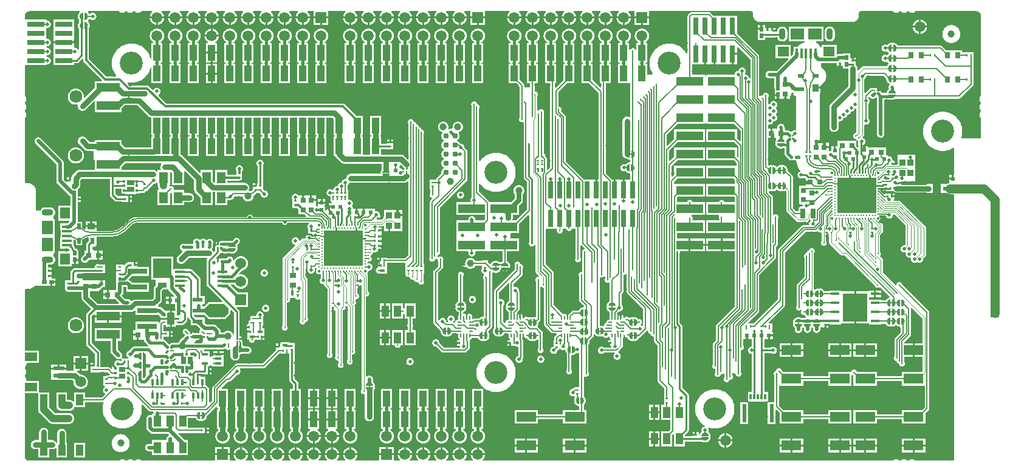
<source format=gtl>
G04*
G04 #@! TF.GenerationSoftware,Altium Limited,Altium Designer,21.3.2 (30)*
G04*
G04 Layer_Physical_Order=1*
G04 Layer_Color=255*
%FSLAX24Y24*%
%MOIN*%
G70*
G04*
G04 #@! TF.SameCoordinates,6AA30765-9C08-4FBD-BEF0-21A24CA35A80*
G04*
G04*
G04 #@! TF.FilePolarity,Positive*
G04*
G01*
G75*
%ADD10C,0.0059*%
%ADD11C,0.0098*%
%ADD12C,0.0118*%
%ADD14C,0.0100*%
%ADD15C,0.0060*%
%ADD16C,0.0200*%
%ADD18C,0.0079*%
%ADD19C,0.0049*%
%ADD21C,0.0050*%
%ADD22C,0.0080*%
%ADD36R,0.0138X0.0118*%
%ADD46R,0.0500X0.0300*%
%ADD47R,0.1000X0.1051*%
%ADD48R,0.0394X0.0630*%
%ADD49O,0.0551X0.0157*%
%ADD50C,0.0093*%
%ADD53R,0.0453X0.0177*%
%ADD54R,0.1083X0.0551*%
%ADD55R,0.0106X0.0118*%
%ADD56R,0.0118X0.0106*%
%ADD57R,0.1252X0.0500*%
%ADD58R,0.0236X0.1024*%
%ADD59R,0.0118X0.0315*%
%ADD60R,0.0256X0.0197*%
%ADD61R,0.0335X0.0394*%
%ADD62R,0.0335X0.0236*%
%ADD63R,0.0315X0.0295*%
%ADD64R,0.0472X0.0630*%
%ADD65R,0.0299X0.0945*%
%ADD66R,0.1500X0.0500*%
%ADD67R,0.0402X0.0862*%
%ADD68R,0.0394X0.0591*%
%ADD69R,0.0394X0.0335*%
%ADD70R,0.0236X0.0335*%
%ADD71R,0.0551X0.0630*%
%ADD72R,0.0610X0.0748*%
%ADD73R,0.0531X0.0157*%
%ADD74C,0.0394*%
%ADD75R,0.0295X0.0315*%
%ADD76R,0.0709X0.0472*%
%ADD77R,0.0610X0.0236*%
%ADD78R,0.0098X0.0157*%
%ADD79R,0.0276X0.0157*%
%ADD80R,0.0138X0.0354*%
%ADD81R,0.1063X0.0315*%
%ADD82R,0.0177X0.0165*%
%ADD83R,0.0362X0.0280*%
%ADD84R,0.0217X0.0236*%
%ADD87R,0.0551X0.0236*%
%ADD88R,0.0669X0.0236*%
%ADD89R,0.0098X0.0142*%
%ADD90R,0.0300X0.0320*%
%ADD91R,0.0197X0.0236*%
%ADD92R,0.0283X0.0413*%
%ADD93R,0.0315X0.0295*%
%ADD94R,0.0228X0.0197*%
%ADD95R,0.0320X0.0300*%
%ADD96R,0.0157X0.0098*%
%ADD97R,0.0157X0.0276*%
%ADD100R,0.0295X0.0551*%
%ADD101R,0.0236X0.0197*%
%ADD102R,0.0335X0.0374*%
%ADD103R,0.0413X0.0283*%
%ADD104R,0.0118X0.0138*%
%ADD105R,0.0157X0.0531*%
%ADD106R,0.0748X0.0610*%
%ADD107R,0.0630X0.0551*%
%ADD108R,0.0354X0.0138*%
%ADD109R,0.0945X0.0299*%
%ADD110R,0.0197X0.0256*%
%ADD111C,0.0240*%
%ADD175C,0.0197*%
%ADD197C,0.0065*%
%ADD198C,0.0065*%
%ADD199C,0.0059*%
%ADD200C,0.0065*%
%ADD201R,0.0630X0.0984*%
%ADD202R,0.0177X0.0098*%
%ADD203R,0.0177X0.0187*%
%ADD204C,0.0079*%
%ADD205O,0.0087X0.0256*%
%ADD206O,0.0256X0.0087*%
%ADD207R,0.1339X0.1575*%
%ADD208C,0.0310*%
%ADD209R,0.0177X0.0138*%
%ADD210R,0.0177X0.0098*%
%ADD211R,0.0354X0.0709*%
%ADD212C,0.0157*%
%ADD213C,0.0089*%
%ADD214R,0.2126X0.1969*%
%ADD215C,0.0300*%
%ADD216C,0.0120*%
%ADD217C,0.0150*%
%ADD218C,0.0074*%
%ADD219C,0.0071*%
%ADD220C,0.0089*%
%ADD221C,0.0180*%
%ADD222C,0.0049*%
%ADD223C,0.0062*%
%ADD224C,0.0250*%
%ADD225C,0.0500*%
%ADD226C,0.0400*%
%ADD227R,0.0394X0.0630*%
%ADD228R,0.0150X0.0236*%
%ADD229R,0.1450X0.0420*%
%ADD230R,0.0620X0.1610*%
%ADD231C,0.0701*%
%ADD232C,0.0591*%
%ADD233R,0.0591X0.0591*%
%ADD234O,0.0630X0.0354*%
%ADD235C,0.0390*%
%ADD236R,0.0591X0.0591*%
%ADD237O,0.0354X0.0630*%
%ADD238C,0.1260*%
%ADD239C,0.0240*%
%ADD240C,0.0118*%
G36*
X3497Y24754D02*
X3522Y24737D01*
X3551Y24708D01*
X3572Y24685D01*
X3595Y24646D01*
X3606Y24609D01*
X3604Y24522D01*
X3594Y24494D01*
X3561Y24440D01*
X3528Y24408D01*
X3492Y24385D01*
X3452Y24373D01*
X3432Y24380D01*
X3420Y24401D01*
Y24740D01*
X3450Y24769D01*
X3497Y24754D01*
D02*
G37*
G36*
X3348Y24760D02*
X3360Y24739D01*
Y24400D01*
X3330Y24371D01*
X3283Y24386D01*
X3258Y24403D01*
X3229Y24432D01*
X3208Y24455D01*
X3185Y24494D01*
X3174Y24531D01*
X3176Y24618D01*
X3186Y24646D01*
X3219Y24700D01*
X3252Y24732D01*
X3288Y24755D01*
X3328Y24767D01*
X3348Y24760D01*
D02*
G37*
G36*
X3497Y24254D02*
X3522Y24237D01*
X3551Y24208D01*
X3572Y24185D01*
X3595Y24146D01*
X3606Y24109D01*
X3604Y24022D01*
X3594Y23994D01*
X3561Y23940D01*
X3528Y23908D01*
X3492Y23885D01*
X3452Y23873D01*
X3432Y23880D01*
X3420Y23901D01*
Y24240D01*
X3450Y24269D01*
X3497Y24254D01*
D02*
G37*
G36*
X3348Y24260D02*
X3360Y24239D01*
Y23900D01*
X3330Y23871D01*
X3283Y23886D01*
X3258Y23903D01*
X3229Y23932D01*
X3208Y23955D01*
X3185Y23994D01*
X3174Y24031D01*
X3176Y24118D01*
X3186Y24146D01*
X3219Y24200D01*
X3252Y24232D01*
X3288Y24255D01*
X3328Y24267D01*
X3348Y24260D01*
D02*
G37*
G36*
X5918Y20354D02*
X5946Y20344D01*
X6000Y20311D01*
X6032Y20278D01*
X6055Y20242D01*
X6067Y20202D01*
X6060Y20182D01*
X6039Y20170D01*
X5700D01*
X5671Y20200D01*
X5686Y20247D01*
X5703Y20272D01*
X5732Y20301D01*
X5755Y20322D01*
X5794Y20345D01*
X5831Y20356D01*
X5918Y20354D01*
D02*
G37*
G36*
X6069Y20060D02*
X6054Y20013D01*
X6037Y19988D01*
X6008Y19959D01*
X5985Y19938D01*
X5946Y19915D01*
X5909Y19904D01*
X5822Y19906D01*
X5794Y19916D01*
X5740Y19949D01*
X5708Y19982D01*
X5685Y20018D01*
X5673Y20058D01*
X5680Y20078D01*
X5701Y20090D01*
X6040D01*
X6069Y20060D01*
D02*
G37*
G36*
X400Y24850D02*
X3154D01*
X3162Y24837D01*
X3172Y24800D01*
X3157Y24786D01*
X3134Y24760D01*
X3115Y24733D01*
X3098Y24703D01*
X3085Y24671D01*
X3075Y24638D01*
X3070Y24604D01*
X3068Y24570D01*
X3070Y24536D01*
X3075Y24502D01*
X3085Y24469D01*
X3098Y24437D01*
X3115Y24407D01*
X3117Y24405D01*
Y24235D01*
X3115Y24233D01*
X3098Y24203D01*
X3085Y24171D01*
X3075Y24138D01*
X3070Y24104D01*
X3068Y24070D01*
X3070Y24036D01*
X3075Y24002D01*
X3085Y23969D01*
X3098Y23937D01*
X3115Y23907D01*
X3117Y23905D01*
Y22762D01*
X3095Y22751D01*
X3067Y22748D01*
X3058Y22761D01*
X3041Y22781D01*
X3021Y22798D01*
X2999Y22812D01*
X2976Y22824D01*
X2951Y22832D01*
X2926Y22837D01*
X2900Y22839D01*
X2870Y22887D01*
X2870Y22940D01*
Y23090D01*
X1725D01*
Y22940D01*
X1725Y22890D01*
X1725Y22840D01*
Y22440D01*
X1725Y22390D01*
X1725Y22340D01*
Y21890D01*
X2870D01*
Y21990D01*
X2990D01*
X3014Y21991D01*
X3036Y21997D01*
X3058Y22006D01*
X3078Y22018D01*
X3096Y22034D01*
X3306Y22244D01*
X3352Y22224D01*
Y22157D01*
X3354Y22132D01*
X3360Y22107D01*
X3370Y22084D01*
X3383Y22063D01*
X3400Y22044D01*
X4389Y21054D01*
X4370Y21007D01*
X3998D01*
Y20664D01*
X3442Y20108D01*
X3419Y20113D01*
X3394Y20130D01*
X3395Y20157D01*
X3393Y20196D01*
X3388Y20234D01*
X3380Y20272D01*
X3369Y20308D01*
X3354Y20344D01*
X3336Y20378D01*
X3315Y20410D01*
X3292Y20441D01*
X3266Y20469D01*
X3238Y20495D01*
X3207Y20519D01*
X3175Y20539D01*
X3141Y20557D01*
X3105Y20572D01*
X3068Y20583D01*
X3031Y20592D01*
X2993Y20597D01*
X2954Y20598D01*
X2916Y20597D01*
X2878Y20592D01*
X2840Y20583D01*
X2804Y20572D01*
X2768Y20557D01*
X2734Y20539D01*
X2701Y20519D01*
X2671Y20495D01*
X2643Y20469D01*
X2617Y20441D01*
X2593Y20410D01*
X2573Y20378D01*
X2555Y20344D01*
X2540Y20308D01*
X2529Y20272D01*
X2520Y20234D01*
X2515Y20196D01*
X2514Y20157D01*
X2515Y20119D01*
X2520Y20081D01*
X2529Y20043D01*
X2540Y20007D01*
X2555Y19971D01*
X2573Y19937D01*
X2593Y19905D01*
X2617Y19874D01*
X2643Y19846D01*
X2671Y19820D01*
X2701Y19796D01*
X2734Y19776D01*
X2768Y19758D01*
X2804Y19743D01*
X2840Y19732D01*
X2878Y19723D01*
X2916Y19718D01*
X2954Y19717D01*
X2993Y19718D01*
X3031Y19723D01*
X3034Y19724D01*
X3075Y19686D01*
X3070Y19658D01*
X3069Y19630D01*
X3070Y19602D01*
X3075Y19574D01*
X3083Y19547D01*
X3093Y19521D01*
X3107Y19497D01*
X3123Y19474D01*
X3142Y19453D01*
X3163Y19434D01*
X3186Y19418D01*
X3210Y19404D01*
X3236Y19394D01*
X3263Y19386D01*
X3291Y19381D01*
X3319Y19380D01*
X3347Y19381D01*
X3375Y19386D01*
X3402Y19394D01*
X3428Y19404D01*
X3452Y19418D01*
X3475Y19434D01*
X3496Y19453D01*
X3952Y19909D01*
X3998Y19890D01*
Y19307D01*
X5450D01*
Y19496D01*
X5641Y19687D01*
X6322D01*
X6926Y19083D01*
X6947Y19064D01*
X6970Y19048D01*
X6994Y19034D01*
X7020Y19024D01*
X7047Y19016D01*
X7075Y19011D01*
X7099Y19010D01*
Y18046D01*
X7150D01*
Y17954D01*
X7099D01*
Y17373D01*
X5641D01*
X5450Y17563D01*
Y17779D01*
X3998D01*
Y17680D01*
X3705D01*
X3487Y17897D01*
X3466Y17916D01*
X3443Y17932D01*
X3419Y17946D01*
X3393Y17956D01*
X3366Y17964D01*
X3338Y17969D01*
X3310Y17970D01*
X3282Y17969D01*
X3254Y17964D01*
X3227Y17956D01*
X3201Y17946D01*
X3177Y17932D01*
X3154Y17916D01*
X3133Y17897D01*
X3114Y17876D01*
X3098Y17853D01*
X3084Y17829D01*
X3074Y17803D01*
X3066Y17776D01*
X3061Y17748D01*
X3060Y17720D01*
X3061Y17692D01*
X3066Y17664D01*
X3074Y17637D01*
X3084Y17611D01*
X3098Y17587D01*
X3114Y17564D01*
X3133Y17543D01*
X3424Y17252D01*
X3445Y17233D01*
X3468Y17217D01*
X3492Y17204D01*
X3518Y17193D01*
X3545Y17185D01*
X3573Y17180D01*
X3601Y17179D01*
X3930D01*
Y16679D01*
X3998D01*
Y16140D01*
X3162D01*
X3134Y16139D01*
X3107Y16134D01*
X3080Y16126D01*
X3054Y16116D01*
X3029Y16102D01*
X3006Y16086D01*
X2985Y16067D01*
X2773Y15855D01*
X2754Y15834D01*
X2738Y15811D01*
X2724Y15786D01*
X2714Y15760D01*
X2706Y15733D01*
X2703Y15719D01*
X2678D01*
Y15560D01*
X2628D01*
Y15510D01*
X2475D01*
Y15484D01*
X2428Y15465D01*
X2280Y15613D01*
Y16530D01*
X2279Y16556D01*
X2274Y16582D01*
X2265Y16607D01*
X2254Y16630D01*
X2239Y16652D01*
X2222Y16672D01*
X1032Y17862D01*
X1012Y17879D01*
X990Y17894D01*
X967Y17905D01*
X942Y17914D01*
X916Y17919D01*
X890Y17920D01*
X864Y17919D01*
X838Y17914D01*
X813Y17905D01*
X790Y17894D01*
X768Y17879D01*
X748Y17862D01*
X731Y17842D01*
X716Y17820D01*
X705Y17797D01*
X696Y17772D01*
X691Y17746D01*
X690Y17720D01*
X691Y17694D01*
X696Y17668D01*
X705Y17643D01*
X716Y17620D01*
X731Y17598D01*
X748Y17578D01*
X1880Y16447D01*
Y15530D01*
X1881Y15504D01*
X1886Y15478D01*
X1895Y15453D01*
X1906Y15430D01*
X1921Y15408D01*
X1938Y15388D01*
X2615Y14711D01*
X2635Y14694D01*
X2657Y14679D01*
X2660Y14678D01*
Y14175D01*
X1989D01*
Y13345D01*
X2576D01*
X2595Y13299D01*
X2509Y13212D01*
X2454D01*
X2427Y13211D01*
X2402Y13205D01*
X2377Y13197D01*
X2364Y13191D01*
X2088D01*
Y12833D01*
X2139D01*
Y12423D01*
X2088D01*
Y12065D01*
Y11809D01*
X2568D01*
X2600Y11778D01*
Y11757D01*
X2601Y11734D01*
X2607Y11711D01*
X2609Y11705D01*
X2601Y11683D01*
X2592Y11668D01*
X2578Y11655D01*
X1989D01*
Y10825D01*
X2741D01*
Y10962D01*
X2850D01*
Y11190D01*
X2900D01*
Y11240D01*
X3098D01*
Y11336D01*
Y11792D01*
X2928D01*
X2900Y11820D01*
Y11840D01*
X2899Y11864D01*
X2893Y11887D01*
X2884Y11908D01*
X2872Y11928D01*
X2856Y11946D01*
X2819Y11984D01*
Y12284D01*
X2869Y12314D01*
X2888Y12304D01*
X2935Y12275D01*
X2955Y12261D01*
Y12010D01*
X3289D01*
Y12277D01*
X3305Y12291D01*
X3345Y12324D01*
X3388Y12353D01*
X3432Y12379D01*
X3479Y12403D01*
X3526Y12422D01*
X3576Y12439D01*
X3602Y12446D01*
X3652Y12414D01*
Y12221D01*
X3554Y12123D01*
X3539Y12105D01*
X3526Y12085D01*
X3517Y12063D01*
X3512Y12040D01*
X3510Y12017D01*
Y11697D01*
X3413D01*
Y11476D01*
X3298Y11361D01*
X3281Y11342D01*
X3266Y11320D01*
X3255Y11296D01*
X3246Y11272D01*
X3241Y11246D01*
X3240Y11220D01*
X3241Y11194D01*
X3246Y11168D01*
X3255Y11143D01*
X3266Y11119D01*
X3281Y11098D01*
X3298Y11078D01*
X3318Y11061D01*
X3340Y11046D01*
X3363Y11035D01*
X3388Y11026D01*
X3414Y11021D01*
X3440Y11019D01*
X3466Y11021D01*
X3492Y11026D01*
X3517Y11035D01*
X3540Y11046D01*
X3562Y11061D01*
X3582Y11078D01*
X3686Y11183D01*
X3908D01*
Y11183D01*
X3944D01*
Y11183D01*
X4142D01*
Y11440D01*
Y11697D01*
X4041D01*
Y11790D01*
X3888D01*
Y11890D01*
X4041D01*
Y11959D01*
X4088D01*
Y12468D01*
X4865D01*
Y12468D01*
X4933Y12470D01*
X5002Y12475D01*
X5069Y12485D01*
X5136Y12498D01*
X5203Y12515D01*
X5268Y12536D01*
X5332Y12561D01*
X5394Y12589D01*
X5455Y12620D01*
X5514Y12655D01*
X5571Y12693D01*
X5626Y12734D01*
X5678Y12778D01*
X5728Y12825D01*
X5728Y12825D01*
X5881Y12979D01*
X5882Y12980D01*
X5970Y13068D01*
X6004Y13101D01*
X6006Y13103D01*
X6006Y13103D01*
X6007Y13105D01*
X6035Y13130D01*
X6069Y13156D01*
X6105Y13179D01*
X6142Y13199D01*
X6182Y13215D01*
X6222Y13228D01*
X6264Y13237D01*
X6306Y13242D01*
X6346Y13244D01*
X6348Y13244D01*
X14263D01*
X14264Y13237D01*
X14269Y13214D01*
X14278Y13193D01*
X14290Y13173D01*
X14305Y13155D01*
X14323Y13140D01*
X14343Y13128D01*
X14364Y13119D01*
X14387Y13114D01*
X14410Y13112D01*
X14433Y13114D01*
X14456Y13119D01*
X14477Y13128D01*
X14497Y13140D01*
X14515Y13155D01*
X14530Y13173D01*
X14542Y13193D01*
X14551Y13214D01*
X14556Y13237D01*
X14557Y13244D01*
X15737D01*
X15750Y13214D01*
X15751Y13194D01*
X15736Y13184D01*
X15716Y13167D01*
X15699Y13147D01*
X15684Y13126D01*
X15673Y13102D01*
X15665Y13078D01*
X15660Y13052D01*
X15658Y13026D01*
X15660Y13000D01*
X15665Y12975D01*
X15673Y12950D01*
X15684Y12927D01*
X15698Y12907D01*
Y12603D01*
X15697Y12603D01*
X15672Y12594D01*
X15649Y12583D01*
X15627Y12568D01*
X15608Y12551D01*
X15591Y12532D01*
X15576Y12510D01*
X15565Y12487D01*
X15556Y12462D01*
X15551Y12437D01*
X15550Y12411D01*
X15550Y12409D01*
X15518Y12366D01*
X15506Y12359D01*
X15414D01*
X15394Y12357D01*
X15375Y12352D01*
X15357Y12345D01*
X15340Y12335D01*
X15325Y12322D01*
X15248Y12245D01*
X15215Y12252D01*
X15196Y12263D01*
X15192Y12281D01*
X15184Y12306D01*
X15172Y12329D01*
X15158Y12351D01*
X15141Y12371D01*
X15121Y12388D01*
X15099Y12402D01*
X15076Y12414D01*
X15051Y12422D01*
X15026Y12427D01*
X15000Y12429D01*
X14974Y12427D01*
X14949Y12422D01*
X14924Y12414D01*
X14901Y12402D01*
X14879Y12388D01*
X14859Y12371D01*
X14842Y12351D01*
X14828Y12329D01*
X14816Y12306D01*
X14808Y12281D01*
X14803Y12256D01*
X14801Y12230D01*
X14803Y12204D01*
X14808Y12179D01*
X14816Y12154D01*
X14828Y12131D01*
X14842Y12109D01*
X14859Y12089D01*
X14879Y12072D01*
X14901Y12058D01*
X14924Y12046D01*
X14949Y12038D01*
X14967Y12034D01*
X14978Y12015D01*
X14985Y11982D01*
X14322Y11318D01*
X14309Y11303D01*
X14299Y11287D01*
X14291Y11269D01*
X14287Y11250D01*
X14285Y11230D01*
Y7549D01*
X14281Y7544D01*
X14268Y7522D01*
X14258Y7499D01*
X14252Y7475D01*
X14250Y7450D01*
X14252Y7425D01*
X14258Y7401D01*
X14268Y7378D01*
X14281Y7356D01*
X14297Y7337D01*
X14316Y7321D01*
X14338Y7308D01*
X14361Y7298D01*
X14385Y7292D01*
X14410Y7290D01*
X14435Y7292D01*
X14459Y7298D01*
X14482Y7308D01*
X14504Y7321D01*
X14523Y7337D01*
X14539Y7356D01*
X14552Y7378D01*
X14562Y7401D01*
X14568Y7425D01*
X14570Y7450D01*
X14568Y7475D01*
X14562Y7499D01*
X14552Y7522D01*
X14539Y7544D01*
X14535Y7549D01*
Y8837D01*
X14550Y8850D01*
X14575Y8852D01*
X14599Y8858D01*
X14622Y8868D01*
X14644Y8881D01*
X14663Y8897D01*
X14679Y8916D01*
X14692Y8938D01*
X14702Y8961D01*
X14708Y8985D01*
X14710Y9010D01*
X14708Y9035D01*
X14702Y9059D01*
X14701Y9062D01*
X14724Y9106D01*
X14733Y9112D01*
X14965D01*
X14966Y9108D01*
X14976Y9085D01*
X14989Y9064D01*
X15005Y9045D01*
X15024Y9029D01*
X15045Y9016D01*
X15068Y9006D01*
X15093Y9000D01*
X15118Y8998D01*
X15143Y9000D01*
X15167Y9006D01*
X15190Y9016D01*
X15212Y9029D01*
X15215Y9032D01*
X15265Y9011D01*
X15265Y9011D01*
Y7899D01*
X15261Y7894D01*
X15248Y7872D01*
X15238Y7849D01*
X15232Y7825D01*
X15230Y7800D01*
X15232Y7775D01*
X15238Y7751D01*
X15248Y7728D01*
X15261Y7706D01*
X15277Y7687D01*
X15296Y7671D01*
X15318Y7658D01*
X15341Y7648D01*
X15365Y7642D01*
X15390Y7640D01*
X15415Y7642D01*
X15439Y7648D01*
X15462Y7658D01*
X15484Y7671D01*
X15503Y7687D01*
X15519Y7706D01*
X15532Y7728D01*
X15542Y7751D01*
X15548Y7775D01*
X15548Y7782D01*
X15555Y7782D01*
X15579Y7788D01*
X15602Y7798D01*
X15624Y7811D01*
X15643Y7827D01*
X15659Y7846D01*
X15672Y7868D01*
X15682Y7891D01*
X15688Y7915D01*
X15690Y7940D01*
X15688Y7965D01*
X15682Y7989D01*
X15672Y8012D01*
X15659Y8034D01*
X15655Y8039D01*
Y10110D01*
X15653Y10130D01*
X15649Y10149D01*
X15641Y10167D01*
X15631Y10183D01*
X15618Y10198D01*
X15545Y10272D01*
Y10687D01*
X15618D01*
X15634Y10675D01*
X15662Y10637D01*
X15661Y10630D01*
X15663Y10604D01*
X15668Y10579D01*
X15676Y10554D01*
X15688Y10531D01*
X15702Y10509D01*
X15719Y10489D01*
X15739Y10472D01*
X15761Y10458D01*
X15784Y10446D01*
X15809Y10438D01*
X15834Y10433D01*
X15860Y10431D01*
X15886Y10433D01*
X15911Y10438D01*
X15936Y10446D01*
X15959Y10458D01*
X15981Y10472D01*
X16001Y10489D01*
X16018Y10509D01*
X16032Y10531D01*
X16044Y10554D01*
X16052Y10579D01*
X16057Y10604D01*
X16059Y10630D01*
X16057Y10656D01*
X16052Y10681D01*
X16063Y10718D01*
X16083Y10730D01*
X16100Y10741D01*
X16142Y10731D01*
X16149Y10728D01*
X16154Y10687D01*
X16148Y10679D01*
X16135Y10660D01*
X16124Y10639D01*
X16117Y10617D01*
X16112Y10594D01*
X16111Y10570D01*
X16112Y10547D01*
X16117Y10524D01*
X16124Y10502D01*
X16135Y10481D01*
X16148Y10461D01*
X16163Y10444D01*
X16181Y10428D01*
X16200Y10415D01*
X16221Y10405D01*
X16243Y10397D01*
X16266Y10393D01*
X16290Y10391D01*
X16313Y10393D01*
X16336Y10397D01*
X16346Y10401D01*
X16378Y10385D01*
X16396Y10368D01*
Y10203D01*
X16385Y10193D01*
X16368Y10174D01*
X16353Y10152D01*
X16342Y10129D01*
X16333Y10104D01*
X16328Y10078D01*
X16327Y10052D01*
X16328Y10027D01*
X16333Y10001D01*
X16342Y9976D01*
X16353Y9953D01*
X16368Y9931D01*
X16385Y9912D01*
X16404Y9895D01*
X16426Y9880D01*
X16449Y9869D01*
X16474Y9860D01*
X16499Y9855D01*
X16525Y9854D01*
X16568Y9821D01*
X16574Y9809D01*
X16575Y9798D01*
X16579Y9779D01*
X16587Y9760D01*
X16597Y9744D01*
X16610Y9729D01*
X16745Y9593D01*
Y6049D01*
X16741Y6044D01*
X16728Y6022D01*
X16718Y5999D01*
X16712Y5975D01*
X16710Y5950D01*
X16712Y5925D01*
X16718Y5901D01*
X16728Y5878D01*
X16741Y5856D01*
X16757Y5837D01*
X16776Y5821D01*
X16798Y5808D01*
X16821Y5798D01*
X16845Y5792D01*
X16870Y5790D01*
X16895Y5792D01*
X16919Y5798D01*
X16942Y5808D01*
X16964Y5821D01*
X16983Y5837D01*
X16999Y5856D01*
X17012Y5878D01*
X17022Y5901D01*
X17028Y5925D01*
X17030Y5950D01*
X17028Y5975D01*
X17022Y5999D01*
X17012Y6022D01*
X16999Y6044D01*
X16995Y6048D01*
Y8406D01*
X16998D01*
Y8559D01*
X17095D01*
X17098Y8557D01*
Y8406D01*
X17205D01*
Y5909D01*
X17201Y5904D01*
X17188Y5882D01*
X17178Y5859D01*
X17172Y5835D01*
X17170Y5810D01*
X17172Y5785D01*
X17178Y5761D01*
X17188Y5738D01*
X17201Y5716D01*
X17217Y5697D01*
X17236Y5681D01*
X17258Y5668D01*
X17281Y5658D01*
X17305Y5652D01*
X17330Y5650D01*
X17353Y5629D01*
Y5506D01*
X17351Y5504D01*
X17338Y5482D01*
X17328Y5459D01*
X17322Y5435D01*
X17320Y5410D01*
X17322Y5385D01*
X17328Y5361D01*
X17338Y5338D01*
X17351Y5316D01*
X17367Y5297D01*
X17386Y5281D01*
X17408Y5268D01*
X17431Y5258D01*
X17455Y5252D01*
X17480Y5250D01*
X17505Y5252D01*
X17529Y5258D01*
X17552Y5268D01*
X17574Y5281D01*
X17593Y5297D01*
X17609Y5316D01*
X17622Y5338D01*
X17632Y5361D01*
X17638Y5385D01*
X17640Y5410D01*
X17638Y5435D01*
X17632Y5459D01*
X17622Y5482D01*
X17609Y5504D01*
X17603Y5511D01*
Y8416D01*
X17643Y8441D01*
X17752D01*
Y8594D01*
X17849D01*
X17852Y8591D01*
Y8441D01*
X17855D01*
Y5699D01*
X17851Y5694D01*
X17838Y5672D01*
X17828Y5649D01*
X17822Y5625D01*
X17820Y5600D01*
X17822Y5575D01*
X17828Y5551D01*
X17838Y5528D01*
X17851Y5506D01*
X17867Y5487D01*
X17886Y5471D01*
X17908Y5458D01*
X17931Y5448D01*
X17955Y5442D01*
X17980Y5440D01*
X18005Y5442D01*
X18029Y5448D01*
X18052Y5458D01*
X18074Y5471D01*
X18093Y5487D01*
X18109Y5506D01*
X18122Y5528D01*
X18132Y5551D01*
X18138Y5575D01*
X18140Y5600D01*
X18138Y5625D01*
X18132Y5649D01*
X18122Y5672D01*
X18109Y5694D01*
X18105Y5699D01*
Y5971D01*
X18123Y5988D01*
X18148Y5990D01*
X18172Y5995D01*
X18195Y6005D01*
X18217Y6018D01*
X18236Y6034D01*
X18252Y6053D01*
X18265Y6075D01*
X18275Y6098D01*
X18280Y6122D01*
X18282Y6147D01*
X18280Y6172D01*
X18275Y6196D01*
X18265Y6220D01*
X18252Y6241D01*
X18248Y6246D01*
Y8650D01*
X18246Y8670D01*
X18242Y8689D01*
X18240Y8693D01*
X18254Y8701D01*
X18273Y8717D01*
X18289Y8736D01*
X18302Y8758D01*
X18312Y8781D01*
X18318Y8805D01*
X18320Y8830D01*
X18318Y8855D01*
X18312Y8879D01*
X18302Y8902D01*
X18289Y8924D01*
X18285Y8929D01*
Y8987D01*
X18318Y9032D01*
X18343Y9034D01*
X18367Y9040D01*
X18391Y9050D01*
X18412Y9063D01*
X18431Y9079D01*
X18447Y9098D01*
X18460Y9119D01*
X18470Y9143D01*
X18476Y9167D01*
X18478Y9192D01*
X18476Y9217D01*
X18470Y9241D01*
X18460Y9264D01*
X18447Y9286D01*
X18431Y9305D01*
X18412Y9321D01*
X18393Y9332D01*
Y9645D01*
X18565D01*
Y9787D01*
X18570Y9791D01*
X18615Y9768D01*
X18620Y9759D01*
Y4073D01*
X18616Y4068D01*
X18603Y4047D01*
X18594Y4024D01*
X18588Y3999D01*
X18586Y3975D01*
X18588Y3950D01*
X18594Y3925D01*
X18603Y3902D01*
X18616Y3881D01*
X18633Y3862D01*
X18652Y3845D01*
X18673Y3832D01*
X18696Y3823D01*
X18721Y3817D01*
X18745Y3815D01*
X18750Y3815D01*
X18790Y3786D01*
X18800Y3773D01*
Y2570D01*
X18801Y2542D01*
X18806Y2514D01*
X18814Y2487D01*
X18824Y2461D01*
X18838Y2437D01*
X18854Y2414D01*
X18873Y2393D01*
X18894Y2374D01*
X18917Y2358D01*
X18941Y2344D01*
X18967Y2334D01*
X18994Y2326D01*
X19022Y2321D01*
X19050Y2320D01*
X19078Y2321D01*
X19106Y2326D01*
X19133Y2334D01*
X19159Y2344D01*
X19183Y2358D01*
X19206Y2374D01*
X19227Y2393D01*
X19246Y2414D01*
X19262Y2437D01*
X19276Y2461D01*
X19286Y2487D01*
X19294Y2514D01*
X19299Y2542D01*
X19300Y2570D01*
Y4029D01*
X19309Y4041D01*
X19325Y4071D01*
X19338Y4102D01*
X19346Y4127D01*
X19345Y4127D01*
X19348Y4139D01*
X19350Y4160D01*
X19348Y4180D01*
X19344Y4200D01*
X19336Y4219D01*
X19329Y4230D01*
X19336Y4241D01*
X19344Y4260D01*
X19348Y4280D01*
X19350Y4300D01*
X19348Y4321D01*
X19345Y4333D01*
X19346Y4333D01*
X19338Y4358D01*
X19325Y4389D01*
X19309Y4419D01*
X19289Y4447D01*
X19266Y4473D01*
X19250Y4487D01*
Y4630D01*
X19249Y4656D01*
X19244Y4682D01*
X19235Y4707D01*
X19224Y4730D01*
X19209Y4752D01*
X19192Y4772D01*
X19172Y4789D01*
X19150Y4804D01*
X19127Y4815D01*
X19102Y4824D01*
X19076Y4829D01*
X19050Y4830D01*
X19024Y4829D01*
X18998Y4824D01*
X18973Y4815D01*
X18950Y4804D01*
X18928Y4789D01*
X18920Y4782D01*
X18880Y4796D01*
X18870Y4804D01*
Y9162D01*
X18890Y9180D01*
X18915Y9182D01*
X18939Y9188D01*
X18962Y9198D01*
X18984Y9211D01*
X19003Y9227D01*
X19019Y9246D01*
X19032Y9268D01*
X19042Y9291D01*
X19048Y9315D01*
X19050Y9340D01*
X19048Y9365D01*
X19042Y9389D01*
X19032Y9412D01*
X19019Y9434D01*
X19003Y9453D01*
X18984Y9469D01*
X18974Y9475D01*
Y10306D01*
X18972Y10325D01*
X18968Y10344D01*
X18960Y10363D01*
X18950Y10379D01*
X18945Y10385D01*
X18937Y10398D01*
X18936Y10444D01*
X18952Y10461D01*
X18965Y10481D01*
X18975Y10502D01*
X18982Y10524D01*
X18987Y10547D01*
X18988Y10554D01*
X18988Y10555D01*
X19019Y10599D01*
X19036Y10602D01*
X19046Y10603D01*
X19071Y10608D01*
X19096Y10616D01*
X19119Y10628D01*
X19141Y10642D01*
X19161Y10659D01*
X19178Y10679D01*
X19192Y10701D01*
X19204Y10724D01*
X19212Y10749D01*
X19217Y10774D01*
X19219Y10800D01*
X19217Y10826D01*
X19212Y10851D01*
X19204Y10876D01*
X19192Y10899D01*
X19178Y10921D01*
X19161Y10941D01*
X19141Y10958D01*
X19119Y10972D01*
X19096Y10984D01*
X19071Y10992D01*
X19046Y10997D01*
X19020Y10999D01*
X18994Y10997D01*
X18969Y10992D01*
X18952Y11001D01*
X18939Y11042D01*
X18957Y11080D01*
X18995Y11092D01*
X19020Y11090D01*
X19045Y11092D01*
X19069Y11098D01*
X19092Y11108D01*
X19114Y11121D01*
X19133Y11137D01*
X19149Y11156D01*
X19162Y11178D01*
X19172Y11201D01*
X19178Y11225D01*
X19180Y11250D01*
X19178Y11275D01*
X19172Y11299D01*
X19162Y11322D01*
X19149Y11344D01*
X19133Y11363D01*
X19122Y11372D01*
X19128Y11387D01*
X19134Y11411D01*
X19136Y11436D01*
X19135Y11446D01*
X19149Y11452D01*
X19170Y11465D01*
X19189Y11481D01*
X19205Y11500D01*
X19218Y11521D01*
X19228Y11544D01*
X19233Y11566D01*
X19236Y11571D01*
X19237Y11573D01*
X19279Y11598D01*
X19286Y11599D01*
X19289Y11598D01*
X19314Y11593D01*
X19340Y11591D01*
X19366Y11593D01*
X19391Y11598D01*
X19416Y11606D01*
X19439Y11618D01*
X19461Y11632D01*
X19481Y11649D01*
X19498Y11669D01*
X19512Y11691D01*
X19524Y11714D01*
X19532Y11739D01*
X19537Y11764D01*
X19539Y11790D01*
X19547Y11799D01*
X19724D01*
Y11908D01*
X19571D01*
Y12008D01*
X19724D01*
Y12061D01*
Y12170D01*
X19571D01*
Y12270D01*
X19724D01*
Y12311D01*
Y12420D01*
X19571D01*
Y12520D01*
X19724D01*
Y12591D01*
X19724Y12629D01*
X19724D01*
Y12641D01*
X19724D01*
Y12750D01*
X19571D01*
Y12850D01*
X19724D01*
Y12959D01*
X19585D01*
X19556Y13004D01*
X19574Y13029D01*
X19589Y13039D01*
X19749D01*
X19769Y13040D01*
X19788Y13045D01*
X19806Y13052D01*
X19811Y13055D01*
X19847Y13042D01*
X19861Y13029D01*
Y12775D01*
X20078D01*
Y13062D01*
X20178D01*
Y12775D01*
X20848D01*
Y13346D01*
Y13583D01*
X20581D01*
Y13633D01*
X20531D01*
Y13920D01*
X19861D01*
Y13585D01*
X19850Y13578D01*
X19835Y13566D01*
X19696Y13426D01*
X19646Y13447D01*
Y13610D01*
X19646Y13610D01*
X19628Y13660D01*
X19628Y13671D01*
X19627Y13697D01*
X19622Y13722D01*
X19613Y13747D01*
X19602Y13770D01*
X19587Y13792D01*
X19570Y13811D01*
X19551Y13828D01*
X19529Y13843D01*
X19506Y13854D01*
X19481Y13863D01*
X19455Y13868D01*
X19430Y13869D01*
X19404Y13868D01*
X19402Y13867D01*
X19358Y13897D01*
X19352Y13907D01*
Y14007D01*
X18791D01*
Y13808D01*
X18691D01*
Y14007D01*
X18575D01*
Y14007D01*
X18407D01*
Y13808D01*
X18307D01*
Y14007D01*
X18160D01*
X18152Y14015D01*
X18150Y14041D01*
X18145Y14066D01*
X18137Y14091D01*
X18125Y14114D01*
X18111Y14136D01*
X18094Y14156D01*
X18091Y14158D01*
X18108Y14176D01*
X18122Y14198D01*
X18134Y14221D01*
X18142Y14246D01*
X18147Y14272D01*
X18149Y14297D01*
X18147Y14323D01*
X18142Y14349D01*
X18134Y14374D01*
X18122Y14397D01*
X18108Y14419D01*
X18091Y14438D01*
X18071Y14455D01*
X18049Y14470D01*
X18026Y14481D01*
X18001Y14490D01*
X17976Y14495D01*
X17950Y14496D01*
X17939Y14496D01*
X17925Y14500D01*
X17911Y14511D01*
X17889Y14539D01*
Y15035D01*
X17860D01*
Y15280D01*
X17871Y15289D01*
X17888Y15309D01*
X17902Y15331D01*
X17914Y15354D01*
X17922Y15379D01*
X17924Y15389D01*
X17927Y15394D01*
X17958Y15419D01*
X17971Y15424D01*
X17979Y15425D01*
X18002Y15421D01*
X18030Y15420D01*
X18530D01*
X18542Y15420D01*
X18553Y15420D01*
X20937D01*
X20966Y15421D01*
X20993Y15426D01*
X21020Y15434D01*
X21046Y15444D01*
X21071Y15458D01*
X21094Y15474D01*
X21115Y15493D01*
X21153Y15532D01*
X21200Y15513D01*
Y11464D01*
X21016Y11280D01*
X20025D01*
Y11309D01*
X19698D01*
Y11150D01*
X19648D01*
Y11100D01*
X19495D01*
Y10991D01*
X19537D01*
Y10930D01*
X19686D01*
Y10830D01*
X19537D01*
Y10765D01*
X19513Y10760D01*
X19490Y10750D01*
X19468Y10737D01*
X19449Y10721D01*
X19433Y10702D01*
X19420Y10680D01*
X19410Y10657D01*
X19405Y10633D01*
X19403Y10608D01*
X19405Y10583D01*
X19410Y10558D01*
X19420Y10535D01*
X19433Y10514D01*
X19449Y10495D01*
X19468Y10479D01*
X19490Y10466D01*
X19513Y10456D01*
X19537Y10450D01*
Y10426D01*
X20013D01*
Y10702D01*
Y10991D01*
X20025D01*
Y11020D01*
X21007D01*
X21021Y10975D01*
X21021D01*
Y10669D01*
Y10445D01*
X21021Y10445D01*
X21020Y10410D01*
X21022Y10385D01*
X21028Y10361D01*
X21038Y10338D01*
X21051Y10316D01*
X21067Y10297D01*
X21086Y10281D01*
X21108Y10268D01*
X21131Y10258D01*
X21155Y10252D01*
X21180Y10250D01*
X21205Y10252D01*
X21212Y10254D01*
X21239Y10249D01*
X21268Y10221D01*
X21278Y10198D01*
X21291Y10176D01*
X21307Y10157D01*
X21326Y10141D01*
X21348Y10128D01*
X21371Y10118D01*
X21395Y10112D01*
X21420Y10110D01*
X21442Y10112D01*
X21452Y10111D01*
X21478Y10107D01*
X21498Y10081D01*
X21508Y10058D01*
X21521Y10036D01*
X21537Y10017D01*
X21556Y10001D01*
X21578Y9988D01*
X21601Y9978D01*
X21625Y9972D01*
X21650Y9970D01*
X21675Y9972D01*
X21682Y9974D01*
X21709Y9969D01*
X21738Y9941D01*
X21748Y9918D01*
X21761Y9896D01*
X21777Y9877D01*
X21796Y9861D01*
X21818Y9848D01*
X21841Y9838D01*
X21865Y9832D01*
X21890Y9830D01*
X21915Y9832D01*
X21939Y9838D01*
X21962Y9848D01*
X21984Y9861D01*
X22003Y9877D01*
X22019Y9896D01*
X22032Y9918D01*
X22042Y9941D01*
X22048Y9965D01*
X22050Y9990D01*
X22048Y10015D01*
X22042Y10039D01*
X22032Y10062D01*
X22019Y10084D01*
X22015Y10089D01*
Y10445D01*
X22049D01*
Y10669D01*
Y10975D01*
X22020D01*
Y18108D01*
X22032Y18128D01*
X22042Y18151D01*
X22048Y18175D01*
X22050Y18200D01*
X22048Y18225D01*
X22042Y18249D01*
X22032Y18272D01*
X22019Y18294D01*
X22003Y18313D01*
X21984Y18329D01*
X21962Y18342D01*
X21939Y18352D01*
X21915Y18358D01*
X21908Y18358D01*
X21908Y18365D01*
X21902Y18389D01*
X21892Y18412D01*
X21879Y18434D01*
X21863Y18453D01*
X21844Y18469D01*
X21822Y18482D01*
X21799Y18492D01*
X21775Y18498D01*
X21768Y18498D01*
X21768Y18505D01*
X21762Y18529D01*
X21752Y18552D01*
X21739Y18574D01*
X21723Y18593D01*
X21704Y18609D01*
X21682Y18622D01*
X21659Y18632D01*
X21635Y18638D01*
X21628Y18638D01*
X21628Y18645D01*
X21622Y18669D01*
X21612Y18692D01*
X21599Y18714D01*
X21583Y18733D01*
X21564Y18749D01*
X21542Y18762D01*
X21519Y18772D01*
X21495Y18778D01*
X21488Y18778D01*
X21488Y18785D01*
X21482Y18809D01*
X21472Y18832D01*
X21459Y18854D01*
X21443Y18873D01*
X21424Y18889D01*
X21402Y18902D01*
X21379Y18912D01*
X21355Y18918D01*
X21330Y18920D01*
X21305Y18918D01*
X21281Y18912D01*
X21258Y18902D01*
X21236Y18889D01*
X21217Y18873D01*
X21201Y18854D01*
X21188Y18832D01*
X21178Y18809D01*
X21172Y18785D01*
X21170Y18760D01*
X21172Y18735D01*
X21178Y18711D01*
X21188Y18688D01*
X21200Y18668D01*
Y16727D01*
X21153Y16708D01*
X20955Y16907D01*
X20934Y16926D01*
X20911Y16942D01*
X20886Y16956D01*
X20860Y16966D01*
X20833Y16974D01*
X20806Y16979D01*
X20777Y16980D01*
X19701D01*
Y17277D01*
X20041D01*
Y17275D01*
X20359D01*
Y17499D01*
Y17602D01*
X20041D01*
Y17578D01*
X19701D01*
Y17954D01*
X19650D01*
Y18046D01*
X19701D01*
Y19108D01*
X19099D01*
Y18046D01*
X19150D01*
Y17954D01*
X19099D01*
Y16980D01*
X18701D01*
Y17954D01*
X18650D01*
Y18046D01*
X18701D01*
Y19108D01*
X18339D01*
X17713Y19733D01*
X17694Y19750D01*
X17673Y19763D01*
X17650Y19773D01*
X17625Y19779D01*
X17600Y19780D01*
X7916D01*
X7482Y20215D01*
X7480Y20230D01*
X7493Y20275D01*
X7499Y20278D01*
X7521Y20292D01*
X7541Y20309D01*
X7558Y20329D01*
X7572Y20351D01*
X7584Y20374D01*
X7592Y20399D01*
X7597Y20424D01*
X7599Y20450D01*
X7597Y20476D01*
X7592Y20501D01*
X7584Y20526D01*
X7572Y20549D01*
X7558Y20571D01*
X7541Y20591D01*
X7521Y20608D01*
X7499Y20622D01*
X7476Y20634D01*
X7451Y20642D01*
X7426Y20647D01*
X7400Y20649D01*
X7374Y20647D01*
X7349Y20642D01*
X7324Y20634D01*
X7301Y20622D01*
X7279Y20608D01*
X7259Y20591D01*
X7242Y20571D01*
X7228Y20549D01*
X7225Y20543D01*
X7180Y20530D01*
X7165Y20532D01*
X6983Y20713D01*
X6964Y20730D01*
X6943Y20743D01*
X6920Y20753D01*
X6895Y20759D01*
X6870Y20761D01*
X5916D01*
X5780Y20897D01*
X5805Y20942D01*
X5806Y20942D01*
X5870Y20932D01*
X5935Y20927D01*
X6000Y20925D01*
X6065Y20927D01*
X6130Y20932D01*
X6194Y20942D01*
X6257Y20956D01*
X6320Y20973D01*
X6381Y20995D01*
X6441Y21019D01*
X6500Y21048D01*
X6556Y21080D01*
X6611Y21115D01*
X6663Y21153D01*
X6713Y21195D01*
X6760Y21240D01*
X6805Y21287D01*
X6847Y21337D01*
X6885Y21389D01*
X6920Y21444D01*
X6952Y21500D01*
X6981Y21559D01*
X7005Y21619D01*
X7027Y21680D01*
X7044Y21743D01*
X7049Y21766D01*
X7099Y21761D01*
Y20892D01*
X7701D01*
Y21954D01*
X7639D01*
X7599Y22000D01*
X7639Y22046D01*
X7701D01*
Y23108D01*
X7611D01*
X7598Y23158D01*
X7620Y23171D01*
X7651Y23194D01*
X7680Y23220D01*
X7706Y23249D01*
X7729Y23280D01*
X7749Y23313D01*
X7766Y23349D01*
X7779Y23385D01*
X7788Y23423D01*
X7794Y23461D01*
X7796Y23500D01*
X7794Y23539D01*
X7788Y23577D01*
X7779Y23615D01*
X7766Y23651D01*
X7749Y23687D01*
X7729Y23720D01*
X7706Y23751D01*
X7680Y23780D01*
X7651Y23806D01*
X7620Y23829D01*
X7587Y23849D01*
X7551Y23866D01*
X7515Y23879D01*
X7477Y23888D01*
X7439Y23894D01*
X7400Y23896D01*
X7361Y23894D01*
X7323Y23888D01*
X7285Y23879D01*
X7249Y23866D01*
X7213Y23849D01*
X7180Y23829D01*
X7149Y23806D01*
X7120Y23780D01*
X7094Y23751D01*
X7071Y23720D01*
X7051Y23687D01*
X7034Y23651D01*
X7021Y23615D01*
X7012Y23577D01*
X7006Y23539D01*
X7004Y23500D01*
X7006Y23461D01*
X7012Y23423D01*
X7021Y23385D01*
X7034Y23349D01*
X7051Y23313D01*
X7071Y23280D01*
X7094Y23249D01*
X7120Y23220D01*
X7149Y23194D01*
X7180Y23171D01*
X7202Y23158D01*
X7189Y23108D01*
X7099D01*
Y22239D01*
X7049Y22234D01*
X7044Y22257D01*
X7027Y22320D01*
X7005Y22381D01*
X6981Y22441D01*
X6952Y22500D01*
X6920Y22556D01*
X6885Y22611D01*
X6847Y22663D01*
X6805Y22713D01*
X6760Y22760D01*
X6713Y22805D01*
X6663Y22847D01*
X6611Y22885D01*
X6556Y22920D01*
X6500Y22952D01*
X6441Y22981D01*
X6381Y23005D01*
X6320Y23027D01*
X6257Y23044D01*
X6194Y23058D01*
X6130Y23068D01*
X6065Y23073D01*
X6000Y23075D01*
X5935Y23073D01*
X5870Y23068D01*
X5806Y23058D01*
X5743Y23044D01*
X5680Y23027D01*
X5619Y23005D01*
X5559Y22981D01*
X5500Y22952D01*
X5444Y22920D01*
X5389Y22885D01*
X5337Y22847D01*
X5287Y22805D01*
X5240Y22760D01*
X5195Y22713D01*
X5153Y22663D01*
X5115Y22611D01*
X5080Y22556D01*
X5048Y22500D01*
X5019Y22441D01*
X4995Y22381D01*
X4973Y22320D01*
X4956Y22257D01*
X4942Y22194D01*
X4932Y22130D01*
X4927Y22065D01*
X4925Y22000D01*
X4927Y21935D01*
X4932Y21870D01*
X4942Y21806D01*
X4956Y21743D01*
X4973Y21680D01*
X4995Y21619D01*
X5019Y21559D01*
X5048Y21500D01*
X5080Y21444D01*
X5115Y21389D01*
X5153Y21337D01*
X5175Y21311D01*
X5152Y21260D01*
X4636D01*
X3673Y22223D01*
Y23922D01*
X3682Y23937D01*
X3695Y23969D01*
X3705Y24002D01*
X3710Y24036D01*
X3712Y24070D01*
X3710Y24104D01*
X3705Y24138D01*
X3695Y24171D01*
X3682Y24203D01*
X3665Y24233D01*
X3646Y24260D01*
X3623Y24286D01*
X3621Y24287D01*
X3619Y24292D01*
Y24348D01*
X3621Y24353D01*
X3623Y24354D01*
X3646Y24380D01*
X3665Y24407D01*
X3678Y24430D01*
X3739D01*
X3739Y24429D01*
X3759Y24412D01*
X3781Y24398D01*
X3804Y24386D01*
X3829Y24378D01*
X3854Y24373D01*
X3880Y24371D01*
X3906Y24373D01*
X3931Y24378D01*
X3956Y24386D01*
X3979Y24398D01*
X4001Y24412D01*
X4021Y24429D01*
X4038Y24449D01*
X4052Y24471D01*
X4064Y24494D01*
X4072Y24519D01*
X4077Y24544D01*
X4079Y24570D01*
X4077Y24596D01*
X4072Y24621D01*
X4064Y24646D01*
X4052Y24669D01*
X4038Y24691D01*
X4021Y24711D01*
X4001Y24728D01*
X3979Y24742D01*
X3956Y24754D01*
X3931Y24762D01*
X3906Y24767D01*
X3880Y24769D01*
X3854Y24767D01*
X3829Y24762D01*
X3804Y24754D01*
X3781Y24742D01*
X3759Y24728D01*
X3739Y24711D01*
X3739Y24710D01*
X3678D01*
X3665Y24733D01*
X3646Y24760D01*
X3623Y24786D01*
X3608Y24800D01*
X3618Y24837D01*
X3626Y24850D01*
X5315D01*
X5331Y24832D01*
X5350Y24814D01*
X5372Y24798D01*
X5396Y24785D01*
X5420Y24775D01*
X5446Y24768D01*
X5472Y24763D01*
X5499Y24762D01*
X5526Y24763D01*
X5552Y24768D01*
X5578Y24775D01*
X5602Y24785D01*
X5626Y24798D01*
X5647Y24814D01*
X5667Y24832D01*
X5683Y24850D01*
X5748D01*
X5764Y24832D01*
X5784Y24814D01*
X5805Y24798D01*
X5829Y24785D01*
X5853Y24775D01*
X5879Y24768D01*
X5905Y24763D01*
X5932Y24762D01*
X5959Y24763D01*
X5985Y24768D01*
X6011Y24775D01*
X6035Y24785D01*
X6059Y24798D01*
X6080Y24814D01*
X6100Y24832D01*
X6116Y24850D01*
X6181D01*
X6197Y24832D01*
X6216Y24814D01*
X6238Y24798D01*
X6262Y24785D01*
X6286Y24775D01*
X6312Y24768D01*
X6338Y24763D01*
X6365Y24762D01*
X6392Y24763D01*
X6418Y24768D01*
X6444Y24775D01*
X6468Y24785D01*
X6492Y24798D01*
X6513Y24814D01*
X6533Y24832D01*
X6549Y24850D01*
X7124D01*
X7138Y24826D01*
X7142Y24800D01*
X7120Y24780D01*
X7094Y24751D01*
X7071Y24720D01*
X7051Y24687D01*
X7034Y24651D01*
X7021Y24615D01*
X7012Y24577D01*
X7008Y24550D01*
X7792D01*
X7788Y24577D01*
X7779Y24615D01*
X7766Y24651D01*
X7749Y24687D01*
X7729Y24720D01*
X7706Y24751D01*
X7680Y24780D01*
X7658Y24800D01*
X7662Y24826D01*
X7676Y24850D01*
X8124D01*
X8138Y24826D01*
X8142Y24800D01*
X8120Y24780D01*
X8094Y24751D01*
X8071Y24720D01*
X8051Y24687D01*
X8034Y24651D01*
X8021Y24615D01*
X8012Y24577D01*
X8008Y24550D01*
X8792D01*
X8788Y24577D01*
X8779Y24615D01*
X8766Y24651D01*
X8749Y24687D01*
X8729Y24720D01*
X8706Y24751D01*
X8680Y24780D01*
X8658Y24800D01*
X8662Y24826D01*
X8676Y24850D01*
X9124D01*
X9138Y24826D01*
X9142Y24800D01*
X9120Y24780D01*
X9094Y24751D01*
X9071Y24720D01*
X9051Y24687D01*
X9034Y24651D01*
X9021Y24615D01*
X9012Y24577D01*
X9008Y24550D01*
X9792D01*
X9788Y24577D01*
X9779Y24615D01*
X9766Y24651D01*
X9749Y24687D01*
X9729Y24720D01*
X9706Y24751D01*
X9680Y24780D01*
X9658Y24800D01*
X9662Y24826D01*
X9676Y24850D01*
X10124D01*
X10138Y24826D01*
X10142Y24800D01*
X10120Y24780D01*
X10094Y24751D01*
X10071Y24720D01*
X10051Y24687D01*
X10034Y24651D01*
X10021Y24615D01*
X10012Y24577D01*
X10008Y24550D01*
X10792D01*
X10788Y24577D01*
X10779Y24615D01*
X10766Y24651D01*
X10749Y24687D01*
X10729Y24720D01*
X10706Y24751D01*
X10680Y24780D01*
X10658Y24800D01*
X10662Y24826D01*
X10676Y24850D01*
X11124D01*
X11138Y24826D01*
X11142Y24800D01*
X11120Y24780D01*
X11094Y24751D01*
X11071Y24720D01*
X11051Y24687D01*
X11034Y24651D01*
X11021Y24615D01*
X11012Y24577D01*
X11008Y24550D01*
X11792D01*
X11788Y24577D01*
X11779Y24615D01*
X11766Y24651D01*
X11749Y24687D01*
X11729Y24720D01*
X11706Y24751D01*
X11680Y24780D01*
X11658Y24800D01*
X11662Y24826D01*
X11676Y24850D01*
X12124D01*
X12138Y24826D01*
X12142Y24800D01*
X12120Y24780D01*
X12094Y24751D01*
X12071Y24720D01*
X12051Y24687D01*
X12034Y24651D01*
X12021Y24615D01*
X12012Y24577D01*
X12008Y24550D01*
X12792D01*
X12788Y24577D01*
X12779Y24615D01*
X12766Y24651D01*
X12749Y24687D01*
X12729Y24720D01*
X12706Y24751D01*
X12680Y24780D01*
X12658Y24800D01*
X12662Y24826D01*
X12676Y24850D01*
X13124D01*
X13138Y24826D01*
X13142Y24800D01*
X13120Y24780D01*
X13094Y24751D01*
X13071Y24720D01*
X13051Y24687D01*
X13034Y24651D01*
X13021Y24615D01*
X13012Y24577D01*
X13008Y24550D01*
X13792D01*
X13788Y24577D01*
X13779Y24615D01*
X13766Y24651D01*
X13749Y24687D01*
X13729Y24720D01*
X13706Y24751D01*
X13680Y24780D01*
X13658Y24800D01*
X13662Y24826D01*
X13676Y24850D01*
X14124D01*
X14138Y24826D01*
X14142Y24800D01*
X14120Y24780D01*
X14094Y24751D01*
X14071Y24720D01*
X14051Y24687D01*
X14034Y24651D01*
X14021Y24615D01*
X14012Y24577D01*
X14008Y24550D01*
X14792D01*
X14788Y24577D01*
X14779Y24615D01*
X14766Y24651D01*
X14749Y24687D01*
X14729Y24720D01*
X14706Y24751D01*
X14680Y24780D01*
X14658Y24800D01*
X14662Y24826D01*
X14676Y24850D01*
X15124D01*
X15138Y24826D01*
X15142Y24800D01*
X15120Y24780D01*
X15094Y24751D01*
X15071Y24720D01*
X15051Y24687D01*
X15034Y24651D01*
X15021Y24615D01*
X15012Y24577D01*
X15008Y24550D01*
X15792D01*
X15788Y24577D01*
X15779Y24615D01*
X15766Y24651D01*
X15749Y24687D01*
X15729Y24720D01*
X15706Y24751D01*
X15680Y24780D01*
X15658Y24800D01*
X15662Y24826D01*
X15676Y24850D01*
X16005D01*
Y24550D01*
X16795D01*
Y24850D01*
X17724D01*
X17738Y24826D01*
X17742Y24800D01*
X17720Y24780D01*
X17694Y24751D01*
X17671Y24720D01*
X17651Y24687D01*
X17634Y24651D01*
X17621Y24615D01*
X17612Y24577D01*
X17608Y24550D01*
X18392D01*
X18388Y24577D01*
X18379Y24615D01*
X18366Y24651D01*
X18349Y24687D01*
X18329Y24720D01*
X18306Y24751D01*
X18280Y24780D01*
X18258Y24800D01*
X18262Y24826D01*
X18276Y24850D01*
X18724D01*
X18738Y24826D01*
X18742Y24800D01*
X18720Y24780D01*
X18694Y24751D01*
X18671Y24720D01*
X18651Y24687D01*
X18634Y24651D01*
X18621Y24615D01*
X18612Y24577D01*
X18608Y24550D01*
X19392D01*
X19388Y24577D01*
X19379Y24615D01*
X19366Y24651D01*
X19349Y24687D01*
X19329Y24720D01*
X19306Y24751D01*
X19280Y24780D01*
X19258Y24800D01*
X19262Y24826D01*
X19276Y24850D01*
X19724D01*
X19738Y24826D01*
X19742Y24800D01*
X19720Y24780D01*
X19694Y24751D01*
X19671Y24720D01*
X19651Y24687D01*
X19634Y24651D01*
X19621Y24615D01*
X19612Y24577D01*
X19608Y24550D01*
X20392D01*
X20388Y24577D01*
X20379Y24615D01*
X20366Y24651D01*
X20349Y24687D01*
X20329Y24720D01*
X20306Y24751D01*
X20280Y24780D01*
X20258Y24800D01*
X20262Y24826D01*
X20276Y24850D01*
X20724D01*
X20738Y24826D01*
X20742Y24800D01*
X20720Y24780D01*
X20694Y24751D01*
X20671Y24720D01*
X20651Y24687D01*
X20634Y24651D01*
X20621Y24615D01*
X20612Y24577D01*
X20608Y24550D01*
X21392D01*
X21388Y24577D01*
X21379Y24615D01*
X21366Y24651D01*
X21349Y24687D01*
X21329Y24720D01*
X21306Y24751D01*
X21280Y24780D01*
X21258Y24800D01*
X21262Y24826D01*
X21276Y24850D01*
X21724D01*
X21738Y24826D01*
X21742Y24800D01*
X21720Y24780D01*
X21694Y24751D01*
X21671Y24720D01*
X21651Y24687D01*
X21634Y24651D01*
X21621Y24615D01*
X21612Y24577D01*
X21608Y24550D01*
X22392D01*
X22388Y24577D01*
X22379Y24615D01*
X22366Y24651D01*
X22349Y24687D01*
X22329Y24720D01*
X22306Y24751D01*
X22280Y24780D01*
X22258Y24800D01*
X22262Y24826D01*
X22276Y24850D01*
X22724D01*
X22738Y24826D01*
X22742Y24800D01*
X22720Y24780D01*
X22694Y24751D01*
X22671Y24720D01*
X22651Y24687D01*
X22634Y24651D01*
X22621Y24615D01*
X22612Y24577D01*
X22608Y24550D01*
X23392D01*
X23388Y24577D01*
X23379Y24615D01*
X23366Y24651D01*
X23349Y24687D01*
X23329Y24720D01*
X23306Y24751D01*
X23280Y24780D01*
X23258Y24800D01*
X23262Y24826D01*
X23276Y24850D01*
X23724D01*
X23738Y24826D01*
X23742Y24800D01*
X23720Y24780D01*
X23694Y24751D01*
X23671Y24720D01*
X23651Y24687D01*
X23634Y24651D01*
X23621Y24615D01*
X23612Y24577D01*
X23608Y24550D01*
X24392D01*
X24388Y24577D01*
X24379Y24615D01*
X24366Y24651D01*
X24349Y24687D01*
X24329Y24720D01*
X24306Y24751D01*
X24280Y24780D01*
X24258Y24800D01*
X24262Y24826D01*
X24276Y24850D01*
X24605D01*
Y24550D01*
X25395D01*
Y24850D01*
X26724D01*
X26738Y24826D01*
X26742Y24800D01*
X26720Y24780D01*
X26694Y24751D01*
X26671Y24720D01*
X26651Y24687D01*
X26634Y24651D01*
X26621Y24615D01*
X26612Y24577D01*
X26608Y24550D01*
X27392D01*
X27388Y24577D01*
X27379Y24615D01*
X27366Y24651D01*
X27349Y24687D01*
X27329Y24720D01*
X27306Y24751D01*
X27280Y24780D01*
X27258Y24800D01*
X27262Y24826D01*
X27276Y24850D01*
X27724D01*
X27738Y24826D01*
X27742Y24800D01*
X27720Y24780D01*
X27694Y24751D01*
X27671Y24720D01*
X27651Y24687D01*
X27634Y24651D01*
X27621Y24615D01*
X27612Y24577D01*
X27608Y24550D01*
X28392D01*
X28388Y24577D01*
X28379Y24615D01*
X28366Y24651D01*
X28349Y24687D01*
X28329Y24720D01*
X28306Y24751D01*
X28280Y24780D01*
X28258Y24800D01*
X28262Y24826D01*
X28276Y24850D01*
X28724D01*
X28738Y24826D01*
X28742Y24800D01*
X28720Y24780D01*
X28694Y24751D01*
X28671Y24720D01*
X28651Y24687D01*
X28634Y24651D01*
X28621Y24615D01*
X28612Y24577D01*
X28608Y24550D01*
X29392D01*
X29388Y24577D01*
X29379Y24615D01*
X29366Y24651D01*
X29349Y24687D01*
X29329Y24720D01*
X29306Y24751D01*
X29280Y24780D01*
X29258Y24800D01*
X29262Y24826D01*
X29276Y24850D01*
X29724D01*
X29738Y24826D01*
X29742Y24800D01*
X29720Y24780D01*
X29694Y24751D01*
X29671Y24720D01*
X29651Y24687D01*
X29634Y24651D01*
X29621Y24615D01*
X29612Y24577D01*
X29608Y24550D01*
X30392D01*
X30388Y24577D01*
X30379Y24615D01*
X30366Y24651D01*
X30349Y24687D01*
X30329Y24720D01*
X30306Y24751D01*
X30280Y24780D01*
X30258Y24800D01*
X30262Y24826D01*
X30276Y24850D01*
X30724D01*
X30738Y24826D01*
X30742Y24800D01*
X30720Y24780D01*
X30694Y24751D01*
X30671Y24720D01*
X30651Y24687D01*
X30634Y24651D01*
X30621Y24615D01*
X30612Y24577D01*
X30608Y24550D01*
X31392D01*
X31388Y24577D01*
X31379Y24615D01*
X31366Y24651D01*
X31349Y24687D01*
X31329Y24720D01*
X31306Y24751D01*
X31280Y24780D01*
X31258Y24800D01*
X31262Y24826D01*
X31276Y24850D01*
X31724D01*
X31738Y24826D01*
X31742Y24800D01*
X31720Y24780D01*
X31694Y24751D01*
X31671Y24720D01*
X31651Y24687D01*
X31634Y24651D01*
X31621Y24615D01*
X31612Y24577D01*
X31608Y24550D01*
X32392D01*
X32388Y24577D01*
X32379Y24615D01*
X32366Y24651D01*
X32349Y24687D01*
X32329Y24720D01*
X32306Y24751D01*
X32280Y24780D01*
X32258Y24800D01*
X32262Y24826D01*
X32276Y24850D01*
X32724D01*
X32738Y24826D01*
X32742Y24800D01*
X32720Y24780D01*
X32694Y24751D01*
X32671Y24720D01*
X32651Y24687D01*
X32634Y24651D01*
X32621Y24615D01*
X32612Y24577D01*
X32608Y24550D01*
X33392D01*
X33388Y24577D01*
X33379Y24615D01*
X33366Y24651D01*
X33349Y24687D01*
X33329Y24720D01*
X33306Y24751D01*
X33280Y24780D01*
X33258Y24800D01*
X33262Y24826D01*
X33276Y24850D01*
X33605D01*
Y24550D01*
X34395D01*
Y24850D01*
X39999D01*
X40002Y24850D01*
X40019Y24848D01*
X40038Y24842D01*
X40055Y24833D01*
X40070Y24821D01*
X40083Y24806D01*
X40092Y24788D01*
X40098Y24769D01*
X40099Y24753D01*
X40099Y24750D01*
Y24650D01*
X40099D01*
X40101Y24611D01*
X40102Y24601D01*
X40107Y24572D01*
X40116Y24534D01*
X40129Y24497D01*
X40146Y24461D01*
X40166Y24427D01*
X40190Y24396D01*
X40216Y24367D01*
X40245Y24340D01*
X40277Y24317D01*
X40311Y24297D01*
X40346Y24280D01*
X40383Y24267D01*
X40421Y24257D01*
X40451Y24253D01*
X40460Y24251D01*
X40499Y24250D01*
X40500Y24250D01*
X45508Y24250D01*
Y24250D01*
X45547Y24251D01*
X45556Y24253D01*
X45586Y24257D01*
X45624Y24267D01*
X45661Y24280D01*
X45696Y24297D01*
X45730Y24317D01*
X45762Y24340D01*
X45791Y24367D01*
X45817Y24396D01*
X45841Y24427D01*
X45861Y24461D01*
X45878Y24497D01*
X45891Y24534D01*
X45900Y24572D01*
X45905Y24601D01*
X45906Y24611D01*
X45908Y24650D01*
X45908D01*
Y24750D01*
X45908Y24753D01*
X45910Y24769D01*
X45915Y24788D01*
X45924Y24806D01*
X45937Y24821D01*
X45952Y24833D01*
X45969Y24842D01*
X45988Y24848D01*
X46005Y24850D01*
X46008Y24850D01*
X47763D01*
X47779Y24832D01*
X47799Y24814D01*
X47821Y24798D01*
X47844Y24785D01*
X47869Y24775D01*
X47895Y24768D01*
X47921Y24763D01*
X47948Y24762D01*
X47974Y24763D01*
X48001Y24768D01*
X48026Y24775D01*
X48051Y24785D01*
X48074Y24798D01*
X48096Y24814D01*
X48116Y24832D01*
X48132Y24850D01*
X48196D01*
X48212Y24832D01*
X48232Y24814D01*
X48254Y24798D01*
X48277Y24785D01*
X48302Y24775D01*
X48328Y24768D01*
X48354Y24763D01*
X48381Y24762D01*
X48407Y24763D01*
X48434Y24768D01*
X48459Y24775D01*
X48484Y24785D01*
X48507Y24798D01*
X48529Y24814D01*
X48549Y24832D01*
X48565Y24850D01*
X48629D01*
X48645Y24832D01*
X48665Y24814D01*
X48687Y24798D01*
X48710Y24785D01*
X48735Y24775D01*
X48761Y24768D01*
X48787Y24763D01*
X48814Y24762D01*
X48840Y24763D01*
X48867Y24768D01*
X48892Y24775D01*
X48917Y24785D01*
X48940Y24798D01*
X48962Y24814D01*
X48982Y24832D01*
X48998Y24850D01*
X52350Y24850D01*
X52350Y24850D01*
X52350Y24850D01*
X52398Y24845D01*
X52406Y24844D01*
X52433Y24836D01*
X52458Y24825D01*
X52483Y24812D01*
X52506Y24795D01*
X52527Y24777D01*
X52545Y24756D01*
X52562Y24733D01*
X52575Y24708D01*
X52586Y24683D01*
X52594Y24656D01*
X52598Y24628D01*
X52600Y24603D01*
X52600Y24600D01*
Y20221D01*
X52582Y20204D01*
X52564Y20185D01*
X52548Y20163D01*
X52535Y20139D01*
X52525Y20115D01*
X52518Y20089D01*
X52513Y20063D01*
X52512Y20036D01*
X52513Y20009D01*
X52518Y19983D01*
X52525Y19957D01*
X52535Y19933D01*
X52548Y19909D01*
X52564Y19888D01*
X52582Y19868D01*
X52600Y19852D01*
Y19788D01*
X52582Y19771D01*
X52564Y19752D01*
X52548Y19730D01*
X52535Y19706D01*
X52525Y19682D01*
X52518Y19656D01*
X52513Y19630D01*
X52512Y19603D01*
X52513Y19576D01*
X52518Y19550D01*
X52525Y19524D01*
X52535Y19500D01*
X52548Y19476D01*
X52564Y19455D01*
X52582Y19435D01*
X52600Y19419D01*
Y19355D01*
X52582Y19338D01*
X52564Y19319D01*
X52548Y19297D01*
X52535Y19273D01*
X52525Y19249D01*
X52518Y19223D01*
X52513Y19197D01*
X52512Y19170D01*
X52513Y19143D01*
X52518Y19117D01*
X52525Y19091D01*
X52535Y19067D01*
X52548Y19043D01*
X52564Y19022D01*
X52582Y19002D01*
X52600Y18986D01*
Y17900D01*
X52553Y17870D01*
X51549D01*
X51520Y17911D01*
X51527Y17930D01*
X51544Y17993D01*
X51558Y18056D01*
X51568Y18120D01*
X51573Y18185D01*
X51575Y18250D01*
X51573Y18315D01*
X51568Y18380D01*
X51558Y18444D01*
X51544Y18507D01*
X51527Y18570D01*
X51505Y18631D01*
X51481Y18691D01*
X51452Y18750D01*
X51420Y18806D01*
X51385Y18861D01*
X51347Y18913D01*
X51305Y18963D01*
X51260Y19010D01*
X51213Y19055D01*
X51163Y19097D01*
X51111Y19135D01*
X51056Y19170D01*
X51000Y19202D01*
X50941Y19231D01*
X50881Y19255D01*
X50820Y19277D01*
X50757Y19294D01*
X50694Y19308D01*
X50630Y19318D01*
X50565Y19323D01*
X50500Y19325D01*
X50435Y19323D01*
X50370Y19318D01*
X50306Y19308D01*
X50243Y19294D01*
X50180Y19277D01*
X50119Y19255D01*
X50059Y19231D01*
X50000Y19202D01*
X49944Y19170D01*
X49889Y19135D01*
X49837Y19097D01*
X49787Y19055D01*
X49740Y19010D01*
X49695Y18963D01*
X49653Y18913D01*
X49615Y18861D01*
X49580Y18806D01*
X49548Y18750D01*
X49519Y18691D01*
X49495Y18631D01*
X49473Y18570D01*
X49456Y18507D01*
X49442Y18444D01*
X49432Y18380D01*
X49427Y18315D01*
X49425Y18250D01*
X49427Y18185D01*
X49432Y18120D01*
X49442Y18056D01*
X49456Y17993D01*
X49473Y17930D01*
X49495Y17869D01*
X49519Y17809D01*
X49548Y17750D01*
X49580Y17694D01*
X49615Y17639D01*
X49653Y17587D01*
X49695Y17537D01*
X49740Y17490D01*
X49787Y17445D01*
X49837Y17403D01*
X49889Y17365D01*
X49944Y17330D01*
X50000Y17298D01*
X50059Y17269D01*
X50119Y17245D01*
X50180Y17223D01*
X50243Y17206D01*
X50306Y17192D01*
X50370Y17182D01*
X50435Y17177D01*
X50500Y17175D01*
X50565Y17177D01*
X50630Y17182D01*
X50694Y17192D01*
X50757Y17206D01*
X50820Y17223D01*
X50881Y17245D01*
X50941Y17269D01*
X51000Y17298D01*
X51056Y17330D01*
X51091Y17352D01*
X51141Y17327D01*
X51141Y15855D01*
X51100D01*
Y15637D01*
X51050D01*
Y15587D01*
X50852D01*
Y15419D01*
X50810Y15399D01*
X50807Y15398D01*
X50776Y15385D01*
X50747Y15369D01*
X50698Y15371D01*
X50698Y15371D01*
X50698Y15371D01*
X50383D01*
Y14859D01*
X50698D01*
X50698Y14859D01*
Y14859D01*
X50747Y14860D01*
X50776Y14844D01*
X50807Y14831D01*
X50840Y14822D01*
X50873Y14816D01*
X50907Y14814D01*
X51105D01*
X51141Y14779D01*
X51139Y150D01*
X48998D01*
X48982Y168D01*
X48962Y186D01*
X48940Y202D01*
X48917Y215D01*
X48892Y225D01*
X48867Y232D01*
X48840Y237D01*
X48814Y238D01*
X48787Y237D01*
X48761Y232D01*
X48735Y225D01*
X48710Y215D01*
X48687Y202D01*
X48665Y186D01*
X48645Y168D01*
X48629Y150D01*
X48565D01*
X48549Y168D01*
X48529Y186D01*
X48507Y202D01*
X48484Y215D01*
X48459Y225D01*
X48434Y232D01*
X48407Y237D01*
X48381Y238D01*
X48354Y237D01*
X48328Y232D01*
X48302Y225D01*
X48277Y215D01*
X48254Y202D01*
X48232Y186D01*
X48212Y168D01*
X48196Y150D01*
X48132D01*
X48116Y168D01*
X48096Y186D01*
X48074Y202D01*
X48051Y215D01*
X48026Y225D01*
X48001Y232D01*
X47974Y237D01*
X47948Y238D01*
X47921Y237D01*
X47895Y232D01*
X47869Y225D01*
X47844Y215D01*
X47821Y202D01*
X47799Y186D01*
X47779Y168D01*
X47763Y150D01*
X25276D01*
X25262Y174D01*
X25258Y200D01*
X25280Y220D01*
X25306Y249D01*
X25329Y280D01*
X25349Y313D01*
X25366Y349D01*
X25379Y385D01*
X25388Y423D01*
X25392Y450D01*
X24608D01*
X24612Y423D01*
X24621Y385D01*
X24634Y349D01*
X24651Y313D01*
X24671Y280D01*
X24694Y249D01*
X24720Y220D01*
X24742Y200D01*
X24738Y174D01*
X24724Y150D01*
X24276D01*
X24262Y174D01*
X24258Y200D01*
X24280Y220D01*
X24306Y249D01*
X24329Y280D01*
X24349Y313D01*
X24366Y349D01*
X24379Y385D01*
X24388Y423D01*
X24392Y450D01*
X23608D01*
X23612Y423D01*
X23621Y385D01*
X23634Y349D01*
X23651Y313D01*
X23671Y280D01*
X23694Y249D01*
X23720Y220D01*
X23742Y200D01*
X23738Y174D01*
X23724Y150D01*
X23276D01*
X23262Y174D01*
X23258Y200D01*
X23280Y220D01*
X23306Y249D01*
X23329Y280D01*
X23349Y313D01*
X23366Y349D01*
X23379Y385D01*
X23388Y423D01*
X23392Y450D01*
X22608D01*
X22612Y423D01*
X22621Y385D01*
X22634Y349D01*
X22651Y313D01*
X22671Y280D01*
X22694Y249D01*
X22720Y220D01*
X22742Y200D01*
X22738Y174D01*
X22724Y150D01*
X22276D01*
X22262Y174D01*
X22258Y200D01*
X22280Y220D01*
X22306Y249D01*
X22329Y280D01*
X22349Y313D01*
X22366Y349D01*
X22379Y385D01*
X22388Y423D01*
X22392Y450D01*
X21608D01*
X21612Y423D01*
X21621Y385D01*
X21634Y349D01*
X21651Y313D01*
X21671Y280D01*
X21694Y249D01*
X21720Y220D01*
X21742Y200D01*
X21738Y174D01*
X21724Y150D01*
X21276D01*
X21262Y174D01*
X21258Y200D01*
X21280Y220D01*
X21306Y249D01*
X21329Y280D01*
X21349Y313D01*
X21366Y349D01*
X21379Y385D01*
X21388Y423D01*
X21392Y450D01*
X20608D01*
X20612Y423D01*
X20621Y385D01*
X20634Y349D01*
X20651Y313D01*
X20671Y280D01*
X20694Y249D01*
X20720Y220D01*
X20742Y200D01*
X20738Y174D01*
X20724Y150D01*
X20395D01*
Y450D01*
X19605D01*
Y150D01*
X18276D01*
X18262Y174D01*
X18258Y200D01*
X18280Y220D01*
X18306Y249D01*
X18329Y280D01*
X18349Y313D01*
X18366Y349D01*
X18379Y385D01*
X18388Y423D01*
X18392Y450D01*
X17608D01*
X17612Y423D01*
X17621Y385D01*
X17634Y349D01*
X17651Y313D01*
X17671Y280D01*
X17694Y249D01*
X17720Y220D01*
X17742Y200D01*
X17738Y174D01*
X17724Y150D01*
X17276D01*
X17262Y174D01*
X17258Y200D01*
X17280Y220D01*
X17306Y249D01*
X17329Y280D01*
X17349Y313D01*
X17366Y349D01*
X17379Y385D01*
X17388Y423D01*
X17392Y450D01*
X16608D01*
X16612Y423D01*
X16621Y385D01*
X16634Y349D01*
X16651Y313D01*
X16671Y280D01*
X16694Y249D01*
X16720Y220D01*
X16742Y200D01*
X16738Y174D01*
X16724Y150D01*
X16276D01*
X16262Y174D01*
X16258Y200D01*
X16280Y220D01*
X16306Y249D01*
X16329Y280D01*
X16349Y313D01*
X16366Y349D01*
X16379Y385D01*
X16388Y423D01*
X16392Y450D01*
X15608D01*
X15612Y423D01*
X15621Y385D01*
X15634Y349D01*
X15651Y313D01*
X15671Y280D01*
X15694Y249D01*
X15720Y220D01*
X15742Y200D01*
X15738Y174D01*
X15724Y150D01*
X15276D01*
X15262Y174D01*
X15258Y200D01*
X15280Y220D01*
X15306Y249D01*
X15329Y280D01*
X15349Y313D01*
X15366Y349D01*
X15379Y385D01*
X15388Y423D01*
X15392Y450D01*
X14608D01*
X14612Y423D01*
X14621Y385D01*
X14634Y349D01*
X14651Y313D01*
X14671Y280D01*
X14694Y249D01*
X14720Y220D01*
X14742Y200D01*
X14738Y174D01*
X14724Y150D01*
X14276D01*
X14262Y174D01*
X14258Y200D01*
X14280Y220D01*
X14306Y249D01*
X14329Y280D01*
X14349Y313D01*
X14366Y349D01*
X14379Y385D01*
X14388Y423D01*
X14392Y450D01*
X13608D01*
X13612Y423D01*
X13621Y385D01*
X13634Y349D01*
X13651Y313D01*
X13671Y280D01*
X13694Y249D01*
X13720Y220D01*
X13742Y200D01*
X13738Y174D01*
X13724Y150D01*
X13276D01*
X13262Y174D01*
X13258Y200D01*
X13280Y220D01*
X13306Y249D01*
X13329Y280D01*
X13349Y313D01*
X13366Y349D01*
X13379Y385D01*
X13388Y423D01*
X13392Y450D01*
X12608D01*
X12612Y423D01*
X12621Y385D01*
X12634Y349D01*
X12651Y313D01*
X12671Y280D01*
X12694Y249D01*
X12720Y220D01*
X12742Y200D01*
X12738Y174D01*
X12724Y150D01*
X12276D01*
X12262Y174D01*
X12258Y200D01*
X12280Y220D01*
X12306Y249D01*
X12329Y280D01*
X12349Y313D01*
X12366Y349D01*
X12379Y385D01*
X12388Y423D01*
X12392Y450D01*
X11608D01*
X11612Y423D01*
X11621Y385D01*
X11634Y349D01*
X11651Y313D01*
X11671Y280D01*
X11694Y249D01*
X11720Y220D01*
X11742Y200D01*
X11738Y174D01*
X11724Y150D01*
X11395D01*
Y450D01*
X10605D01*
Y150D01*
X6549D01*
X6533Y168D01*
X6513Y186D01*
X6492Y202D01*
X6468Y215D01*
X6444Y225D01*
X6418Y232D01*
X6392Y237D01*
X6365Y238D01*
X6338Y237D01*
X6312Y232D01*
X6286Y225D01*
X6262Y215D01*
X6238Y202D01*
X6216Y186D01*
X6197Y168D01*
X6181Y150D01*
X6116D01*
X6100Y168D01*
X6080Y186D01*
X6059Y202D01*
X6035Y215D01*
X6011Y225D01*
X5985Y232D01*
X5959Y237D01*
X5932Y238D01*
X5905Y237D01*
X5879Y232D01*
X5853Y225D01*
X5829Y215D01*
X5805Y202D01*
X5784Y186D01*
X5764Y168D01*
X5748Y150D01*
X5683D01*
X5667Y168D01*
X5647Y186D01*
X5626Y202D01*
X5602Y215D01*
X5578Y225D01*
X5552Y232D01*
X5526Y237D01*
X5499Y238D01*
X5472Y237D01*
X5446Y232D01*
X5420Y225D01*
X5396Y215D01*
X5372Y202D01*
X5350Y186D01*
X5331Y168D01*
X5315Y150D01*
X400D01*
X397Y150D01*
X372Y152D01*
X344Y156D01*
X317Y164D01*
X292Y175D01*
X267Y188D01*
X244Y205D01*
X223Y223D01*
X205Y244D01*
X188Y267D01*
X175Y292D01*
X164Y317D01*
X156Y344D01*
X155Y352D01*
X150Y400D01*
X150Y400D01*
X150Y400D01*
Y3867D01*
X895D01*
Y3237D01*
X893Y3226D01*
X891Y3193D01*
Y2964D01*
X893Y2931D01*
X899Y2897D01*
X908Y2865D01*
X921Y2834D01*
X938Y2804D01*
X957Y2777D01*
X979Y2752D01*
X1464Y2268D01*
X1489Y2245D01*
X1516Y2226D01*
X1546Y2209D01*
X1577Y2196D01*
X1609Y2187D01*
X1643Y2181D01*
X1676Y2180D01*
X2566D01*
X2600Y2181D01*
X2633Y2187D01*
X2666Y2196D01*
X2697Y2209D01*
X2726Y2226D01*
X2754Y2245D01*
X2779Y2268D01*
X2801Y2293D01*
X2821Y2320D01*
X2837Y2350D01*
X2850Y2381D01*
X2859Y2413D01*
X2865Y2446D01*
X2867Y2480D01*
X2865Y2514D01*
X2859Y2547D01*
X2850Y2579D01*
X2837Y2610D01*
X2821Y2640D01*
X2801Y2667D01*
X2779Y2692D01*
X2754Y2715D01*
X2726Y2734D01*
X2697Y2751D01*
X2666Y2764D01*
X2633Y2773D01*
X2600Y2779D01*
X2566Y2780D01*
X1801D01*
X1492Y3089D01*
Y3193D01*
X1491Y3226D01*
X1489Y3237D01*
Y3883D01*
X939D01*
Y4539D01*
X276D01*
X240Y4580D01*
X237Y4589D01*
X238Y4610D01*
X237Y4637D01*
X232Y4663D01*
X225Y4689D01*
X215Y4713D01*
X202Y4737D01*
X186Y4758D01*
X168Y4778D01*
X150Y4794D01*
Y4859D01*
X168Y4875D01*
X186Y4895D01*
X202Y4916D01*
X215Y4940D01*
X225Y4964D01*
X232Y4990D01*
X237Y5016D01*
X238Y5043D01*
X237Y5070D01*
X232Y5096D01*
X225Y5122D01*
X215Y5146D01*
X202Y5170D01*
X186Y5192D01*
X168Y5211D01*
X150Y5227D01*
Y5292D01*
X168Y5308D01*
X186Y5328D01*
X202Y5349D01*
X215Y5373D01*
X225Y5397D01*
X232Y5423D01*
X237Y5449D01*
X238Y5476D01*
X279Y5521D01*
X939D01*
Y6193D01*
X150D01*
Y9496D01*
X150Y9496D01*
X150Y9496D01*
X161Y9541D01*
X167Y9552D01*
X179Y9567D01*
X194Y9579D01*
X212Y9588D01*
X231Y9594D01*
X247Y9596D01*
X250Y9595D01*
X350D01*
Y9595D01*
X389Y9597D01*
X399Y9599D01*
X428Y9603D01*
X466Y9613D01*
X503Y9626D01*
X539Y9643D01*
X573Y9663D01*
X604Y9686D01*
X633Y9713D01*
X660Y9742D01*
X680Y9770D01*
X960D01*
X1006Y9770D01*
X1011Y9769D01*
X1059Y9769D01*
X1211D01*
X1213Y9769D01*
X1239Y9767D01*
X1265Y9769D01*
X1266Y9769D01*
X1563D01*
Y9967D01*
X1613D01*
Y10017D01*
X1841D01*
Y10166D01*
X1624D01*
Y10260D01*
X1471D01*
Y10360D01*
X1624D01*
Y10431D01*
X1624D01*
Y10540D01*
X1471D01*
Y10640D01*
X1624D01*
Y10749D01*
X1439D01*
Y10923D01*
X1538D01*
X1569Y10925D01*
X1600Y10930D01*
X1630Y10939D01*
X1659Y10951D01*
X1686Y10966D01*
X1711Y10984D01*
X1734Y11004D01*
X1755Y11028D01*
X1773Y11053D01*
X1788Y11080D01*
X1800Y11109D01*
X1809Y11139D01*
X1814Y11170D01*
X1816Y11201D01*
X1814Y11232D01*
X1809Y11263D01*
X1800Y11292D01*
X1788Y11321D01*
X1773Y11348D01*
X1755Y11374D01*
X1741Y11389D01*
X1741Y11518D01*
X1777Y11554D01*
X1805D01*
Y12498D01*
Y13446D01*
X1740D01*
X1740Y13609D01*
X1755Y13626D01*
X1773Y13652D01*
X1788Y13679D01*
X1800Y13708D01*
X1809Y13737D01*
X1814Y13768D01*
X1816Y13799D01*
X1814Y13830D01*
X1809Y13861D01*
X1800Y13891D01*
X1788Y13920D01*
X1773Y13947D01*
X1755Y13972D01*
X1734Y13995D01*
X1711Y14016D01*
X1686Y14034D01*
X1659Y14049D01*
X1630Y14061D01*
X1600Y14070D01*
X1569Y14075D01*
X1538Y14077D01*
X1263D01*
X1231Y14075D01*
X1201Y14070D01*
X1171Y14061D01*
X1142Y14049D01*
X1115Y14034D01*
X1089Y14016D01*
X1066Y13995D01*
X1046Y13972D01*
X1028Y13947D01*
X1012Y13920D01*
X1001Y13891D01*
X1000Y13890D01*
X750Y13890D01*
Y15004D01*
X750D01*
X749Y15043D01*
X747Y15053D01*
X743Y15082D01*
X733Y15120D01*
X720Y15157D01*
X703Y15193D01*
X683Y15227D01*
X660Y15258D01*
X633Y15287D01*
X604Y15314D01*
X573Y15337D01*
X539Y15357D01*
X503Y15374D01*
X466Y15387D01*
X428Y15397D01*
X399Y15401D01*
X389Y15403D01*
X350Y15405D01*
Y15404D01*
X250D01*
X247Y15404D01*
X231Y15406D01*
X212Y15412D01*
X194Y15421D01*
X179Y15433D01*
X167Y15448D01*
X158Y15466D01*
X152Y15485D01*
X150Y15502D01*
X150Y15504D01*
Y18986D01*
X168Y19002D01*
X186Y19021D01*
X202Y19043D01*
X215Y19067D01*
X225Y19091D01*
X232Y19117D01*
X237Y19143D01*
X238Y19170D01*
X237Y19197D01*
X232Y19223D01*
X225Y19249D01*
X215Y19273D01*
X202Y19297D01*
X186Y19318D01*
X168Y19338D01*
X150Y19354D01*
Y19419D01*
X168Y19435D01*
X186Y19454D01*
X202Y19476D01*
X215Y19500D01*
X225Y19524D01*
X232Y19550D01*
X237Y19576D01*
X238Y19603D01*
X237Y19630D01*
X232Y19656D01*
X225Y19682D01*
X215Y19706D01*
X202Y19730D01*
X186Y19751D01*
X168Y19771D01*
X150Y19787D01*
Y19852D01*
X168Y19868D01*
X186Y19887D01*
X202Y19909D01*
X215Y19933D01*
X225Y19957D01*
X232Y19983D01*
X237Y20009D01*
X238Y20036D01*
X237Y20063D01*
X232Y20089D01*
X225Y20115D01*
X215Y20139D01*
X202Y20163D01*
X186Y20184D01*
X168Y20204D01*
X150Y20220D01*
Y21865D01*
X190Y21890D01*
X200Y21890D01*
X1335D01*
Y21901D01*
X1380Y21941D01*
X1406Y21943D01*
X1431Y21948D01*
X1456Y21956D01*
X1479Y21968D01*
X1501Y21982D01*
X1520Y21999D01*
X1538Y22019D01*
X1552Y22041D01*
X1564Y22064D01*
X1572Y22089D01*
X1577Y22114D01*
X1579Y22140D01*
X1577Y22166D01*
X1572Y22191D01*
X1564Y22216D01*
X1552Y22239D01*
X1538Y22261D01*
X1520Y22281D01*
X1501Y22298D01*
X1479Y22312D01*
X1456Y22324D01*
X1431Y22332D01*
X1406Y22337D01*
X1380Y22339D01*
X1357Y22360D01*
Y22420D01*
X1380Y22441D01*
X1406Y22443D01*
X1431Y22448D01*
X1456Y22456D01*
X1479Y22468D01*
X1501Y22482D01*
X1520Y22499D01*
X1538Y22519D01*
X1552Y22541D01*
X1564Y22564D01*
X1572Y22589D01*
X1577Y22614D01*
X1579Y22640D01*
X1577Y22666D01*
X1572Y22691D01*
X1564Y22716D01*
X1552Y22739D01*
X1538Y22761D01*
X1520Y22781D01*
X1501Y22798D01*
X1479Y22812D01*
X1456Y22824D01*
X1431Y22832D01*
X1406Y22837D01*
X1380Y22839D01*
X1357Y22860D01*
Y22920D01*
X1380Y22941D01*
X1406Y22943D01*
X1431Y22948D01*
X1456Y22956D01*
X1479Y22968D01*
X1501Y22982D01*
X1520Y22999D01*
X1538Y23019D01*
X1552Y23041D01*
X1564Y23064D01*
X1572Y23089D01*
X1577Y23114D01*
X1579Y23140D01*
X1577Y23166D01*
X1572Y23191D01*
X1564Y23216D01*
X1552Y23239D01*
X1538Y23261D01*
X1520Y23281D01*
X1501Y23298D01*
X1479Y23312D01*
X1456Y23324D01*
X1431Y23332D01*
X1406Y23337D01*
X1380Y23339D01*
X1335Y23379D01*
X1335Y23440D01*
X1335Y23901D01*
X1380Y23941D01*
X1406Y23943D01*
X1431Y23948D01*
X1456Y23956D01*
X1479Y23968D01*
X1501Y23982D01*
X1520Y23999D01*
X1538Y24019D01*
X1552Y24041D01*
X1564Y24064D01*
X1572Y24089D01*
X1577Y24114D01*
X1579Y24140D01*
X1577Y24166D01*
X1572Y24191D01*
X1564Y24216D01*
X1552Y24239D01*
X1538Y24261D01*
X1520Y24281D01*
X1501Y24298D01*
X1479Y24312D01*
X1456Y24324D01*
X1431Y24332D01*
X1406Y24337D01*
X1380Y24339D01*
X1335Y24379D01*
Y24390D01*
X200D01*
X190Y24390D01*
X150Y24415D01*
Y24600D01*
X150Y24603D01*
X152Y24628D01*
X156Y24656D01*
X164Y24683D01*
X175Y24708D01*
X188Y24733D01*
X205Y24756D01*
X223Y24777D01*
X244Y24795D01*
X267Y24812D01*
X292Y24825D01*
X317Y24836D01*
X344Y24844D01*
X372Y24848D01*
X397Y24850D01*
X400Y24850D01*
D02*
G37*
G36*
X8099Y18046D02*
X8150D01*
Y18000D01*
Y17954D01*
X8099D01*
Y17007D01*
X7701D01*
Y17954D01*
X7650D01*
Y18000D01*
Y18046D01*
X7701D01*
Y19010D01*
X8099D01*
Y18046D01*
D02*
G37*
G36*
X5918Y17163D02*
X5946Y17153D01*
X6000Y17120D01*
X6032Y17087D01*
X6055Y17051D01*
X6067Y17011D01*
X6060Y16991D01*
X6039Y16979D01*
X5700D01*
X5671Y17009D01*
X5686Y17056D01*
X5703Y17081D01*
X5732Y17110D01*
X5755Y17131D01*
X5794Y17154D01*
X5831Y17165D01*
X5918Y17163D01*
D02*
G37*
G36*
X17099Y18937D02*
Y18046D01*
X17150D01*
Y17954D01*
X17099D01*
Y16892D01*
X17174D01*
X17174Y16891D01*
X17188Y16867D01*
X17204Y16844D01*
X17223Y16823D01*
X17493Y16553D01*
X17514Y16534D01*
X17537Y16518D01*
X17561Y16504D01*
X17587Y16494D01*
X17614Y16486D01*
X17642Y16481D01*
X17670Y16480D01*
X17961D01*
X17974Y16476D01*
X18002Y16471D01*
X18030Y16470D01*
X18058Y16471D01*
X18086Y16476D01*
X18099Y16480D01*
X19720D01*
Y16142D01*
X19720Y16141D01*
X19711Y16129D01*
X19695Y16099D01*
X19682Y16068D01*
X19674Y16043D01*
X19675Y16043D01*
X19672Y16031D01*
X19670Y16010D01*
X19672Y15990D01*
X19676Y15970D01*
X19677Y15969D01*
X19652Y15924D01*
X19647Y15920D01*
X18553D01*
X18542Y15920D01*
X18530Y15920D01*
X18030D01*
X18002Y15919D01*
X17974Y15914D01*
X17947Y15906D01*
X17921Y15896D01*
X17897Y15882D01*
X17874Y15866D01*
X17853Y15847D01*
X17834Y15826D01*
X17818Y15803D01*
X17804Y15779D01*
X17794Y15753D01*
X17786Y15726D01*
X17781Y15698D01*
X17780Y15673D01*
X17778Y15667D01*
X17776Y15664D01*
X17738Y15630D01*
X17733Y15629D01*
X17730Y15629D01*
X17704Y15627D01*
X17679Y15622D01*
X17654Y15614D01*
X17631Y15602D01*
X17609Y15588D01*
X17589Y15571D01*
X17572Y15551D01*
X17558Y15529D01*
X17546Y15506D01*
X17538Y15481D01*
X17533Y15456D01*
X17532Y15437D01*
X17510Y15439D01*
X17484Y15437D01*
X17459Y15432D01*
X17434Y15424D01*
X17411Y15412D01*
X17389Y15398D01*
X17369Y15381D01*
X17352Y15361D01*
X17338Y15339D01*
X17326Y15316D01*
X17318Y15291D01*
X17313Y15266D01*
X17312Y15247D01*
X17290Y15249D01*
X17264Y15247D01*
X17239Y15242D01*
X17214Y15234D01*
X17191Y15222D01*
X17169Y15208D01*
X17149Y15191D01*
X17132Y15171D01*
X17118Y15149D01*
X17106Y15126D01*
X17098Y15101D01*
X17093Y15076D01*
X17091Y15050D01*
X17077Y15035D01*
X17029D01*
X17023Y15040D01*
X17002Y15054D01*
X16978Y15066D01*
X16954Y15074D01*
X16928Y15079D01*
X16902Y15081D01*
X16876Y15079D01*
X16851Y15074D01*
X16826Y15066D01*
X16803Y15054D01*
X16781Y15040D01*
X16762Y15023D01*
X16744Y15003D01*
X16730Y14982D01*
X16718Y14958D01*
X16710Y14934D01*
X16705Y14908D01*
X16703Y14882D01*
X16705Y14856D01*
X16710Y14831D01*
X16718Y14806D01*
X16730Y14783D01*
X16744Y14761D01*
X16762Y14742D01*
X16781Y14724D01*
X16803Y14710D01*
X16826Y14698D01*
X16851Y14690D01*
X16876Y14685D01*
X16902Y14683D01*
X16911Y14675D01*
Y14516D01*
X16910Y14510D01*
X16912Y14485D01*
X16918Y14461D01*
X16928Y14438D01*
X16941Y14416D01*
X16957Y14397D01*
X16976Y14381D01*
X16998Y14368D01*
X17007Y14364D01*
X16997Y14314D01*
X16839D01*
Y14165D01*
X17057D01*
Y14065D01*
X16839D01*
Y13969D01*
X16702D01*
Y13921D01*
X16654Y13900D01*
X16626Y13922D01*
Y14102D01*
Y14270D01*
X16229D01*
Y14156D01*
X16228Y14152D01*
X16204Y14126D01*
X16201Y14124D01*
X16179Y14114D01*
X16162Y14115D01*
X16121Y14149D01*
X16114Y14196D01*
Y14232D01*
X16114D01*
Y14430D01*
X15857D01*
Y14480D01*
X15807D01*
Y14727D01*
X15464D01*
Y14480D01*
X15364D01*
Y14727D01*
X15167D01*
X15158Y14741D01*
X15141Y14761D01*
X15121Y14778D01*
X15099Y14792D01*
X15076Y14804D01*
X15051Y14812D01*
X15026Y14817D01*
X15000Y14819D01*
X14974Y14817D01*
X14949Y14812D01*
X14924Y14804D01*
X14901Y14792D01*
X14879Y14778D01*
X14859Y14761D01*
X14842Y14741D01*
X14828Y14719D01*
X14816Y14696D01*
X14808Y14671D01*
X14803Y14646D01*
X14801Y14620D01*
X14803Y14594D01*
X14808Y14569D01*
X14816Y14544D01*
X14828Y14521D01*
X14841Y14501D01*
Y14204D01*
X14840Y14198D01*
X14841Y14192D01*
Y14045D01*
X14957D01*
X14975Y14040D01*
X15000Y14038D01*
X15098D01*
X15156Y13980D01*
Y13700D01*
X15472D01*
X15583Y13589D01*
X15564Y13543D01*
X12647D01*
X12646Y13553D01*
X12641Y13576D01*
X12632Y13597D01*
X12620Y13617D01*
X12605Y13635D01*
X12587Y13650D01*
X12567Y13662D01*
X12546Y13671D01*
X12523Y13676D01*
X12500Y13678D01*
X12477Y13676D01*
X12454Y13671D01*
X12433Y13662D01*
X12413Y13650D01*
X12395Y13635D01*
X12380Y13617D01*
X12368Y13597D01*
X12359Y13576D01*
X12354Y13553D01*
X12353Y13543D01*
X6341D01*
Y13543D01*
X6289Y13541D01*
X6238Y13536D01*
X6187Y13528D01*
X6137Y13516D01*
X6088Y13501D01*
X6040Y13483D01*
X5993Y13462D01*
X5947Y13438D01*
X5904Y13410D01*
X5862Y13380D01*
X5822Y13348D01*
X5784Y13312D01*
X5784Y13312D01*
X5685Y13213D01*
X5684Y13212D01*
X5513Y13041D01*
X5511Y13039D01*
X5470Y13000D01*
X5423Y12961D01*
X5374Y12926D01*
X5323Y12895D01*
X5270Y12866D01*
X5215Y12842D01*
X5159Y12820D01*
X5102Y12803D01*
X5043Y12789D01*
X4984Y12780D01*
X4924Y12774D01*
X4867Y12772D01*
X4864Y12772D01*
X4088D01*
Y12984D01*
X3494D01*
Y12880D01*
X3444Y12861D01*
X3414Y12879D01*
X3374Y12907D01*
X3336Y12937D01*
X3303Y12968D01*
X3301Y12970D01*
X3289Y12982D01*
Y13250D01*
X3108D01*
X3060Y13280D01*
Y14361D01*
X3235D01*
Y14470D01*
X3082D01*
Y14570D01*
X3235D01*
Y14679D01*
X3060D01*
Y14853D01*
X3059Y14879D01*
X3058Y14881D01*
Y15071D01*
X3127Y15140D01*
X3146Y15161D01*
X3162Y15184D01*
X3176Y15208D01*
X3186Y15234D01*
X3194Y15261D01*
X3199Y15289D01*
X3200Y15317D01*
Y15574D01*
X3266Y15640D01*
X4820D01*
Y15250D01*
Y14760D01*
X4821Y14736D01*
X4827Y14713D01*
X4836Y14692D01*
X4848Y14672D01*
X4864Y14654D01*
X5084Y14434D01*
X5102Y14418D01*
X5122Y14406D01*
X5143Y14397D01*
X5166Y14391D01*
X5190Y14390D01*
X5495D01*
Y14381D01*
X5822D01*
Y14540D01*
Y14699D01*
X5495D01*
Y14690D01*
X5252D01*
X5120Y14822D01*
Y15100D01*
X5446D01*
Y14825D01*
X5643D01*
Y14815D01*
X6257D01*
Y14825D01*
X6454D01*
Y14854D01*
X6616D01*
X6638Y14856D01*
X6660Y14861D01*
X6680Y14870D01*
X6698Y14881D01*
X6715Y14895D01*
X6785Y14965D01*
X6899D01*
Y15041D01*
X7219Y15361D01*
X7220Y15361D01*
X7246Y15363D01*
X7271Y15368D01*
X7296Y15376D01*
X7319Y15388D01*
X7341Y15402D01*
X7361Y15419D01*
X7378Y15439D01*
X7431Y15429D01*
X7439Y15423D01*
Y15296D01*
X7450D01*
Y15250D01*
X7451Y15216D01*
X7457Y15183D01*
X7466Y15151D01*
X7479Y15120D01*
X7496Y15090D01*
X7507Y15074D01*
X7495Y15039D01*
X7483Y15024D01*
X7439D01*
Y14194D01*
X8111D01*
Y14833D01*
X8176Y14898D01*
X8226Y14877D01*
Y14194D01*
X8899D01*
Y14358D01*
X9181D01*
X9209Y14360D01*
X9237Y14365D01*
X9264Y14372D01*
X9290Y14383D01*
X9314Y14397D01*
X9337Y14413D01*
X9358Y14432D01*
X9377Y14453D01*
X9393Y14476D01*
X9407Y14500D01*
X9418Y14526D01*
X9425Y14553D01*
X9430Y14581D01*
X9432Y14609D01*
X9430Y14637D01*
X9425Y14665D01*
X9418Y14692D01*
X9407Y14717D01*
X9393Y14742D01*
X9377Y14765D01*
X9358Y14786D01*
X9337Y14805D01*
X9314Y14821D01*
X9290Y14834D01*
X9264Y14845D01*
X9237Y14853D01*
X9209Y14858D01*
X9181Y14859D01*
X8899D01*
Y15024D01*
X8367D01*
X8336Y15056D01*
X8328Y15074D01*
X8330Y15090D01*
X8328Y15115D01*
X8322Y15139D01*
X8312Y15162D01*
X8299Y15184D01*
X8283Y15203D01*
X8264Y15219D01*
X8242Y15232D01*
X8219Y15242D01*
X8195Y15248D01*
X8170Y15250D01*
X8145Y15248D01*
X8121Y15242D01*
X8082Y15280D01*
X8088Y15296D01*
X8111D01*
Y16004D01*
X8161Y16024D01*
X8226Y15960D01*
Y15296D01*
X8899D01*
Y16032D01*
X8945Y16051D01*
X9430Y15566D01*
Y15066D01*
X9431Y15038D01*
X9436Y15010D01*
X9444Y14984D01*
X9454Y14958D01*
X9468Y14933D01*
X9484Y14910D01*
X9503Y14889D01*
X9801Y14591D01*
Y14194D01*
X10474D01*
Y14920D01*
X10589D01*
Y14194D01*
X11261D01*
Y14468D01*
X11369D01*
X11391Y14470D01*
X11412Y14475D01*
X11428Y14482D01*
X11440Y14481D01*
X11466Y14483D01*
X11491Y14488D01*
X11516Y14496D01*
X11539Y14508D01*
X11561Y14522D01*
X11581Y14539D01*
X11598Y14559D01*
X11612Y14581D01*
X11624Y14604D01*
X11632Y14629D01*
X11637Y14654D01*
X11639Y14680D01*
X12104D01*
X12105Y14667D01*
X12110Y14634D01*
X12119Y14602D01*
X12132Y14571D01*
X12148Y14542D01*
X12168Y14515D01*
X12190Y14490D01*
X12215Y14468D01*
X12242Y14448D01*
X12271Y14432D01*
X12302Y14419D01*
X12334Y14410D01*
X12367Y14405D01*
X12400Y14403D01*
X12433Y14405D01*
X12466Y14410D01*
X12498Y14419D01*
X12529Y14432D01*
X12558Y14448D01*
X12585Y14468D01*
X12610Y14490D01*
X12632Y14515D01*
X12652Y14542D01*
X12668Y14571D01*
X12681Y14602D01*
X12690Y14634D01*
X12695Y14667D01*
X12697Y14700D01*
X12697Y14702D01*
X12705Y14706D01*
X12722Y14721D01*
X12875Y14875D01*
X13027D01*
X13091Y14810D01*
X13091Y14810D01*
X13093Y14784D01*
X13098Y14759D01*
X13106Y14734D01*
X13118Y14711D01*
X13132Y14689D01*
X13149Y14669D01*
X13169Y14652D01*
X13191Y14638D01*
X13214Y14626D01*
X13239Y14618D01*
X13264Y14613D01*
X13290Y14611D01*
X13316Y14613D01*
X13341Y14618D01*
X13366Y14626D01*
X13389Y14638D01*
X13411Y14652D01*
X13431Y14669D01*
X13448Y14689D01*
X13462Y14711D01*
X13474Y14734D01*
X13482Y14759D01*
X13487Y14784D01*
X13489Y14810D01*
X13487Y14836D01*
X13482Y14861D01*
X13474Y14886D01*
X13462Y14909D01*
X13448Y14931D01*
X13431Y14951D01*
X13411Y14968D01*
X13389Y14982D01*
X13366Y14994D01*
X13341Y15002D01*
X13316Y15007D01*
X13290Y15009D01*
X13290Y15009D01*
X13219Y15080D01*
Y15405D01*
X13210D01*
Y16373D01*
X13222Y16391D01*
X13234Y16414D01*
X13242Y16439D01*
X13247Y16464D01*
X13249Y16490D01*
X13247Y16516D01*
X13242Y16541D01*
X13234Y16566D01*
X13222Y16589D01*
X13208Y16611D01*
X13191Y16631D01*
X13171Y16648D01*
X13149Y16662D01*
X13126Y16674D01*
X13101Y16682D01*
X13076Y16687D01*
X13050Y16689D01*
X13024Y16687D01*
X12999Y16682D01*
X12974Y16674D01*
X12951Y16662D01*
X12929Y16648D01*
X12909Y16631D01*
X12892Y16611D01*
X12878Y16589D01*
X12866Y16566D01*
X12858Y16541D01*
X12853Y16516D01*
X12851Y16490D01*
X12853Y16464D01*
X12858Y16439D01*
X12866Y16414D01*
X12878Y16391D01*
X12892Y16369D01*
X12909Y16349D01*
X12910Y16349D01*
Y15405D01*
X12880D01*
Y15252D01*
X12830D01*
Y15202D01*
X12671D01*
Y15067D01*
X12564Y14960D01*
X12542D01*
X12529Y14968D01*
X12498Y14981D01*
X12466Y14990D01*
X12452Y14992D01*
X12431Y15024D01*
X12429Y15028D01*
X12427Y15046D01*
X12436Y15061D01*
X12446Y15087D01*
X12454Y15114D01*
X12459Y15142D01*
X12460Y15170D01*
X12459Y15198D01*
X12454Y15226D01*
X12446Y15253D01*
X12436Y15279D01*
X12422Y15303D01*
X12406Y15326D01*
X12387Y15347D01*
X12366Y15366D01*
X12343Y15382D01*
X12319Y15396D01*
X12293Y15406D01*
X12266Y15414D01*
X12238Y15419D01*
X12210Y15420D01*
X11261D01*
Y15547D01*
X11910D01*
X11935Y15549D01*
X11957Y15555D01*
X12069D01*
Y15690D01*
X12070Y15708D01*
X12069Y15726D01*
Y15932D01*
X12070Y15950D01*
Y16061D01*
X12078Y16069D01*
X12092Y16091D01*
X12104Y16114D01*
X12112Y16139D01*
X12117Y16164D01*
X12119Y16190D01*
X12117Y16216D01*
X12112Y16241D01*
X12104Y16266D01*
X12092Y16289D01*
X12078Y16311D01*
X12061Y16331D01*
X12041Y16348D01*
X12019Y16362D01*
X11996Y16374D01*
X11971Y16382D01*
X11946Y16387D01*
X11920Y16389D01*
X11894Y16387D01*
X11869Y16382D01*
X11844Y16374D01*
X11821Y16362D01*
X11799Y16348D01*
X11779Y16331D01*
X11762Y16311D01*
X11748Y16289D01*
X11736Y16266D01*
X11728Y16241D01*
X11723Y16216D01*
X11721Y16190D01*
X11723Y16164D01*
X11728Y16139D01*
X11736Y16114D01*
X11748Y16091D01*
X11750Y16088D01*
Y15950D01*
X11751Y15932D01*
Y15868D01*
X11261D01*
Y16126D01*
X10589D01*
Y15456D01*
X10539Y15436D01*
X10474Y15500D01*
Y16126D01*
X9801D01*
Y15968D01*
X9755Y15949D01*
X8771Y16933D01*
X8750Y16952D01*
X8727Y16968D01*
X8703Y16982D01*
X8701Y16982D01*
Y17954D01*
X8650D01*
Y18046D01*
X8701D01*
Y19010D01*
X9099D01*
Y18046D01*
X9200D01*
Y17954D01*
X9099D01*
Y16892D01*
X9701D01*
Y17954D01*
X9600D01*
Y18046D01*
X9701D01*
Y19010D01*
X10099D01*
Y18046D01*
X10200D01*
Y17954D01*
X10099D01*
Y16892D01*
X10701D01*
Y17954D01*
X10600D01*
Y18046D01*
X10701D01*
Y19010D01*
X11099D01*
Y18046D01*
X11200D01*
Y17954D01*
X11099D01*
Y16892D01*
X11701D01*
Y17954D01*
X11600D01*
Y18046D01*
X11701D01*
Y19010D01*
X12099D01*
Y18046D01*
X12200D01*
Y17954D01*
X12099D01*
Y16892D01*
X12701D01*
Y17954D01*
X12600D01*
Y18046D01*
X12701D01*
Y19010D01*
X13099D01*
Y18046D01*
X13200D01*
Y17954D01*
X13099D01*
Y16892D01*
X13701D01*
Y17954D01*
X13600D01*
Y18046D01*
X13701D01*
Y19010D01*
X14099D01*
Y18046D01*
X14200D01*
Y17954D01*
X14099D01*
Y16892D01*
X14701D01*
Y17954D01*
X14600D01*
Y18046D01*
X14701D01*
Y19010D01*
X15099D01*
Y18046D01*
X15150D01*
Y17954D01*
X15099D01*
Y16892D01*
X15701D01*
Y17954D01*
X15650D01*
Y18046D01*
X15701D01*
Y19010D01*
X16099D01*
Y18046D01*
X16150D01*
Y17954D01*
X16099D01*
Y16892D01*
X16701D01*
Y17954D01*
X16650D01*
Y18046D01*
X16701D01*
Y19010D01*
X17026D01*
X17099Y18937D01*
D02*
G37*
G36*
X6069Y16869D02*
X6054Y16823D01*
X6037Y16797D01*
X6008Y16768D01*
X5985Y16747D01*
X5946Y16724D01*
X5909Y16713D01*
X5822Y16715D01*
X5794Y16725D01*
X5740Y16758D01*
X5708Y16791D01*
X5685Y16827D01*
X5673Y16867D01*
X5680Y16887D01*
X5701Y16899D01*
X6040D01*
X6069Y16869D01*
D02*
G37*
G36*
X7640Y16495D02*
X7653Y16456D01*
X7644Y16446D01*
X7628Y16423D01*
X7614Y16399D01*
X7604Y16373D01*
X7596Y16346D01*
X7591Y16318D01*
X7590Y16290D01*
X7591Y16262D01*
X7596Y16234D01*
X7604Y16207D01*
X7614Y16181D01*
X7617Y16176D01*
X7595Y16131D01*
X7588Y16126D01*
X7439D01*
Y16059D01*
X7431Y16053D01*
X7376Y16046D01*
X7357Y16067D01*
X7336Y16086D01*
X7313Y16102D01*
X7289Y16116D01*
X7263Y16126D01*
X7236Y16134D01*
X7208Y16139D01*
X7180Y16140D01*
X5450D01*
Y16295D01*
X5661Y16506D01*
X7631D01*
X7640Y16495D01*
D02*
G37*
G36*
X20018Y16164D02*
X20046Y16154D01*
X20100Y16121D01*
X20132Y16088D01*
X20155Y16052D01*
X20167Y16012D01*
X20160Y15992D01*
X20139Y15980D01*
X19800D01*
X19771Y16010D01*
X19786Y16057D01*
X19803Y16082D01*
X19832Y16111D01*
X19855Y16132D01*
X19894Y16155D01*
X19931Y16166D01*
X20018Y16164D01*
D02*
G37*
G36*
X20169Y15890D02*
X20154Y15843D01*
X20137Y15818D01*
X20108Y15789D01*
X20085Y15768D01*
X20046Y15745D01*
X20009Y15734D01*
X19922Y15736D01*
X19894Y15746D01*
X19840Y15779D01*
X19808Y15812D01*
X19785Y15848D01*
X19773Y15888D01*
X19780Y15908D01*
X19801Y15920D01*
X20140D01*
X20169Y15890D01*
D02*
G37*
G36*
X19098Y4454D02*
X19126Y4444D01*
X19180Y4411D01*
X19212Y4378D01*
X19235Y4342D01*
X19247Y4302D01*
X19240Y4282D01*
X19219Y4270D01*
X18880D01*
X18851Y4300D01*
X18866Y4347D01*
X18883Y4372D01*
X18912Y4401D01*
X18935Y4422D01*
X18974Y4445D01*
X19011Y4456D01*
X19098Y4454D01*
D02*
G37*
G36*
X19249Y4160D02*
X19234Y4113D01*
X19217Y4088D01*
X19188Y4059D01*
X19165Y4038D01*
X19126Y4015D01*
X19089Y4004D01*
X19002Y4006D01*
X18974Y4016D01*
X18920Y4049D01*
X18888Y4082D01*
X18865Y4118D01*
X18853Y4158D01*
X18860Y4178D01*
X18881Y4190D01*
X19220D01*
X19249Y4160D01*
D02*
G37*
%LPC*%
G36*
X33392Y24450D02*
X33050D01*
Y24108D01*
X33077Y24112D01*
X33115Y24121D01*
X33151Y24134D01*
X33187Y24151D01*
X33220Y24171D01*
X33251Y24194D01*
X33280Y24220D01*
X33306Y24249D01*
X33329Y24280D01*
X33349Y24313D01*
X33366Y24349D01*
X33379Y24385D01*
X33388Y24423D01*
X33392Y24450D01*
D02*
G37*
G36*
X32392D02*
X32050D01*
Y24108D01*
X32077Y24112D01*
X32115Y24121D01*
X32151Y24134D01*
X32187Y24151D01*
X32220Y24171D01*
X32251Y24194D01*
X32280Y24220D01*
X32306Y24249D01*
X32329Y24280D01*
X32349Y24313D01*
X32366Y24349D01*
X32379Y24385D01*
X32388Y24423D01*
X32392Y24450D01*
D02*
G37*
G36*
X31392D02*
X31050D01*
Y24108D01*
X31077Y24112D01*
X31115Y24121D01*
X31151Y24134D01*
X31187Y24151D01*
X31220Y24171D01*
X31251Y24194D01*
X31280Y24220D01*
X31306Y24249D01*
X31329Y24280D01*
X31349Y24313D01*
X31366Y24349D01*
X31379Y24385D01*
X31388Y24423D01*
X31392Y24450D01*
D02*
G37*
G36*
X30392D02*
X30050D01*
Y24108D01*
X30077Y24112D01*
X30115Y24121D01*
X30151Y24134D01*
X30187Y24151D01*
X30220Y24171D01*
X30251Y24194D01*
X30280Y24220D01*
X30306Y24249D01*
X30329Y24280D01*
X30349Y24313D01*
X30366Y24349D01*
X30379Y24385D01*
X30388Y24423D01*
X30392Y24450D01*
D02*
G37*
G36*
X29392D02*
X29050D01*
Y24108D01*
X29077Y24112D01*
X29115Y24121D01*
X29151Y24134D01*
X29187Y24151D01*
X29220Y24171D01*
X29251Y24194D01*
X29280Y24220D01*
X29306Y24249D01*
X29329Y24280D01*
X29349Y24313D01*
X29366Y24349D01*
X29379Y24385D01*
X29388Y24423D01*
X29392Y24450D01*
D02*
G37*
G36*
X28392D02*
X28050D01*
Y24108D01*
X28077Y24112D01*
X28115Y24121D01*
X28151Y24134D01*
X28187Y24151D01*
X28220Y24171D01*
X28251Y24194D01*
X28280Y24220D01*
X28306Y24249D01*
X28329Y24280D01*
X28349Y24313D01*
X28366Y24349D01*
X28379Y24385D01*
X28388Y24423D01*
X28392Y24450D01*
D02*
G37*
G36*
X27392D02*
X27050D01*
Y24108D01*
X27077Y24112D01*
X27115Y24121D01*
X27151Y24134D01*
X27187Y24151D01*
X27220Y24171D01*
X27251Y24194D01*
X27280Y24220D01*
X27306Y24249D01*
X27329Y24280D01*
X27349Y24313D01*
X27366Y24349D01*
X27379Y24385D01*
X27388Y24423D01*
X27392Y24450D01*
D02*
G37*
G36*
X24392D02*
X24050D01*
Y24108D01*
X24077Y24112D01*
X24115Y24121D01*
X24151Y24134D01*
X24187Y24151D01*
X24220Y24171D01*
X24251Y24194D01*
X24280Y24220D01*
X24306Y24249D01*
X24329Y24280D01*
X24349Y24313D01*
X24366Y24349D01*
X24379Y24385D01*
X24388Y24423D01*
X24392Y24450D01*
D02*
G37*
G36*
X23392D02*
X23050D01*
Y24108D01*
X23077Y24112D01*
X23115Y24121D01*
X23151Y24134D01*
X23187Y24151D01*
X23220Y24171D01*
X23251Y24194D01*
X23280Y24220D01*
X23306Y24249D01*
X23329Y24280D01*
X23349Y24313D01*
X23366Y24349D01*
X23379Y24385D01*
X23388Y24423D01*
X23392Y24450D01*
D02*
G37*
G36*
X22392D02*
X22050D01*
Y24108D01*
X22077Y24112D01*
X22115Y24121D01*
X22151Y24134D01*
X22187Y24151D01*
X22220Y24171D01*
X22251Y24194D01*
X22280Y24220D01*
X22306Y24249D01*
X22329Y24280D01*
X22349Y24313D01*
X22366Y24349D01*
X22379Y24385D01*
X22388Y24423D01*
X22392Y24450D01*
D02*
G37*
G36*
X21392D02*
X21050D01*
Y24108D01*
X21077Y24112D01*
X21115Y24121D01*
X21151Y24134D01*
X21187Y24151D01*
X21220Y24171D01*
X21251Y24194D01*
X21280Y24220D01*
X21306Y24249D01*
X21329Y24280D01*
X21349Y24313D01*
X21366Y24349D01*
X21379Y24385D01*
X21388Y24423D01*
X21392Y24450D01*
D02*
G37*
G36*
X20392D02*
X20050D01*
Y24108D01*
X20077Y24112D01*
X20115Y24121D01*
X20151Y24134D01*
X20187Y24151D01*
X20220Y24171D01*
X20251Y24194D01*
X20280Y24220D01*
X20306Y24249D01*
X20329Y24280D01*
X20349Y24313D01*
X20366Y24349D01*
X20379Y24385D01*
X20388Y24423D01*
X20392Y24450D01*
D02*
G37*
G36*
X19392D02*
X19050D01*
Y24108D01*
X19077Y24112D01*
X19115Y24121D01*
X19151Y24134D01*
X19187Y24151D01*
X19220Y24171D01*
X19251Y24194D01*
X19280Y24220D01*
X19306Y24249D01*
X19329Y24280D01*
X19349Y24313D01*
X19366Y24349D01*
X19379Y24385D01*
X19388Y24423D01*
X19392Y24450D01*
D02*
G37*
G36*
X18392D02*
X18050D01*
Y24108D01*
X18077Y24112D01*
X18115Y24121D01*
X18151Y24134D01*
X18187Y24151D01*
X18220Y24171D01*
X18251Y24194D01*
X18280Y24220D01*
X18306Y24249D01*
X18329Y24280D01*
X18349Y24313D01*
X18366Y24349D01*
X18379Y24385D01*
X18388Y24423D01*
X18392Y24450D01*
D02*
G37*
G36*
X15792D02*
X15450D01*
Y24108D01*
X15477Y24112D01*
X15515Y24121D01*
X15551Y24134D01*
X15587Y24151D01*
X15620Y24171D01*
X15651Y24194D01*
X15680Y24220D01*
X15706Y24249D01*
X15729Y24280D01*
X15749Y24313D01*
X15766Y24349D01*
X15779Y24385D01*
X15788Y24423D01*
X15792Y24450D01*
D02*
G37*
G36*
X14792D02*
X14450D01*
Y24108D01*
X14477Y24112D01*
X14515Y24121D01*
X14551Y24134D01*
X14587Y24151D01*
X14620Y24171D01*
X14651Y24194D01*
X14680Y24220D01*
X14706Y24249D01*
X14729Y24280D01*
X14749Y24313D01*
X14766Y24349D01*
X14779Y24385D01*
X14788Y24423D01*
X14792Y24450D01*
D02*
G37*
G36*
X13792D02*
X13450D01*
Y24108D01*
X13477Y24112D01*
X13515Y24121D01*
X13551Y24134D01*
X13587Y24151D01*
X13620Y24171D01*
X13651Y24194D01*
X13680Y24220D01*
X13706Y24249D01*
X13729Y24280D01*
X13749Y24313D01*
X13766Y24349D01*
X13779Y24385D01*
X13788Y24423D01*
X13792Y24450D01*
D02*
G37*
G36*
X12792D02*
X12450D01*
Y24108D01*
X12477Y24112D01*
X12515Y24121D01*
X12551Y24134D01*
X12587Y24151D01*
X12620Y24171D01*
X12651Y24194D01*
X12680Y24220D01*
X12706Y24249D01*
X12729Y24280D01*
X12749Y24313D01*
X12766Y24349D01*
X12779Y24385D01*
X12788Y24423D01*
X12792Y24450D01*
D02*
G37*
G36*
X11792D02*
X11450D01*
Y24108D01*
X11477Y24112D01*
X11515Y24121D01*
X11551Y24134D01*
X11587Y24151D01*
X11620Y24171D01*
X11651Y24194D01*
X11680Y24220D01*
X11706Y24249D01*
X11729Y24280D01*
X11749Y24313D01*
X11766Y24349D01*
X11779Y24385D01*
X11788Y24423D01*
X11792Y24450D01*
D02*
G37*
G36*
X10792D02*
X10450D01*
Y24108D01*
X10477Y24112D01*
X10515Y24121D01*
X10551Y24134D01*
X10587Y24151D01*
X10620Y24171D01*
X10651Y24194D01*
X10680Y24220D01*
X10706Y24249D01*
X10729Y24280D01*
X10749Y24313D01*
X10766Y24349D01*
X10779Y24385D01*
X10788Y24423D01*
X10792Y24450D01*
D02*
G37*
G36*
X9792D02*
X9450D01*
Y24108D01*
X9477Y24112D01*
X9515Y24121D01*
X9551Y24134D01*
X9587Y24151D01*
X9620Y24171D01*
X9651Y24194D01*
X9680Y24220D01*
X9706Y24249D01*
X9729Y24280D01*
X9749Y24313D01*
X9766Y24349D01*
X9779Y24385D01*
X9788Y24423D01*
X9792Y24450D01*
D02*
G37*
G36*
X8792D02*
X8450D01*
Y24108D01*
X8477Y24112D01*
X8515Y24121D01*
X8551Y24134D01*
X8587Y24151D01*
X8620Y24171D01*
X8651Y24194D01*
X8680Y24220D01*
X8706Y24249D01*
X8729Y24280D01*
X8749Y24313D01*
X8766Y24349D01*
X8779Y24385D01*
X8788Y24423D01*
X8792Y24450D01*
D02*
G37*
G36*
X7792D02*
X7450D01*
Y24108D01*
X7477Y24112D01*
X7515Y24121D01*
X7551Y24134D01*
X7587Y24151D01*
X7620Y24171D01*
X7651Y24194D01*
X7680Y24220D01*
X7706Y24249D01*
X7729Y24280D01*
X7749Y24313D01*
X7766Y24349D01*
X7779Y24385D01*
X7788Y24423D01*
X7792Y24450D01*
D02*
G37*
G36*
X32950D02*
X32608D01*
X32612Y24423D01*
X32621Y24385D01*
X32634Y24349D01*
X32651Y24313D01*
X32671Y24280D01*
X32694Y24249D01*
X32720Y24220D01*
X32749Y24194D01*
X32780Y24171D01*
X32813Y24151D01*
X32849Y24134D01*
X32885Y24121D01*
X32923Y24112D01*
X32950Y24108D01*
Y24450D01*
D02*
G37*
G36*
X31950D02*
X31608D01*
X31612Y24423D01*
X31621Y24385D01*
X31634Y24349D01*
X31651Y24313D01*
X31671Y24280D01*
X31694Y24249D01*
X31720Y24220D01*
X31749Y24194D01*
X31780Y24171D01*
X31813Y24151D01*
X31849Y24134D01*
X31885Y24121D01*
X31923Y24112D01*
X31950Y24108D01*
Y24450D01*
D02*
G37*
G36*
X30950D02*
X30608D01*
X30612Y24423D01*
X30621Y24385D01*
X30634Y24349D01*
X30651Y24313D01*
X30671Y24280D01*
X30694Y24249D01*
X30720Y24220D01*
X30749Y24194D01*
X30780Y24171D01*
X30813Y24151D01*
X30849Y24134D01*
X30885Y24121D01*
X30923Y24112D01*
X30950Y24108D01*
Y24450D01*
D02*
G37*
G36*
X29950D02*
X29608D01*
X29612Y24423D01*
X29621Y24385D01*
X29634Y24349D01*
X29651Y24313D01*
X29671Y24280D01*
X29694Y24249D01*
X29720Y24220D01*
X29749Y24194D01*
X29780Y24171D01*
X29813Y24151D01*
X29849Y24134D01*
X29885Y24121D01*
X29923Y24112D01*
X29950Y24108D01*
Y24450D01*
D02*
G37*
G36*
X28950D02*
X28608D01*
X28612Y24423D01*
X28621Y24385D01*
X28634Y24349D01*
X28651Y24313D01*
X28671Y24280D01*
X28694Y24249D01*
X28720Y24220D01*
X28749Y24194D01*
X28780Y24171D01*
X28813Y24151D01*
X28849Y24134D01*
X28885Y24121D01*
X28923Y24112D01*
X28950Y24108D01*
Y24450D01*
D02*
G37*
G36*
X27950D02*
X27608D01*
X27612Y24423D01*
X27621Y24385D01*
X27634Y24349D01*
X27651Y24313D01*
X27671Y24280D01*
X27694Y24249D01*
X27720Y24220D01*
X27749Y24194D01*
X27780Y24171D01*
X27813Y24151D01*
X27849Y24134D01*
X27885Y24121D01*
X27923Y24112D01*
X27950Y24108D01*
Y24450D01*
D02*
G37*
G36*
X26950D02*
X26608D01*
X26612Y24423D01*
X26621Y24385D01*
X26634Y24349D01*
X26651Y24313D01*
X26671Y24280D01*
X26694Y24249D01*
X26720Y24220D01*
X26749Y24194D01*
X26780Y24171D01*
X26813Y24151D01*
X26849Y24134D01*
X26885Y24121D01*
X26923Y24112D01*
X26950Y24108D01*
Y24450D01*
D02*
G37*
G36*
X23950D02*
X23608D01*
X23612Y24423D01*
X23621Y24385D01*
X23634Y24349D01*
X23651Y24313D01*
X23671Y24280D01*
X23694Y24249D01*
X23720Y24220D01*
X23749Y24194D01*
X23780Y24171D01*
X23813Y24151D01*
X23849Y24134D01*
X23885Y24121D01*
X23923Y24112D01*
X23950Y24108D01*
Y24450D01*
D02*
G37*
G36*
X22950D02*
X22608D01*
X22612Y24423D01*
X22621Y24385D01*
X22634Y24349D01*
X22651Y24313D01*
X22671Y24280D01*
X22694Y24249D01*
X22720Y24220D01*
X22749Y24194D01*
X22780Y24171D01*
X22813Y24151D01*
X22849Y24134D01*
X22885Y24121D01*
X22923Y24112D01*
X22950Y24108D01*
Y24450D01*
D02*
G37*
G36*
X21950D02*
X21608D01*
X21612Y24423D01*
X21621Y24385D01*
X21634Y24349D01*
X21651Y24313D01*
X21671Y24280D01*
X21694Y24249D01*
X21720Y24220D01*
X21749Y24194D01*
X21780Y24171D01*
X21813Y24151D01*
X21849Y24134D01*
X21885Y24121D01*
X21923Y24112D01*
X21950Y24108D01*
Y24450D01*
D02*
G37*
G36*
X20950D02*
X20608D01*
X20612Y24423D01*
X20621Y24385D01*
X20634Y24349D01*
X20651Y24313D01*
X20671Y24280D01*
X20694Y24249D01*
X20720Y24220D01*
X20749Y24194D01*
X20780Y24171D01*
X20813Y24151D01*
X20849Y24134D01*
X20885Y24121D01*
X20923Y24112D01*
X20950Y24108D01*
Y24450D01*
D02*
G37*
G36*
X19950D02*
X19608D01*
X19612Y24423D01*
X19621Y24385D01*
X19634Y24349D01*
X19651Y24313D01*
X19671Y24280D01*
X19694Y24249D01*
X19720Y24220D01*
X19749Y24194D01*
X19780Y24171D01*
X19813Y24151D01*
X19849Y24134D01*
X19885Y24121D01*
X19923Y24112D01*
X19950Y24108D01*
Y24450D01*
D02*
G37*
G36*
X18950D02*
X18608D01*
X18612Y24423D01*
X18621Y24385D01*
X18634Y24349D01*
X18651Y24313D01*
X18671Y24280D01*
X18694Y24249D01*
X18720Y24220D01*
X18749Y24194D01*
X18780Y24171D01*
X18813Y24151D01*
X18849Y24134D01*
X18885Y24121D01*
X18923Y24112D01*
X18950Y24108D01*
Y24450D01*
D02*
G37*
G36*
X17950D02*
X17608D01*
X17612Y24423D01*
X17621Y24385D01*
X17634Y24349D01*
X17651Y24313D01*
X17671Y24280D01*
X17694Y24249D01*
X17720Y24220D01*
X17749Y24194D01*
X17780Y24171D01*
X17813Y24151D01*
X17849Y24134D01*
X17885Y24121D01*
X17923Y24112D01*
X17950Y24108D01*
Y24450D01*
D02*
G37*
G36*
X15350D02*
X15008D01*
X15012Y24423D01*
X15021Y24385D01*
X15034Y24349D01*
X15051Y24313D01*
X15071Y24280D01*
X15094Y24249D01*
X15120Y24220D01*
X15149Y24194D01*
X15180Y24171D01*
X15213Y24151D01*
X15249Y24134D01*
X15285Y24121D01*
X15323Y24112D01*
X15350Y24108D01*
Y24450D01*
D02*
G37*
G36*
X14350D02*
X14008D01*
X14012Y24423D01*
X14021Y24385D01*
X14034Y24349D01*
X14051Y24313D01*
X14071Y24280D01*
X14094Y24249D01*
X14120Y24220D01*
X14149Y24194D01*
X14180Y24171D01*
X14213Y24151D01*
X14249Y24134D01*
X14285Y24121D01*
X14323Y24112D01*
X14350Y24108D01*
Y24450D01*
D02*
G37*
G36*
X13350D02*
X13008D01*
X13012Y24423D01*
X13021Y24385D01*
X13034Y24349D01*
X13051Y24313D01*
X13071Y24280D01*
X13094Y24249D01*
X13120Y24220D01*
X13149Y24194D01*
X13180Y24171D01*
X13213Y24151D01*
X13249Y24134D01*
X13285Y24121D01*
X13323Y24112D01*
X13350Y24108D01*
Y24450D01*
D02*
G37*
G36*
X12350D02*
X12008D01*
X12012Y24423D01*
X12021Y24385D01*
X12034Y24349D01*
X12051Y24313D01*
X12071Y24280D01*
X12094Y24249D01*
X12120Y24220D01*
X12149Y24194D01*
X12180Y24171D01*
X12213Y24151D01*
X12249Y24134D01*
X12285Y24121D01*
X12323Y24112D01*
X12350Y24108D01*
Y24450D01*
D02*
G37*
G36*
X11350D02*
X11008D01*
X11012Y24423D01*
X11021Y24385D01*
X11034Y24349D01*
X11051Y24313D01*
X11071Y24280D01*
X11094Y24249D01*
X11120Y24220D01*
X11149Y24194D01*
X11180Y24171D01*
X11213Y24151D01*
X11249Y24134D01*
X11285Y24121D01*
X11323Y24112D01*
X11350Y24108D01*
Y24450D01*
D02*
G37*
G36*
X10350D02*
X10008D01*
X10012Y24423D01*
X10021Y24385D01*
X10034Y24349D01*
X10051Y24313D01*
X10071Y24280D01*
X10094Y24249D01*
X10120Y24220D01*
X10149Y24194D01*
X10180Y24171D01*
X10213Y24151D01*
X10249Y24134D01*
X10285Y24121D01*
X10323Y24112D01*
X10350Y24108D01*
Y24450D01*
D02*
G37*
G36*
X9350D02*
X9008D01*
X9012Y24423D01*
X9021Y24385D01*
X9034Y24349D01*
X9051Y24313D01*
X9071Y24280D01*
X9094Y24249D01*
X9120Y24220D01*
X9149Y24194D01*
X9180Y24171D01*
X9213Y24151D01*
X9249Y24134D01*
X9285Y24121D01*
X9323Y24112D01*
X9350Y24108D01*
Y24450D01*
D02*
G37*
G36*
X8350D02*
X8008D01*
X8012Y24423D01*
X8021Y24385D01*
X8034Y24349D01*
X8051Y24313D01*
X8071Y24280D01*
X8094Y24249D01*
X8120Y24220D01*
X8149Y24194D01*
X8180Y24171D01*
X8213Y24151D01*
X8249Y24134D01*
X8285Y24121D01*
X8323Y24112D01*
X8350Y24108D01*
Y24450D01*
D02*
G37*
G36*
X7350D02*
X7008D01*
X7012Y24423D01*
X7021Y24385D01*
X7034Y24349D01*
X7051Y24313D01*
X7071Y24280D01*
X7094Y24249D01*
X7120Y24220D01*
X7149Y24194D01*
X7180Y24171D01*
X7213Y24151D01*
X7249Y24134D01*
X7285Y24121D01*
X7323Y24112D01*
X7350Y24108D01*
Y24450D01*
D02*
G37*
G36*
X34395D02*
X34050D01*
Y24105D01*
X34395D01*
Y24450D01*
D02*
G37*
G36*
X33950D02*
X33605D01*
Y24105D01*
X33950D01*
Y24450D01*
D02*
G37*
G36*
X25395D02*
X25050D01*
Y24105D01*
X25395D01*
Y24450D01*
D02*
G37*
G36*
X24950D02*
X24605D01*
Y24105D01*
X24950D01*
Y24450D01*
D02*
G37*
G36*
X16795D02*
X16450D01*
Y24105D01*
X16795D01*
Y24450D01*
D02*
G37*
G36*
X16350D02*
X16005D01*
Y24105D01*
X16350D01*
Y24450D01*
D02*
G37*
G36*
X49300Y24392D02*
Y24050D01*
X49642D01*
X49638Y24077D01*
X49629Y24115D01*
X49616Y24151D01*
X49599Y24187D01*
X49579Y24220D01*
X49556Y24251D01*
X49530Y24280D01*
X49501Y24306D01*
X49470Y24329D01*
X49437Y24349D01*
X49401Y24366D01*
X49365Y24379D01*
X49327Y24388D01*
X49300Y24392D01*
D02*
G37*
G36*
X49200D02*
X49173Y24388D01*
X49135Y24379D01*
X49099Y24366D01*
X49063Y24349D01*
X49030Y24329D01*
X48999Y24306D01*
X48970Y24280D01*
X48944Y24251D01*
X48921Y24220D01*
X48901Y24187D01*
X48884Y24151D01*
X48871Y24115D01*
X48862Y24077D01*
X48858Y24050D01*
X49200D01*
Y24392D01*
D02*
G37*
G36*
X40507Y24094D02*
X40359D01*
Y23916D01*
X40507D01*
Y24094D01*
D02*
G37*
G36*
X41316Y23944D02*
X41207D01*
Y23841D01*
X41316D01*
Y23944D01*
D02*
G37*
G36*
X49642Y23950D02*
X49300D01*
Y23608D01*
X49327Y23612D01*
X49365Y23621D01*
X49401Y23634D01*
X49437Y23651D01*
X49470Y23671D01*
X49501Y23694D01*
X49530Y23720D01*
X49556Y23749D01*
X49579Y23780D01*
X49599Y23813D01*
X49616Y23849D01*
X49629Y23885D01*
X49638Y23923D01*
X49642Y23950D01*
D02*
G37*
G36*
X49200D02*
X48858D01*
X48862Y23923D01*
X48871Y23885D01*
X48884Y23849D01*
X48901Y23813D01*
X48921Y23780D01*
X48944Y23749D01*
X48970Y23720D01*
X48999Y23694D01*
X49030Y23671D01*
X49063Y23651D01*
X49099Y23634D01*
X49135Y23621D01*
X49173Y23612D01*
X49200Y23608D01*
Y23950D01*
D02*
G37*
G36*
X10450Y23892D02*
Y23550D01*
X10792D01*
X10788Y23577D01*
X10779Y23615D01*
X10766Y23651D01*
X10749Y23687D01*
X10729Y23720D01*
X10706Y23751D01*
X10680Y23780D01*
X10651Y23806D01*
X10620Y23829D01*
X10587Y23849D01*
X10551Y23866D01*
X10515Y23879D01*
X10477Y23888D01*
X10450Y23892D01*
D02*
G37*
G36*
X10350Y23892D02*
X10323Y23888D01*
X10285Y23879D01*
X10249Y23866D01*
X10213Y23849D01*
X10180Y23829D01*
X10149Y23806D01*
X10120Y23780D01*
X10094Y23751D01*
X10071Y23720D01*
X10051Y23687D01*
X10034Y23651D01*
X10021Y23615D01*
X10012Y23577D01*
X10008Y23550D01*
X10350D01*
Y23892D01*
D02*
G37*
G36*
X2870Y24390D02*
X1725D01*
Y23940D01*
X1725Y23890D01*
X1725Y23840D01*
Y23440D01*
X1725Y23390D01*
X1725Y23340D01*
Y23190D01*
X2298D01*
X2870D01*
Y23340D01*
X2870Y23390D01*
X2870Y23440D01*
Y23840D01*
X2870Y23890D01*
X2870Y23940D01*
Y24390D01*
D02*
G37*
G36*
X44303Y24015D02*
X44272Y24013D01*
X44241Y24008D01*
X44211Y23999D01*
X44182Y23988D01*
X44155Y23972D01*
X44130Y23954D01*
X44106Y23934D01*
X44086Y23911D01*
X44068Y23885D01*
X44053Y23858D01*
X44041Y23829D01*
X44032Y23799D01*
X44027Y23769D01*
X44025Y23737D01*
Y23462D01*
X44027Y23431D01*
X44032Y23400D01*
X44041Y23370D01*
X44053Y23341D01*
X44068Y23314D01*
X44086Y23289D01*
X44106Y23266D01*
X44130Y23245D01*
X44155Y23227D01*
X44182Y23212D01*
X44211Y23200D01*
X44241Y23191D01*
X44272Y23186D01*
X44303Y23184D01*
X44334Y23186D01*
X44365Y23191D01*
X44394Y23200D01*
X44423Y23212D01*
X44450Y23227D01*
X44476Y23245D01*
X44499Y23266D01*
X44520Y23289D01*
X44538Y23314D01*
X44553Y23341D01*
X44565Y23370D01*
X44573Y23400D01*
X44579Y23431D01*
X44580Y23462D01*
Y23737D01*
X44579Y23769D01*
X44573Y23799D01*
X44565Y23829D01*
X44553Y23858D01*
X44538Y23885D01*
X44520Y23911D01*
X44499Y23934D01*
X44476Y23954D01*
X44450Y23972D01*
X44423Y23988D01*
X44394Y23999D01*
X44365Y24008D01*
X44334Y24013D01*
X44303Y24015D01*
D02*
G37*
G36*
X40756Y24094D02*
X40607D01*
Y23866D01*
X40557D01*
Y23816D01*
X40359D01*
Y23638D01*
Y23264D01*
X40756D01*
Y23414D01*
X41047D01*
Y23414D01*
X41316D01*
Y23416D01*
X41431D01*
X41434Y23400D01*
X41442Y23370D01*
X41454Y23341D01*
X41469Y23314D01*
X41487Y23289D01*
X41508Y23266D01*
X41531Y23245D01*
X41557Y23227D01*
X41584Y23212D01*
X41613Y23200D01*
X41643Y23191D01*
X41673Y23186D01*
X41704Y23184D01*
X41735Y23186D01*
X41766Y23191D01*
X41796Y23200D01*
X41825Y23212D01*
X41852Y23227D01*
X41877Y23245D01*
X41901Y23266D01*
X41921Y23289D01*
X41939Y23314D01*
X41954Y23341D01*
X41966Y23370D01*
X41975Y23400D01*
X41980Y23431D01*
X41982Y23462D01*
Y23737D01*
X41980Y23769D01*
X41975Y23799D01*
X41966Y23829D01*
X41954Y23858D01*
X41939Y23885D01*
X41921Y23911D01*
X41901Y23934D01*
X41877Y23954D01*
X41852Y23972D01*
X41825Y23988D01*
X41796Y23999D01*
X41766Y24008D01*
X41735Y24013D01*
X41704Y24015D01*
X41673Y24013D01*
X41643Y24008D01*
X41613Y23999D01*
X41584Y23988D01*
X41557Y23972D01*
X41531Y23954D01*
X41508Y23934D01*
X41487Y23911D01*
X41469Y23885D01*
X41454Y23858D01*
X41442Y23829D01*
X41434Y23799D01*
X41428Y23769D01*
X41427Y23737D01*
Y23717D01*
X41316D01*
Y23741D01*
X41157D01*
Y23791D01*
X41107D01*
Y23944D01*
X40998D01*
Y23944D01*
X40937D01*
Y23791D01*
X40837D01*
Y23944D01*
X40756D01*
Y24094D01*
D02*
G37*
G36*
X50973Y24096D02*
X50930Y24094D01*
X50887Y24089D01*
X50844Y24079D01*
X50803Y24066D01*
X50763Y24050D01*
X50725Y24030D01*
X50688Y24006D01*
X50654Y23980D01*
X50622Y23951D01*
X50593Y23919D01*
X50566Y23885D01*
X50543Y23848D01*
X50523Y23810D01*
X50507Y23770D01*
X50494Y23728D01*
X50484Y23686D01*
X50479Y23643D01*
X50477Y23600D01*
X50479Y23557D01*
X50484Y23514D01*
X50494Y23472D01*
X50507Y23430D01*
X50523Y23390D01*
X50543Y23352D01*
X50566Y23315D01*
X50593Y23281D01*
X50622Y23249D01*
X50654Y23220D01*
X50688Y23194D01*
X50725Y23170D01*
X50763Y23150D01*
X50803Y23134D01*
X50844Y23121D01*
X50887Y23111D01*
X50930Y23106D01*
X50973Y23104D01*
X51016Y23106D01*
X51059Y23111D01*
X51101Y23121D01*
X51142Y23134D01*
X51182Y23150D01*
X51221Y23170D01*
X51257Y23194D01*
X51292Y23220D01*
X51324Y23249D01*
X51353Y23281D01*
X51379Y23315D01*
X51402Y23352D01*
X51422Y23390D01*
X51439Y23430D01*
X51452Y23472D01*
X51461Y23514D01*
X51467Y23557D01*
X51469Y23600D01*
X51467Y23643D01*
X51461Y23686D01*
X51452Y23728D01*
X51439Y23770D01*
X51422Y23810D01*
X51402Y23848D01*
X51379Y23885D01*
X51353Y23919D01*
X51324Y23951D01*
X51292Y23980D01*
X51257Y24006D01*
X51221Y24030D01*
X51182Y24050D01*
X51142Y24066D01*
X51101Y24079D01*
X51059Y24089D01*
X51016Y24094D01*
X50973Y24096D01*
D02*
G37*
G36*
X10792Y23450D02*
X10400D01*
X10008D01*
X10012Y23423D01*
X10021Y23385D01*
X10034Y23349D01*
X10051Y23313D01*
X10071Y23280D01*
X10094Y23249D01*
X10120Y23220D01*
X10149Y23194D01*
X10180Y23171D01*
X10202Y23158D01*
X10189Y23108D01*
X10099D01*
Y22627D01*
X10400D01*
X10701D01*
Y23108D01*
X10611D01*
X10598Y23158D01*
X10620Y23171D01*
X10651Y23194D01*
X10680Y23220D01*
X10706Y23249D01*
X10729Y23280D01*
X10749Y23313D01*
X10766Y23349D01*
X10779Y23385D01*
X10788Y23423D01*
X10792Y23450D01*
D02*
G37*
G36*
X37680Y24790D02*
X36720D01*
X36700Y24789D01*
X36680Y24784D01*
X36661Y24776D01*
X36643Y24766D01*
X36628Y24752D01*
X36533Y24657D01*
X36519Y24642D01*
X36509Y24624D01*
X36501Y24605D01*
X36496Y24585D01*
X36495Y24565D01*
Y22526D01*
X36445Y22513D01*
X36420Y22556D01*
X36385Y22611D01*
X36347Y22663D01*
X36305Y22713D01*
X36260Y22760D01*
X36213Y22805D01*
X36163Y22847D01*
X36111Y22885D01*
X36056Y22920D01*
X36000Y22952D01*
X35941Y22981D01*
X35881Y23005D01*
X35820Y23027D01*
X35757Y23044D01*
X35694Y23058D01*
X35630Y23068D01*
X35565Y23073D01*
X35500Y23075D01*
X35435Y23073D01*
X35370Y23068D01*
X35306Y23058D01*
X35243Y23044D01*
X35180Y23027D01*
X35119Y23005D01*
X35059Y22981D01*
X35000Y22952D01*
X34944Y22920D01*
X34889Y22885D01*
X34837Y22847D01*
X34787Y22805D01*
X34740Y22760D01*
X34695Y22713D01*
X34653Y22663D01*
X34615Y22611D01*
X34580Y22556D01*
X34548Y22500D01*
X34519Y22441D01*
X34495Y22381D01*
X34473Y22320D01*
X34456Y22257D01*
X34442Y22194D01*
X34432Y22130D01*
X34427Y22065D01*
X34425Y22000D01*
X34427Y21935D01*
X34432Y21870D01*
X34442Y21806D01*
X34456Y21743D01*
X34473Y21680D01*
X34495Y21619D01*
X34519Y21559D01*
X34548Y21500D01*
X34580Y21444D01*
X34595Y21420D01*
X34568Y21370D01*
X34548D01*
X34500Y21370D01*
X34327D01*
X34301Y21392D01*
Y21954D01*
X34239D01*
X34199Y22000D01*
X34239Y22046D01*
X34301D01*
Y23108D01*
X34211D01*
X34198Y23158D01*
X34220Y23171D01*
X34251Y23194D01*
X34280Y23220D01*
X34306Y23249D01*
X34329Y23280D01*
X34349Y23313D01*
X34366Y23349D01*
X34379Y23385D01*
X34388Y23423D01*
X34394Y23461D01*
X34396Y23500D01*
X34394Y23539D01*
X34388Y23577D01*
X34379Y23615D01*
X34366Y23651D01*
X34349Y23687D01*
X34329Y23720D01*
X34306Y23751D01*
X34280Y23780D01*
X34251Y23806D01*
X34220Y23829D01*
X34187Y23849D01*
X34151Y23866D01*
X34115Y23879D01*
X34077Y23888D01*
X34039Y23894D01*
X34000Y23896D01*
X33961Y23894D01*
X33923Y23888D01*
X33885Y23879D01*
X33849Y23866D01*
X33813Y23849D01*
X33780Y23829D01*
X33749Y23806D01*
X33720Y23780D01*
X33694Y23751D01*
X33671Y23720D01*
X33651Y23687D01*
X33634Y23651D01*
X33621Y23615D01*
X33612Y23577D01*
X33606Y23539D01*
X33604Y23500D01*
X33606Y23461D01*
X33612Y23423D01*
X33621Y23385D01*
X33634Y23349D01*
X33651Y23313D01*
X33671Y23280D01*
X33694Y23249D01*
X33720Y23220D01*
X33749Y23194D01*
X33780Y23171D01*
X33802Y23158D01*
X33789Y23108D01*
X33699D01*
Y22740D01*
X33649Y22730D01*
X33645Y22739D01*
X33632Y22761D01*
X33616Y22780D01*
X33597Y22796D01*
X33575Y22809D01*
X33552Y22819D01*
X33528Y22825D01*
X33503Y22827D01*
X33478Y22825D01*
X33454Y22819D01*
X33431Y22809D01*
X33409Y22796D01*
X33390Y22780D01*
X33374Y22761D01*
X33361Y22739D01*
X33351Y22716D01*
X33351Y22714D01*
X33301Y22720D01*
Y23108D01*
X33211D01*
X33198Y23158D01*
X33220Y23171D01*
X33251Y23194D01*
X33280Y23220D01*
X33306Y23249D01*
X33329Y23280D01*
X33349Y23313D01*
X33366Y23349D01*
X33379Y23385D01*
X33388Y23423D01*
X33394Y23461D01*
X33396Y23500D01*
X33394Y23539D01*
X33388Y23577D01*
X33379Y23615D01*
X33366Y23651D01*
X33349Y23687D01*
X33329Y23720D01*
X33306Y23751D01*
X33280Y23780D01*
X33251Y23806D01*
X33220Y23829D01*
X33187Y23849D01*
X33151Y23866D01*
X33115Y23879D01*
X33077Y23888D01*
X33039Y23894D01*
X33000Y23896D01*
X32961Y23894D01*
X32923Y23888D01*
X32885Y23879D01*
X32849Y23866D01*
X32813Y23849D01*
X32780Y23829D01*
X32749Y23806D01*
X32720Y23780D01*
X32694Y23751D01*
X32671Y23720D01*
X32651Y23687D01*
X32634Y23651D01*
X32621Y23615D01*
X32612Y23577D01*
X32606Y23539D01*
X32604Y23500D01*
X32606Y23461D01*
X32612Y23423D01*
X32621Y23385D01*
X32634Y23349D01*
X32651Y23313D01*
X32671Y23280D01*
X32694Y23249D01*
X32720Y23220D01*
X32749Y23194D01*
X32780Y23171D01*
X32802Y23158D01*
X32789Y23108D01*
X32699D01*
Y22046D01*
X32761D01*
X32801Y22000D01*
X32761Y21954D01*
X32699D01*
Y20892D01*
X33246D01*
X33250Y20892D01*
X33250Y20890D01*
X33292Y20890D01*
X33292Y20890D01*
X33296D01*
D01*
X33301Y20890D01*
Y20890D01*
X33310D01*
Y20890D01*
X33324D01*
Y20890D01*
X33353D01*
X33363Y20870D01*
Y19056D01*
X33337Y19037D01*
X33313Y19029D01*
X33296Y19039D01*
X33270Y19049D01*
X33243Y19057D01*
X33215Y19062D01*
X33187Y19063D01*
X33159Y19062D01*
X33131Y19057D01*
X33104Y19049D01*
X33078Y19039D01*
X33054Y19025D01*
X33031Y19009D01*
X33010Y18990D01*
X32991Y18969D01*
X32975Y18946D01*
X32961Y18922D01*
X32951Y18896D01*
X32943Y18869D01*
X32938Y18841D01*
X32937Y18813D01*
Y17000D01*
X32938Y16972D01*
X32943Y16944D01*
X32951Y16917D01*
X32961Y16891D01*
X32975Y16867D01*
X32991Y16844D01*
X33010Y16823D01*
X33031Y16804D01*
X33054Y16788D01*
X33078Y16774D01*
X33104Y16764D01*
X33131Y16756D01*
X33159Y16751D01*
X33178Y16750D01*
X33191Y16741D01*
X33221Y16725D01*
X33252Y16712D01*
X33277Y16704D01*
X33325Y16692D01*
X33351Y16675D01*
X33363Y16658D01*
Y16590D01*
X33349Y16574D01*
X33324Y16557D01*
X33275Y16546D01*
X33250Y16538D01*
X33219Y16525D01*
X33189Y16509D01*
X33161Y16489D01*
X33135Y16466D01*
X33112Y16440D01*
X33105Y16429D01*
X33096Y16434D01*
X33071Y16442D01*
X33046Y16447D01*
X33020Y16449D01*
X32994Y16447D01*
X32969Y16442D01*
X32944Y16434D01*
X32921Y16422D01*
X32899Y16408D01*
X32879Y16391D01*
X32862Y16371D01*
X32848Y16349D01*
X32836Y16326D01*
X32828Y16301D01*
X32823Y16276D01*
X32821Y16250D01*
X32823Y16224D01*
X32828Y16199D01*
X32836Y16174D01*
X32848Y16151D01*
X32862Y16129D01*
X32879Y16109D01*
X32899Y16092D01*
X32921Y16078D01*
X32944Y16066D01*
X32969Y16058D01*
X32994Y16053D01*
X33020Y16051D01*
X33046Y16053D01*
X33071Y16058D01*
X33096Y16066D01*
X33105Y16071D01*
X33112Y16060D01*
X33135Y16034D01*
X33161Y16011D01*
X33189Y15991D01*
X33219Y15975D01*
X33250Y15962D01*
X33275Y15954D01*
X33324Y15943D01*
X33349Y15926D01*
X33363Y15910D01*
Y15626D01*
X33327Y15590D01*
X33250Y15590D01*
X33200Y15590D01*
X33050D01*
Y15018D01*
X32950D01*
Y15590D01*
X32800D01*
X32750Y15590D01*
X32700Y15590D01*
X32550D01*
Y15018D01*
X32450D01*
Y15590D01*
X32369D01*
X32366Y15597D01*
X32352Y15612D01*
X32020Y15944D01*
Y20892D01*
X32301D01*
Y21954D01*
X32239D01*
X32199Y22000D01*
X32239Y22046D01*
X32301D01*
Y23108D01*
X32211D01*
X32198Y23158D01*
X32220Y23171D01*
X32251Y23194D01*
X32280Y23220D01*
X32306Y23249D01*
X32329Y23280D01*
X32349Y23313D01*
X32366Y23349D01*
X32379Y23385D01*
X32388Y23423D01*
X32394Y23461D01*
X32396Y23500D01*
X32394Y23539D01*
X32388Y23577D01*
X32379Y23615D01*
X32366Y23651D01*
X32349Y23687D01*
X32329Y23720D01*
X32306Y23751D01*
X32280Y23780D01*
X32251Y23806D01*
X32220Y23829D01*
X32187Y23849D01*
X32151Y23866D01*
X32115Y23879D01*
X32077Y23888D01*
X32039Y23894D01*
X32000Y23896D01*
X31961Y23894D01*
X31923Y23888D01*
X31885Y23879D01*
X31849Y23866D01*
X31813Y23849D01*
X31780Y23829D01*
X31749Y23806D01*
X31720Y23780D01*
X31694Y23751D01*
X31671Y23720D01*
X31651Y23687D01*
X31634Y23651D01*
X31621Y23615D01*
X31612Y23577D01*
X31606Y23539D01*
X31604Y23500D01*
X31606Y23461D01*
X31612Y23423D01*
X31621Y23385D01*
X31634Y23349D01*
X31651Y23313D01*
X31671Y23280D01*
X31694Y23249D01*
X31720Y23220D01*
X31749Y23194D01*
X31780Y23171D01*
X31802Y23158D01*
X31789Y23108D01*
X31699D01*
Y22046D01*
X31761D01*
X31801Y22000D01*
X31761Y21954D01*
X31699D01*
Y20892D01*
X31760D01*
Y20670D01*
X31713Y20651D01*
X31301Y21064D01*
Y21954D01*
X31239D01*
X31199Y22000D01*
X31239Y22046D01*
X31301D01*
Y23108D01*
X31211D01*
X31198Y23158D01*
X31220Y23171D01*
X31251Y23194D01*
X31280Y23220D01*
X31306Y23249D01*
X31329Y23280D01*
X31349Y23313D01*
X31366Y23349D01*
X31379Y23385D01*
X31388Y23423D01*
X31394Y23461D01*
X31396Y23500D01*
X31394Y23539D01*
X31388Y23577D01*
X31379Y23615D01*
X31366Y23651D01*
X31349Y23687D01*
X31329Y23720D01*
X31306Y23751D01*
X31280Y23780D01*
X31251Y23806D01*
X31220Y23829D01*
X31187Y23849D01*
X31151Y23866D01*
X31115Y23879D01*
X31077Y23888D01*
X31039Y23894D01*
X31000Y23896D01*
X30961Y23894D01*
X30923Y23888D01*
X30885Y23879D01*
X30849Y23866D01*
X30813Y23849D01*
X30780Y23829D01*
X30749Y23806D01*
X30720Y23780D01*
X30694Y23751D01*
X30671Y23720D01*
X30651Y23687D01*
X30634Y23651D01*
X30621Y23615D01*
X30612Y23577D01*
X30606Y23539D01*
X30604Y23500D01*
X30606Y23461D01*
X30612Y23423D01*
X30621Y23385D01*
X30634Y23349D01*
X30651Y23313D01*
X30671Y23280D01*
X30694Y23249D01*
X30720Y23220D01*
X30749Y23194D01*
X30780Y23171D01*
X30802Y23158D01*
X30789Y23108D01*
X30699D01*
Y22046D01*
X30761D01*
X30801Y22000D01*
X30761Y21954D01*
X30699D01*
Y20892D01*
X31103D01*
X31620Y20376D01*
Y15590D01*
X31550D01*
Y15018D01*
X31450D01*
Y15590D01*
X31250D01*
Y15590D01*
X31250D01*
Y15590D01*
X30852D01*
X30842Y15602D01*
X29830Y16614D01*
Y19030D01*
X29829Y19050D01*
X29824Y19070D01*
X29816Y19089D01*
X29806Y19107D01*
X29792Y19122D01*
X29560Y19354D01*
Y19358D01*
X29572Y19378D01*
X29582Y19401D01*
X29588Y19425D01*
X29590Y19450D01*
X29588Y19475D01*
X29582Y19499D01*
X29572Y19522D01*
X29559Y19544D01*
X29543Y19563D01*
X29524Y19579D01*
X29502Y19592D01*
X29479Y19602D01*
X29455Y19608D01*
X29430Y19610D01*
X29420Y19618D01*
Y20416D01*
X29897Y20892D01*
X30301D01*
Y21954D01*
X30239D01*
X30199Y22000D01*
X30239Y22046D01*
X30301D01*
Y23108D01*
X30211D01*
X30198Y23158D01*
X30220Y23171D01*
X30251Y23194D01*
X30280Y23220D01*
X30306Y23249D01*
X30329Y23280D01*
X30349Y23313D01*
X30366Y23349D01*
X30379Y23385D01*
X30388Y23423D01*
X30394Y23461D01*
X30396Y23500D01*
X30394Y23539D01*
X30388Y23577D01*
X30379Y23615D01*
X30366Y23651D01*
X30349Y23687D01*
X30329Y23720D01*
X30306Y23751D01*
X30280Y23780D01*
X30251Y23806D01*
X30220Y23829D01*
X30187Y23849D01*
X30151Y23866D01*
X30115Y23879D01*
X30077Y23888D01*
X30039Y23894D01*
X30000Y23896D01*
X29961Y23894D01*
X29923Y23888D01*
X29885Y23879D01*
X29849Y23866D01*
X29813Y23849D01*
X29780Y23829D01*
X29749Y23806D01*
X29720Y23780D01*
X29694Y23751D01*
X29671Y23720D01*
X29651Y23687D01*
X29634Y23651D01*
X29621Y23615D01*
X29612Y23577D01*
X29606Y23539D01*
X29604Y23500D01*
X29606Y23461D01*
X29612Y23423D01*
X29621Y23385D01*
X29634Y23349D01*
X29651Y23313D01*
X29671Y23280D01*
X29694Y23249D01*
X29720Y23220D01*
X29749Y23194D01*
X29780Y23171D01*
X29802Y23158D01*
X29789Y23108D01*
X29699D01*
Y22046D01*
X29761D01*
X29801Y22000D01*
X29761Y21954D01*
X29699D01*
Y21064D01*
X29277Y20641D01*
X29230Y20660D01*
Y20892D01*
X29301D01*
Y21954D01*
X29239D01*
X29199Y22000D01*
X29239Y22046D01*
X29301D01*
Y23108D01*
X29211D01*
X29198Y23158D01*
X29220Y23171D01*
X29251Y23194D01*
X29280Y23220D01*
X29306Y23249D01*
X29329Y23280D01*
X29349Y23313D01*
X29366Y23349D01*
X29379Y23385D01*
X29388Y23423D01*
X29394Y23461D01*
X29396Y23500D01*
X29394Y23539D01*
X29388Y23577D01*
X29379Y23615D01*
X29366Y23651D01*
X29349Y23687D01*
X29329Y23720D01*
X29306Y23751D01*
X29280Y23780D01*
X29251Y23806D01*
X29220Y23829D01*
X29187Y23849D01*
X29151Y23866D01*
X29115Y23879D01*
X29077Y23888D01*
X29039Y23894D01*
X29000Y23896D01*
X28961Y23894D01*
X28923Y23888D01*
X28885Y23879D01*
X28849Y23866D01*
X28813Y23849D01*
X28780Y23829D01*
X28749Y23806D01*
X28720Y23780D01*
X28694Y23751D01*
X28671Y23720D01*
X28651Y23687D01*
X28634Y23651D01*
X28621Y23615D01*
X28612Y23577D01*
X28606Y23539D01*
X28604Y23500D01*
X28606Y23461D01*
X28612Y23423D01*
X28621Y23385D01*
X28634Y23349D01*
X28651Y23313D01*
X28671Y23280D01*
X28694Y23249D01*
X28720Y23220D01*
X28749Y23194D01*
X28780Y23171D01*
X28802Y23158D01*
X28789Y23108D01*
X28699D01*
Y22046D01*
X28761D01*
X28801Y22000D01*
X28761Y21954D01*
X28699D01*
Y20892D01*
X28970D01*
Y16264D01*
X28837Y16131D01*
X28790Y16150D01*
Y16722D01*
X28789Y16743D01*
X28784Y16762D01*
X28776Y16781D01*
X28765Y16799D01*
X28752Y16814D01*
X28679Y16888D01*
Y17015D01*
X28610D01*
Y19218D01*
X28622Y19238D01*
X28632Y19261D01*
X28638Y19285D01*
X28640Y19310D01*
X28638Y19335D01*
X28632Y19359D01*
X28622Y19382D01*
X28609Y19404D01*
X28593Y19423D01*
X28574Y19439D01*
X28552Y19452D01*
X28529Y19462D01*
X28505Y19468D01*
X28480Y19470D01*
X28455Y19468D01*
X28431Y19462D01*
X28408Y19452D01*
X28386Y19439D01*
X28367Y19423D01*
X28351Y19404D01*
X28342Y19390D01*
X28329Y19380D01*
X28311Y19376D01*
X28265Y19413D01*
Y20181D01*
X28269Y20186D01*
X28282Y20208D01*
X28292Y20231D01*
X28298Y20255D01*
X28300Y20280D01*
X28298Y20305D01*
X28292Y20329D01*
X28282Y20352D01*
X28269Y20374D01*
X28253Y20393D01*
X28234Y20409D01*
X28212Y20422D01*
X28189Y20432D01*
X28165Y20438D01*
X28140Y20440D01*
X28130Y20448D01*
Y20892D01*
X28301D01*
Y21954D01*
X28239D01*
X28199Y22000D01*
X28239Y22046D01*
X28301D01*
Y23108D01*
X28211D01*
X28198Y23158D01*
X28220Y23171D01*
X28251Y23194D01*
X28280Y23220D01*
X28306Y23249D01*
X28329Y23280D01*
X28349Y23313D01*
X28366Y23349D01*
X28379Y23385D01*
X28388Y23423D01*
X28394Y23461D01*
X28396Y23500D01*
X28394Y23539D01*
X28388Y23577D01*
X28379Y23615D01*
X28366Y23651D01*
X28349Y23687D01*
X28329Y23720D01*
X28306Y23751D01*
X28280Y23780D01*
X28251Y23806D01*
X28220Y23829D01*
X28187Y23849D01*
X28151Y23866D01*
X28115Y23879D01*
X28077Y23888D01*
X28039Y23894D01*
X28000Y23896D01*
X27961Y23894D01*
X27923Y23888D01*
X27885Y23879D01*
X27849Y23866D01*
X27813Y23849D01*
X27780Y23829D01*
X27749Y23806D01*
X27720Y23780D01*
X27694Y23751D01*
X27671Y23720D01*
X27651Y23687D01*
X27634Y23651D01*
X27621Y23615D01*
X27612Y23577D01*
X27606Y23539D01*
X27604Y23500D01*
X27606Y23461D01*
X27612Y23423D01*
X27621Y23385D01*
X27634Y23349D01*
X27651Y23313D01*
X27671Y23280D01*
X27694Y23249D01*
X27720Y23220D01*
X27749Y23194D01*
X27780Y23171D01*
X27802Y23158D01*
X27789Y23108D01*
X27699D01*
Y22046D01*
X27761D01*
X27801Y22000D01*
X27761Y21954D01*
X27699D01*
Y20892D01*
X27870D01*
Y20670D01*
X27550D01*
Y20760D01*
X27549Y20780D01*
X27544Y20800D01*
X27536Y20819D01*
X27525Y20837D01*
X27512Y20852D01*
X27301Y21064D01*
Y21954D01*
X27239D01*
X27199Y22000D01*
X27239Y22046D01*
X27301D01*
Y23108D01*
X27211D01*
X27198Y23158D01*
X27220Y23171D01*
X27251Y23194D01*
X27280Y23220D01*
X27306Y23249D01*
X27329Y23280D01*
X27349Y23313D01*
X27366Y23349D01*
X27379Y23385D01*
X27388Y23423D01*
X27394Y23461D01*
X27396Y23500D01*
X27394Y23539D01*
X27388Y23577D01*
X27379Y23615D01*
X27366Y23651D01*
X27349Y23687D01*
X27329Y23720D01*
X27306Y23751D01*
X27280Y23780D01*
X27251Y23806D01*
X27220Y23829D01*
X27187Y23849D01*
X27151Y23866D01*
X27115Y23879D01*
X27077Y23888D01*
X27039Y23894D01*
X27000Y23896D01*
X26961Y23894D01*
X26923Y23888D01*
X26885Y23879D01*
X26849Y23866D01*
X26813Y23849D01*
X26780Y23829D01*
X26749Y23806D01*
X26720Y23780D01*
X26694Y23751D01*
X26671Y23720D01*
X26651Y23687D01*
X26634Y23651D01*
X26621Y23615D01*
X26612Y23577D01*
X26606Y23539D01*
X26604Y23500D01*
X26606Y23461D01*
X26612Y23423D01*
X26621Y23385D01*
X26634Y23349D01*
X26651Y23313D01*
X26671Y23280D01*
X26694Y23249D01*
X26720Y23220D01*
X26749Y23194D01*
X26780Y23171D01*
X26802Y23158D01*
X26789Y23108D01*
X26699D01*
Y22046D01*
X26761D01*
X26801Y22000D01*
X26761Y21954D01*
X26699D01*
Y20892D01*
X27103D01*
X27290Y20706D01*
Y19002D01*
X27278Y18982D01*
X27268Y18959D01*
X27262Y18935D01*
X27260Y18910D01*
X27262Y18885D01*
X27268Y18861D01*
X27278Y18838D01*
X27291Y18816D01*
X27307Y18797D01*
X27326Y18781D01*
X27348Y18768D01*
X27371Y18758D01*
X27395Y18752D01*
X27420Y18750D01*
X27445Y18752D01*
X27460Y18756D01*
X27487Y18742D01*
X27510Y18721D01*
Y15710D01*
X27511Y15690D01*
X27516Y15670D01*
X27524Y15651D01*
X27534Y15633D01*
X27548Y15618D01*
X27700Y15466D01*
Y13944D01*
X27106Y13350D01*
X26921D01*
X26898Y13380D01*
X26890Y13400D01*
X26899Y13420D01*
X26906Y13446D01*
X26911Y13474D01*
X26913Y13502D01*
Y13650D01*
X27275D01*
Y14166D01*
X27409Y14301D01*
X27409Y14301D01*
X27429Y14323D01*
X27445Y14347D01*
X27458Y14374D01*
X27468Y14402D01*
X27474Y14431D01*
X27475Y14460D01*
X27475Y14460D01*
Y14807D01*
X27482Y14815D01*
X27502Y14842D01*
X27518Y14871D01*
X27531Y14902D01*
X27540Y14934D01*
X27545Y14967D01*
X27547Y15000D01*
X27545Y15033D01*
X27540Y15066D01*
X27531Y15098D01*
X27518Y15129D01*
X27502Y15158D01*
X27482Y15185D01*
X27460Y15210D01*
X27435Y15232D01*
X27408Y15252D01*
X27379Y15268D01*
X27348Y15281D01*
X27316Y15290D01*
X27283Y15295D01*
X27250Y15297D01*
X27217Y15295D01*
X27184Y15290D01*
X27152Y15281D01*
X27121Y15268D01*
X27092Y15252D01*
X27065Y15232D01*
X27040Y15210D01*
X27018Y15185D01*
X26998Y15158D01*
X26982Y15129D01*
X26969Y15098D01*
X26960Y15066D01*
X26955Y15033D01*
X26953Y15000D01*
X26955Y14967D01*
X26960Y14934D01*
X26969Y14902D01*
X26982Y14871D01*
X26998Y14842D01*
X27018Y14815D01*
X27025Y14807D01*
Y14553D01*
X26821Y14350D01*
X25646D01*
X25644Y14360D01*
X25636Y14379D01*
X25626Y14397D01*
X25612Y14412D01*
X25070Y14954D01*
Y15366D01*
X25096Y15379D01*
X25120Y15382D01*
X25153Y15337D01*
X25195Y15287D01*
X25240Y15240D01*
X25287Y15195D01*
X25337Y15153D01*
X25389Y15115D01*
X25444Y15080D01*
X25500Y15048D01*
X25559Y15019D01*
X25619Y14994D01*
X25680Y14973D01*
X25743Y14956D01*
X25806Y14942D01*
X25870Y14932D01*
X25935Y14927D01*
X26000Y14925D01*
X26065Y14927D01*
X26130Y14932D01*
X26194Y14942D01*
X26257Y14956D01*
X26320Y14973D01*
X26381Y14994D01*
X26441Y15019D01*
X26500Y15048D01*
X26556Y15080D01*
X26611Y15115D01*
X26663Y15153D01*
X26713Y15195D01*
X26760Y15240D01*
X26805Y15287D01*
X26847Y15337D01*
X26885Y15389D01*
X26920Y15444D01*
X26952Y15500D01*
X26981Y15559D01*
X27005Y15619D01*
X27027Y15680D01*
X27044Y15743D01*
X27058Y15806D01*
X27068Y15870D01*
X27073Y15935D01*
X27075Y16000D01*
X27073Y16065D01*
X27068Y16130D01*
X27058Y16194D01*
X27044Y16257D01*
X27027Y16320D01*
X27005Y16381D01*
X26981Y16441D01*
X26952Y16500D01*
X26920Y16556D01*
X26885Y16611D01*
X26847Y16663D01*
X26805Y16713D01*
X26760Y16760D01*
X26713Y16805D01*
X26663Y16847D01*
X26611Y16885D01*
X26556Y16920D01*
X26500Y16952D01*
X26441Y16981D01*
X26381Y17005D01*
X26320Y17027D01*
X26257Y17044D01*
X26194Y17058D01*
X26130Y17068D01*
X26065Y17073D01*
X26000Y17075D01*
X25935Y17073D01*
X25870Y17068D01*
X25806Y17058D01*
X25743Y17044D01*
X25680Y17027D01*
X25619Y17005D01*
X25559Y16981D01*
X25500Y16952D01*
X25444Y16920D01*
X25389Y16885D01*
X25337Y16847D01*
X25287Y16805D01*
X25240Y16760D01*
X25195Y16713D01*
X25153Y16663D01*
X25120Y16618D01*
X25096Y16621D01*
X25070Y16634D01*
Y19498D01*
X25082Y19518D01*
X25092Y19541D01*
X25098Y19565D01*
X25100Y19590D01*
X25098Y19615D01*
X25092Y19639D01*
X25082Y19662D01*
X25069Y19684D01*
X25053Y19703D01*
X25034Y19719D01*
X25012Y19732D01*
X24989Y19742D01*
X24965Y19748D01*
X24959Y19748D01*
X24958Y19765D01*
X24952Y19789D01*
X24942Y19812D01*
X24929Y19834D01*
X24913Y19853D01*
X24894Y19869D01*
X24872Y19882D01*
X24849Y19892D01*
X24825Y19898D01*
X24800Y19900D01*
X24775Y19898D01*
X24751Y19892D01*
X24728Y19882D01*
X24706Y19869D01*
X24687Y19853D01*
X24671Y19834D01*
X24658Y19812D01*
X24648Y19789D01*
X24642Y19765D01*
X24640Y19740D01*
X24642Y19715D01*
X24648Y19691D01*
X24658Y19668D01*
X24670Y19648D01*
Y14620D01*
X24659Y14611D01*
X24642Y14591D01*
X24628Y14569D01*
X24616Y14546D01*
X24608Y14521D01*
X24603Y14496D01*
X24601Y14470D01*
X24603Y14444D01*
X24608Y14419D01*
X24614Y14400D01*
X24606Y14381D01*
X24582Y14350D01*
X23825D01*
Y13650D01*
X25390D01*
Y13404D01*
X25336Y13350D01*
X24914D01*
X24874Y13395D01*
X24872Y13421D01*
X24867Y13446D01*
X24859Y13471D01*
X24847Y13494D01*
X24833Y13516D01*
X24816Y13536D01*
X24796Y13553D01*
X24774Y13567D01*
X24751Y13579D01*
X24726Y13587D01*
X24701Y13592D01*
X24675Y13594D01*
X24649Y13592D01*
X24624Y13587D01*
X24599Y13579D01*
X24576Y13567D01*
X24554Y13553D01*
X24534Y13536D01*
X24517Y13516D01*
X24503Y13494D01*
X24491Y13471D01*
X24483Y13446D01*
X24478Y13421D01*
X24476Y13395D01*
X24436Y13350D01*
X23825D01*
Y12650D01*
X23825D01*
X23830Y12645D01*
X23830Y12350D01*
X23825D01*
Y11650D01*
X24443D01*
X24478Y11601D01*
X24478Y11600D01*
X24476Y11575D01*
X24478Y11549D01*
X24483Y11524D01*
X24491Y11499D01*
X24503Y11476D01*
X24517Y11454D01*
X24534Y11434D01*
X24554Y11417D01*
X24576Y11403D01*
X24599Y11391D01*
X24624Y11383D01*
X24649Y11378D01*
X24675Y11376D01*
X24701Y11378D01*
X24726Y11383D01*
X24751Y11391D01*
X24774Y11403D01*
X24796Y11417D01*
X24816Y11434D01*
X24833Y11454D01*
X24847Y11476D01*
X24859Y11499D01*
X24867Y11524D01*
X24872Y11549D01*
X24874Y11575D01*
X24872Y11600D01*
X24872Y11601D01*
X24907Y11650D01*
X25525D01*
Y12180D01*
X25575D01*
Y11650D01*
X26347D01*
Y11101D01*
X26317Y11085D01*
X26290Y11066D01*
X26287Y11063D01*
X26184D01*
X26170Y11076D01*
X26143Y11095D01*
X26113Y11112D01*
X26081Y11125D01*
X26048Y11135D01*
X26014Y11140D01*
X25980Y11142D01*
X25946Y11140D01*
X25912Y11135D01*
X25879Y11125D01*
X25847Y11112D01*
X25817Y11095D01*
X25790Y11076D01*
X25764Y11053D01*
X25741Y11027D01*
X25721Y10999D01*
X25709Y10976D01*
X25686Y10968D01*
X25649Y10965D01*
X25559Y11055D01*
Y11155D01*
X25241D01*
Y11130D01*
X24867D01*
X24852Y11158D01*
X24832Y11185D01*
X24810Y11210D01*
X24785Y11232D01*
X24758Y11252D01*
X24729Y11268D01*
X24698Y11281D01*
X24666Y11290D01*
X24633Y11295D01*
X24600Y11297D01*
X24567Y11295D01*
X24534Y11290D01*
X24502Y11281D01*
X24471Y11268D01*
X24442Y11252D01*
X24415Y11232D01*
X24390Y11210D01*
X24368Y11185D01*
X24348Y11158D01*
X24332Y11129D01*
X24319Y11098D01*
X24310Y11066D01*
X24305Y11033D01*
X24303Y11000D01*
X24305Y10967D01*
X24310Y10934D01*
X24317Y10910D01*
X24306Y10887D01*
X24286Y10864D01*
X24283Y10860D01*
X24246D01*
Y10860D01*
X24020D01*
X24245Y10821D01*
X24265Y10817D01*
Y10817D01*
X24291Y10813D01*
Y10813D01*
X24312Y10809D01*
X24384Y10796D01*
X24390Y10790D01*
X24415Y10768D01*
X24442Y10748D01*
X24471Y10732D01*
X24502Y10719D01*
X24534Y10710D01*
X24567Y10705D01*
X24600Y10703D01*
X24633Y10705D01*
X24666Y10710D01*
X24698Y10719D01*
X24729Y10732D01*
X24758Y10748D01*
X24785Y10768D01*
X24810Y10790D01*
X24832Y10815D01*
X24852Y10842D01*
X24867Y10870D01*
X25241D01*
Y10729D01*
X25228Y10709D01*
X25216Y10686D01*
X25208Y10661D01*
X25203Y10636D01*
X25201Y10610D01*
X25203Y10584D01*
X25208Y10559D01*
X25216Y10534D01*
X25228Y10511D01*
X25242Y10489D01*
X25259Y10469D01*
X25279Y10452D01*
X25301Y10438D01*
X25324Y10426D01*
X25337Y10422D01*
X25346Y10388D01*
X25345Y10368D01*
X25327Y10353D01*
X25311Y10334D01*
X25298Y10312D01*
X25288Y10289D01*
X25282Y10265D01*
X25280Y10240D01*
X25282Y10215D01*
X25288Y10191D01*
X25298Y10168D01*
X25311Y10146D01*
X25313Y10144D01*
Y8094D01*
X25302Y8081D01*
X25263Y8058D01*
X25260Y8058D01*
X25240Y8060D01*
X25219Y8058D01*
X25207Y8055D01*
X25207Y8056D01*
X25182Y8048D01*
X25151Y8035D01*
X25121Y8019D01*
X25093Y7999D01*
X25067Y7976D01*
X25044Y7950D01*
X25044Y7950D01*
X24790D01*
X24770Y7949D01*
X24750Y7944D01*
X24740Y7940D01*
X24712Y7951D01*
X24690Y7970D01*
Y8083D01*
X24688Y8106D01*
X24683Y8128D01*
X24674Y8148D01*
X24663Y8168D01*
X24648Y8185D01*
X24631Y8199D01*
X24611Y8211D01*
X24591Y8220D01*
X24569Y8225D01*
X24546Y8227D01*
X24524Y8225D01*
X24502Y8220D01*
X24481Y8211D01*
X24467Y8203D01*
X24454Y8211D01*
X24439Y8218D01*
Y8178D01*
X24430Y8168D01*
X24418Y8148D01*
X24409Y8128D01*
X24404Y8106D01*
X24402Y8083D01*
Y7998D01*
X24375D01*
Y8083D01*
X24373Y8106D01*
X24368Y8128D01*
X24359Y8148D01*
X24348Y8168D01*
X24339Y8178D01*
Y8218D01*
X24323Y8211D01*
X24310Y8203D01*
X24297Y8211D01*
X24276Y8220D01*
X24254Y8225D01*
X24231Y8227D01*
X24205Y8273D01*
X24209Y8322D01*
X24233Y8335D01*
X24260Y8354D01*
X24286Y8377D01*
X24309Y8403D01*
X24329Y8431D01*
X24345Y8461D01*
X24358Y8492D01*
X24366Y8517D01*
X24365Y8517D01*
X24368Y8529D01*
X24370Y8550D01*
X24368Y8570D01*
X24364Y8590D01*
X24356Y8609D01*
X24349Y8620D01*
X24356Y8631D01*
X24364Y8650D01*
X24368Y8670D01*
X24370Y8690D01*
X24368Y8711D01*
X24365Y8723D01*
X24366Y8723D01*
X24358Y8748D01*
X24345Y8779D01*
X24329Y8809D01*
X24309Y8837D01*
X24286Y8863D01*
X24260Y8886D01*
X24233Y8905D01*
X24203Y8922D01*
X24200Y8923D01*
Y10288D01*
X24212Y10308D01*
X24222Y10331D01*
X24228Y10355D01*
X24230Y10380D01*
X24228Y10405D01*
X24222Y10429D01*
X24212Y10452D01*
X24199Y10474D01*
X24183Y10493D01*
X24164Y10509D01*
X24142Y10522D01*
X24119Y10532D01*
X24095Y10538D01*
X24070Y10540D01*
X24045Y10538D01*
X24021Y10532D01*
X23998Y10522D01*
X23976Y10509D01*
X23957Y10493D01*
X23941Y10474D01*
X23928Y10452D01*
X23918Y10429D01*
X23912Y10405D01*
X23910Y10380D01*
X23912Y10355D01*
X23918Y10331D01*
X23928Y10308D01*
X23940Y10288D01*
Y8923D01*
X23937Y8922D01*
X23907Y8905D01*
X23880Y8886D01*
X23854Y8863D01*
X23831Y8837D01*
X23811Y8809D01*
X23795Y8779D01*
X23782Y8748D01*
X23774Y8723D01*
X23775Y8723D01*
X23772Y8711D01*
X23770Y8690D01*
X23772Y8670D01*
X23776Y8650D01*
X23784Y8631D01*
X23791Y8620D01*
X23784Y8609D01*
X23776Y8590D01*
X23772Y8570D01*
X23770Y8550D01*
X23772Y8529D01*
X23775Y8517D01*
X23774Y8517D01*
X23782Y8492D01*
X23795Y8461D01*
X23811Y8431D01*
X23831Y8403D01*
X23854Y8377D01*
X23880Y8354D01*
X23907Y8335D01*
X23937Y8318D01*
X23943Y8316D01*
Y8143D01*
X23937Y8128D01*
X23932Y8106D01*
X23930Y8083D01*
Y7914D01*
X23914Y7896D01*
X23901D01*
X23878Y7894D01*
X23856Y7889D01*
X23835Y7881D01*
X23816Y7869D01*
X23799Y7854D01*
X23784Y7837D01*
X23772Y7818D01*
X23764Y7797D01*
X23759Y7775D01*
X23757Y7752D01*
X23757Y7749D01*
X23714Y7722D01*
X23678Y7741D01*
X23669Y7766D01*
X23668Y7783D01*
X23670Y7793D01*
X23684Y7809D01*
X23699Y7831D01*
X23710Y7854D01*
X23719Y7879D01*
X23724Y7904D01*
X23726Y7930D01*
X23724Y7956D01*
X23719Y7981D01*
X23710Y8006D01*
X23699Y8029D01*
X23684Y8051D01*
X23667Y8071D01*
X23648Y8088D01*
X23626Y8102D01*
X23603Y8114D01*
X23578Y8122D01*
X23553Y8127D01*
X23527Y8129D01*
X23501Y8127D01*
X23475Y8122D01*
X23451Y8114D01*
X23427Y8102D01*
X23406Y8088D01*
X23386Y8071D01*
X23369Y8051D01*
X23354Y8029D01*
X23343Y8006D01*
X23335Y7981D01*
X23330Y7956D01*
X23328Y7930D01*
X23330Y7904D01*
X23335Y7879D01*
X23343Y7854D01*
X23354Y7831D01*
X23369Y7809D01*
X23376Y7800D01*
X23365Y7763D01*
X23355Y7750D01*
X23304D01*
X23268Y7786D01*
X23269Y7800D01*
X23267Y7826D01*
X23262Y7851D01*
X23254Y7876D01*
X23242Y7899D01*
X23228Y7921D01*
X23211Y7941D01*
X23191Y7958D01*
X23169Y7972D01*
X23146Y7984D01*
X23121Y7992D01*
X23096Y7997D01*
X23070Y7999D01*
X23044Y7997D01*
X23019Y7992D01*
X22994Y7984D01*
X22971Y7972D01*
X22949Y7958D01*
X22929Y7941D01*
X22912Y7921D01*
X22898Y7899D01*
X22886Y7876D01*
X22883Y7867D01*
X22845Y7849D01*
X22826Y7847D01*
X22810Y7859D01*
Y10456D01*
X23042Y10688D01*
X23056Y10703D01*
X23066Y10721D01*
X23074Y10740D01*
X23079Y10760D01*
X23080Y10780D01*
Y11128D01*
X23092Y11148D01*
X23102Y11171D01*
X23108Y11195D01*
X23110Y11220D01*
X23108Y11245D01*
X23102Y11269D01*
X23092Y11292D01*
X23079Y11314D01*
X23063Y11333D01*
X23044Y11349D01*
X23022Y11362D01*
X22999Y11372D01*
X22975Y11378D01*
X22950Y11380D01*
X22925Y11378D01*
X22901Y11372D01*
X22878Y11362D01*
X22856Y11349D01*
X22842Y11337D01*
X22826Y11341D01*
X22797Y11363D01*
X22798Y11365D01*
X22800Y11390D01*
X22798Y11412D01*
X22799Y11422D01*
X22803Y11448D01*
X22829Y11468D01*
X22852Y11478D01*
X22874Y11491D01*
X22893Y11507D01*
X22909Y11526D01*
X22922Y11548D01*
X22932Y11571D01*
X22938Y11595D01*
X22940Y11620D01*
X22938Y11645D01*
X22932Y11669D01*
X22922Y11692D01*
X22910Y11712D01*
Y14046D01*
X24391Y15527D01*
X24405Y15543D01*
X24415Y15560D01*
X24423Y15579D01*
X24428Y15599D01*
X24430Y15619D01*
Y17151D01*
X24428Y17171D01*
X24423Y17191D01*
X24415Y17210D01*
X24405Y17227D01*
X24391Y17243D01*
X24273Y17361D01*
X24274Y17370D01*
X24272Y17396D01*
X24267Y17421D01*
X24259Y17446D01*
X24247Y17469D01*
X24233Y17491D01*
X24216Y17511D01*
X24196Y17528D01*
X24174Y17542D01*
X24151Y17554D01*
X24126Y17562D01*
X24101Y17567D01*
X24075Y17569D01*
X24066Y17568D01*
X24042Y17592D01*
X24027Y17606D01*
X24009Y17616D01*
X23990Y17624D01*
X23970Y17629D01*
X23970Y17629D01*
X23966Y17636D01*
X23950Y17659D01*
X23931Y17681D01*
X23909Y17700D01*
X23886Y17716D01*
X23876Y17722D01*
X23871Y17737D01*
Y17763D01*
X23876Y17778D01*
X23886Y17784D01*
X23909Y17800D01*
X23931Y17819D01*
X23950Y17841D01*
X23966Y17864D01*
X23980Y17889D01*
X23991Y17916D01*
X23999Y17943D01*
X24004Y17971D01*
X24005Y18000D01*
X24004Y18029D01*
X23999Y18057D01*
X23991Y18084D01*
X23980Y18111D01*
X23966Y18136D01*
X23950Y18159D01*
X23942Y18167D01*
X23953Y18211D01*
X23960Y18221D01*
X23964Y18222D01*
X23994Y18231D01*
X24024Y18243D01*
X24052Y18258D01*
X24078Y18277D01*
X24102Y18298D01*
X24123Y18322D01*
X24142Y18348D01*
X24157Y18376D01*
X24169Y18406D01*
X24178Y18436D01*
X24184Y18468D01*
X24185Y18500D01*
X24184Y18532D01*
X24178Y18564D01*
X24169Y18594D01*
X24157Y18624D01*
X24142Y18652D01*
X24123Y18678D01*
X24102Y18702D01*
X24078Y18723D01*
X24052Y18742D01*
X24024Y18757D01*
X23994Y18769D01*
X23964Y18778D01*
X23932Y18784D01*
X23900Y18785D01*
X23868Y18784D01*
X23836Y18778D01*
X23806Y18769D01*
X23776Y18757D01*
X23748Y18742D01*
X23722Y18723D01*
X23698Y18702D01*
X23677Y18678D01*
X23658Y18652D01*
X23643Y18624D01*
X23631Y18594D01*
X23622Y18564D01*
X23616Y18532D01*
X23615Y18500D01*
X23616Y18468D01*
X23620Y18445D01*
X23607Y18426D01*
X23579Y18405D01*
X23566Y18407D01*
X23540Y18409D01*
X23514Y18407D01*
X23489Y18402D01*
X23464Y18394D01*
X23441Y18382D01*
X23419Y18368D01*
X23399Y18351D01*
X23357Y18376D01*
X23369Y18406D01*
X23378Y18436D01*
X23384Y18468D01*
X23385Y18500D01*
X23384Y18532D01*
X23378Y18564D01*
X23369Y18594D01*
X23357Y18624D01*
X23342Y18652D01*
X23323Y18678D01*
X23302Y18702D01*
X23278Y18723D01*
X23252Y18742D01*
X23224Y18757D01*
X23194Y18769D01*
X23164Y18778D01*
X23132Y18784D01*
X23100Y18785D01*
X23068Y18784D01*
X23036Y18778D01*
X23006Y18769D01*
X22976Y18757D01*
X22948Y18742D01*
X22922Y18723D01*
X22898Y18702D01*
X22877Y18678D01*
X22858Y18652D01*
X22843Y18624D01*
X22831Y18594D01*
X22822Y18564D01*
X22816Y18532D01*
X22815Y18500D01*
X22816Y18468D01*
X22822Y18436D01*
X22831Y18406D01*
X22843Y18376D01*
X22858Y18348D01*
X22877Y18322D01*
X22898Y18298D01*
X22922Y18277D01*
X22948Y18258D01*
X22976Y18243D01*
X23006Y18231D01*
X23036Y18222D01*
X23040Y18221D01*
X23047Y18211D01*
X23058Y18167D01*
X23050Y18159D01*
X23034Y18136D01*
X23020Y18111D01*
X23009Y18084D01*
X23001Y18057D01*
X22996Y18029D01*
X22995Y18000D01*
X22996Y17971D01*
X23001Y17943D01*
X23009Y17916D01*
X23020Y17889D01*
X23034Y17864D01*
X23050Y17841D01*
X23069Y17819D01*
X23091Y17800D01*
X23114Y17784D01*
X23124Y17778D01*
X23129Y17763D01*
Y17737D01*
X23124Y17722D01*
X23114Y17716D01*
X23091Y17700D01*
X23069Y17681D01*
X23050Y17659D01*
X23034Y17636D01*
X23020Y17611D01*
X23009Y17584D01*
X23001Y17557D01*
X22996Y17529D01*
X22995Y17500D01*
X22996Y17471D01*
X23001Y17443D01*
X23009Y17416D01*
X23020Y17389D01*
X23034Y17364D01*
X23050Y17341D01*
X23069Y17319D01*
X23091Y17300D01*
X23114Y17284D01*
X23124Y17278D01*
X23129Y17263D01*
Y17237D01*
X23124Y17222D01*
X23114Y17216D01*
X23091Y17200D01*
X23069Y17181D01*
X23050Y17159D01*
X23034Y17136D01*
X23020Y17111D01*
X23009Y17084D01*
X23001Y17057D01*
X22996Y17029D01*
X22995Y17000D01*
X22996Y16971D01*
X23001Y16943D01*
X23009Y16916D01*
X23020Y16889D01*
X23034Y16864D01*
X23050Y16841D01*
X23069Y16819D01*
X23091Y16800D01*
X23114Y16784D01*
X23124Y16778D01*
X23129Y16763D01*
Y16737D01*
X23124Y16722D01*
X23114Y16716D01*
X23091Y16700D01*
X23069Y16681D01*
X23050Y16659D01*
X23034Y16636D01*
X23020Y16611D01*
X23009Y16584D01*
X23001Y16557D01*
X22996Y16529D01*
X22995Y16500D01*
X22996Y16471D01*
X23001Y16443D01*
X23009Y16416D01*
X23020Y16389D01*
X23034Y16364D01*
X23050Y16341D01*
X23069Y16319D01*
X23091Y16300D01*
X23114Y16284D01*
X23124Y16278D01*
X23129Y16263D01*
Y16237D01*
X23124Y16222D01*
X23114Y16216D01*
X23091Y16200D01*
X23069Y16181D01*
X23050Y16159D01*
X23034Y16136D01*
X23020Y16111D01*
X23009Y16084D01*
X23001Y16057D01*
X22996Y16029D01*
X22995Y16000D01*
X22996Y15971D01*
X23001Y15943D01*
X23003Y15937D01*
X22758Y15692D01*
X22745Y15677D01*
X22734Y15659D01*
X22726Y15640D01*
X22721Y15620D01*
X22721Y15615D01*
X22679Y15595D01*
X22361D01*
Y15289D01*
Y15065D01*
X22380D01*
Y14825D01*
X22378Y14822D01*
X22368Y14799D01*
X22362Y14775D01*
X22360Y14750D01*
X22362Y14725D01*
X22368Y14701D01*
X22378Y14678D01*
X22391Y14656D01*
X22407Y14637D01*
X22426Y14621D01*
X22448Y14608D01*
X22471Y14598D01*
X22481Y14596D01*
X22497Y14560D01*
X22498Y14542D01*
X22408Y14452D01*
X22394Y14437D01*
X22384Y14419D01*
X22376Y14400D01*
X22371Y14380D01*
X22370Y14360D01*
Y11342D01*
X22358Y11322D01*
X22348Y11299D01*
X22342Y11275D01*
X22340Y11250D01*
X22342Y11225D01*
X22348Y11201D01*
X22358Y11178D01*
X22371Y11156D01*
X22387Y11137D01*
X22406Y11121D01*
X22428Y11108D01*
X22451Y11098D01*
X22475Y11092D01*
X22500Y11090D01*
X22525Y11092D01*
X22549Y11098D01*
X22572Y11108D01*
X22594Y11121D01*
X22613Y11137D01*
X22629Y11156D01*
X22642Y11178D01*
X22652Y11201D01*
X22658Y11225D01*
X22658Y11232D01*
X22665Y11232D01*
X22689Y11238D01*
X22712Y11248D01*
X22734Y11261D01*
X22748Y11273D01*
X22764Y11269D01*
X22793Y11247D01*
X22792Y11245D01*
X22790Y11220D01*
X22792Y11195D01*
X22798Y11171D01*
X22808Y11148D01*
X22820Y11128D01*
Y10834D01*
X22588Y10602D01*
X22575Y10587D01*
X22564Y10569D01*
X22556Y10550D01*
X22551Y10530D01*
X22550Y10510D01*
Y7767D01*
X22551Y7747D01*
X22556Y7727D01*
X22564Y7708D01*
X22575Y7690D01*
X22588Y7675D01*
X22969Y7294D01*
X22968Y7280D01*
X22970Y7246D01*
X22975Y7212D01*
X22985Y7179D01*
X22998Y7147D01*
X23015Y7117D01*
X23034Y7090D01*
X23057Y7064D01*
X23083Y7041D01*
X23111Y7021D01*
X23141Y7005D01*
X23172Y6992D01*
X23197Y6984D01*
X23197Y6985D01*
X23209Y6982D01*
X23230Y6980D01*
X23250Y6982D01*
X23270Y6986D01*
X23289Y6994D01*
X23300Y7001D01*
X23311Y6994D01*
X23330Y6986D01*
X23350Y6982D01*
X23370Y6980D01*
X23391Y6982D01*
X23403Y6985D01*
X23403Y6984D01*
X23428Y6992D01*
X23459Y7005D01*
X23489Y7021D01*
X23517Y7041D01*
X23543Y7064D01*
X23566Y7090D01*
X23585Y7117D01*
X23602Y7147D01*
X23603Y7150D01*
X23841D01*
X23856Y7143D01*
X23878Y7138D01*
X23881Y7138D01*
X23930Y7119D01*
Y6949D01*
X23932Y6927D01*
X23937Y6905D01*
X23946Y6884D01*
X23957Y6865D01*
X23972Y6848D01*
X23989Y6833D01*
X23996Y6829D01*
X23982Y6779D01*
X23845D01*
Y6670D01*
X23998D01*
Y6570D01*
X23845D01*
Y6461D01*
X24011D01*
X24023Y6448D01*
X24025Y6422D01*
X24027Y6410D01*
X24008Y6377D01*
X23990Y6360D01*
X23154D01*
X22898Y6616D01*
X22899Y6630D01*
X22897Y6656D01*
X22892Y6681D01*
X22884Y6706D01*
X22872Y6729D01*
X22858Y6751D01*
X22841Y6771D01*
X22821Y6788D01*
X22799Y6802D01*
X22776Y6814D01*
X22751Y6822D01*
X22726Y6827D01*
X22700Y6829D01*
X22674Y6827D01*
X22649Y6822D01*
X22624Y6814D01*
X22601Y6802D01*
X22579Y6788D01*
X22559Y6771D01*
X22542Y6751D01*
X22528Y6729D01*
X22516Y6706D01*
X22508Y6681D01*
X22503Y6656D01*
X22501Y6630D01*
X22503Y6604D01*
X22508Y6579D01*
X22516Y6554D01*
X22528Y6531D01*
X22542Y6509D01*
X22559Y6489D01*
X22579Y6472D01*
X22601Y6458D01*
X22624Y6446D01*
X22649Y6438D01*
X22674Y6433D01*
X22700Y6431D01*
X22714Y6432D01*
X23008Y6138D01*
X23023Y6125D01*
X23041Y6114D01*
X23060Y6106D01*
X23080Y6101D01*
X23100Y6100D01*
X24290D01*
X24310Y6101D01*
X24330Y6106D01*
X24349Y6114D01*
X24367Y6125D01*
X24382Y6138D01*
X24532Y6288D01*
X24546Y6303D01*
X24556Y6321D01*
X24564Y6340D01*
X24569Y6360D01*
X24570Y6380D01*
Y6699D01*
X24569Y6719D01*
X24564Y6739D01*
X24556Y6758D01*
X24562Y6779D01*
X24574Y6803D01*
X24581Y6810D01*
X24591Y6813D01*
X24611Y6821D01*
X24631Y6833D01*
X24648Y6848D01*
X24663Y6865D01*
X24674Y6884D01*
X24681Y6900D01*
X25007D01*
X25008Y6897D01*
X25025Y6867D01*
X25044Y6840D01*
X25067Y6814D01*
X25093Y6791D01*
X25121Y6771D01*
X25151Y6755D01*
X25182Y6742D01*
X25207Y6734D01*
X25207Y6735D01*
X25219Y6732D01*
X25240Y6730D01*
X25260Y6732D01*
X25280Y6736D01*
X25299Y6744D01*
X25310Y6751D01*
X25321Y6744D01*
X25340Y6736D01*
X25360Y6732D01*
X25380Y6730D01*
X25401Y6732D01*
X25413Y6735D01*
X25413Y6734D01*
X25438Y6742D01*
X25469Y6755D01*
X25499Y6771D01*
X25527Y6791D01*
X25553Y6814D01*
X25576Y6840D01*
X25595Y6867D01*
X25612Y6897D01*
X25625Y6929D01*
X25635Y6962D01*
X25640Y6996D01*
X25642Y7030D01*
X25640Y7064D01*
X25635Y7098D01*
X25625Y7131D01*
X25612Y7163D01*
X25595Y7193D01*
X25576Y7220D01*
X25573Y7223D01*
Y7269D01*
X25742Y7438D01*
X25756Y7453D01*
X25766Y7471D01*
X25774Y7490D01*
X25779Y7510D01*
X25780Y7530D01*
Y10428D01*
X25792Y10448D01*
X25802Y10471D01*
X25803Y10476D01*
X25832Y10497D01*
X25840Y10501D01*
X25858Y10504D01*
X25879Y10495D01*
X25912Y10485D01*
X25946Y10480D01*
X25980Y10478D01*
X26014Y10480D01*
X26048Y10485D01*
X26081Y10495D01*
X26113Y10508D01*
X26143Y10525D01*
X26170Y10544D01*
X26196Y10567D01*
X26219Y10593D01*
X26239Y10621D01*
X26255Y10651D01*
X26268Y10682D01*
X26274Y10701D01*
X26280Y10705D01*
X26283Y10706D01*
X26298Y10703D01*
X26295Y10708D01*
X26283Y10748D01*
X26290Y10768D01*
X26311Y10780D01*
X26650D01*
X26679Y10750D01*
X26677Y10743D01*
X26690Y10746D01*
X26709Y10754D01*
X26726Y10765D01*
X26742Y10778D01*
X26755Y10794D01*
X26766Y10811D01*
X26774Y10830D01*
X26778Y10850D01*
X26780Y10870D01*
X26778Y10891D01*
X26775Y10903D01*
X26776Y10903D01*
X26768Y10928D01*
X26755Y10959D01*
X26739Y10989D01*
X26719Y11017D01*
X26696Y11043D01*
X26670Y11066D01*
X26643Y11085D01*
X26613Y11102D01*
X26607Y11104D01*
Y11650D01*
X27275D01*
Y12350D01*
X26800D01*
X26800Y12615D01*
X26835Y12650D01*
X27275D01*
Y13151D01*
X27763Y13639D01*
X27810Y13620D01*
Y12142D01*
X27808Y12139D01*
X27802Y12115D01*
X27800Y12090D01*
X27802Y12065D01*
X27808Y12041D01*
X27818Y12018D01*
X27831Y11996D01*
X27847Y11977D01*
X27866Y11961D01*
X27888Y11948D01*
X27911Y11938D01*
X27935Y11932D01*
X27960Y11930D01*
X27985Y11932D01*
X28009Y11938D01*
X28032Y11948D01*
X28054Y11961D01*
X28073Y11977D01*
X28089Y11996D01*
X28102Y12018D01*
X28105Y12024D01*
X28155Y12015D01*
Y10560D01*
X28157Y10540D01*
X28161Y10521D01*
X28169Y10503D01*
X28179Y10487D01*
X28192Y10472D01*
X28360Y10303D01*
X28335Y10258D01*
X28310Y10260D01*
X28285Y10258D01*
X28261Y10252D01*
X28238Y10242D01*
X28216Y10229D01*
X28197Y10213D01*
X28181Y10194D01*
X28168Y10172D01*
X28158Y10149D01*
X28152Y10125D01*
X28150Y10100D01*
X28152Y10075D01*
X28158Y10051D01*
X28168Y10028D01*
X28180Y10008D01*
Y8070D01*
X28130Y8038D01*
X28128Y8038D01*
X28103Y8046D01*
X28103Y8045D01*
X28091Y8048D01*
X28070Y8050D01*
X28050Y8048D01*
X28030Y8044D01*
X28011Y8036D01*
X28000Y8029D01*
X27989Y8036D01*
X27970Y8044D01*
X27950Y8048D01*
X27930Y8050D01*
X27909Y8048D01*
X27897Y8045D01*
X27897Y8046D01*
X27872Y8038D01*
X27841Y8025D01*
X27811Y8009D01*
X27799Y8001D01*
X27794Y8005D01*
X27776Y8016D01*
X27757Y8024D01*
X27747Y8027D01*
X27744Y8029D01*
X27722Y8042D01*
X27699Y8052D01*
X27675Y8058D01*
X27650Y8060D01*
X27625Y8058D01*
X27601Y8052D01*
X27578Y8042D01*
X27556Y8029D01*
X27537Y8013D01*
X27521Y7994D01*
X27508Y7972D01*
X27503Y7961D01*
X27453Y7971D01*
Y8083D01*
X27452Y8106D01*
X27446Y8128D01*
X27438Y8148D01*
X27426Y8168D01*
X27411Y8185D01*
X27394Y8199D01*
X27375Y8211D01*
X27360Y8218D01*
Y7998D01*
X27260D01*
Y8218D01*
X27244Y8211D01*
X27231Y8203D01*
X27217Y8211D01*
X27196Y8220D01*
X27175Y8225D01*
X27171Y8225D01*
X27151Y8270D01*
X27150Y8276D01*
X27242Y8368D01*
X27255Y8383D01*
X27266Y8401D01*
X27274Y8420D01*
X27279Y8440D01*
X27280Y8460D01*
Y9420D01*
X27279Y9440D01*
X27274Y9460D01*
X27267Y9478D01*
X27267Y9480D01*
X27269Y9506D01*
X27267Y9532D01*
X27262Y9557D01*
X27254Y9582D01*
X27242Y9605D01*
X27228Y9627D01*
X27211Y9646D01*
X27191Y9663D01*
X27169Y9678D01*
X27146Y9689D01*
X27121Y9698D01*
X27096Y9703D01*
X27070Y9704D01*
X27044Y9703D01*
X27020Y9698D01*
X27018Y9698D01*
X26973Y9728D01*
X26970Y9733D01*
Y9866D01*
X27412Y10308D01*
X27425Y10323D01*
X27436Y10341D01*
X27444Y10360D01*
X27449Y10380D01*
X27450Y10400D01*
Y10708D01*
X27462Y10728D01*
X27472Y10751D01*
X27478Y10775D01*
X27480Y10800D01*
X27478Y10825D01*
X27472Y10849D01*
X27462Y10872D01*
X27449Y10894D01*
X27433Y10913D01*
X27414Y10929D01*
X27392Y10942D01*
X27369Y10952D01*
X27345Y10958D01*
X27328Y10959D01*
X27328Y10965D01*
X27322Y10989D01*
X27312Y11012D01*
X27299Y11034D01*
X27283Y11053D01*
X27264Y11069D01*
X27242Y11082D01*
X27219Y11092D01*
X27195Y11098D01*
X27170Y11100D01*
X27145Y11098D01*
X27121Y11092D01*
X27098Y11082D01*
X27076Y11069D01*
X27057Y11053D01*
X27041Y11034D01*
X27028Y11012D01*
X27018Y10989D01*
X27012Y10965D01*
X27010Y10940D01*
X27012Y10915D01*
X27018Y10891D01*
X27028Y10868D01*
X27040Y10848D01*
Y10664D01*
X25935Y9559D01*
X25921Y9544D01*
X25911Y9526D01*
X25903Y9507D01*
X25898Y9487D01*
X25897Y9467D01*
Y7473D01*
X25894Y7470D01*
X25875Y7443D01*
X25858Y7413D01*
X25845Y7381D01*
X25835Y7348D01*
X25830Y7314D01*
X25828Y7280D01*
X25830Y7246D01*
X25835Y7212D01*
X25845Y7179D01*
X25858Y7147D01*
X25875Y7117D01*
X25894Y7090D01*
X25917Y7064D01*
X25943Y7041D01*
X25971Y7021D01*
X26001Y7005D01*
X26032Y6992D01*
X26057Y6984D01*
X26057Y6985D01*
X26069Y6982D01*
X26090Y6980D01*
X26110Y6982D01*
X26130Y6986D01*
X26149Y6994D01*
X26160Y7001D01*
X26171Y6994D01*
X26190Y6986D01*
X26210Y6982D01*
X26230Y6980D01*
X26251Y6982D01*
X26263Y6985D01*
X26263Y6984D01*
X26288Y6992D01*
X26319Y7005D01*
X26349Y7021D01*
X26377Y7041D01*
X26403Y7064D01*
X26426Y7090D01*
X26445Y7117D01*
X26462Y7147D01*
X26463Y7150D01*
X26604D01*
X26619Y7143D01*
X26641Y7138D01*
X26645Y7138D01*
X26693Y7119D01*
Y6949D01*
X26695Y6927D01*
X26700Y6905D01*
X26709Y6884D01*
X26721Y6865D01*
X26735Y6848D01*
X26753Y6833D01*
X26759Y6829D01*
X26745Y6779D01*
X26618D01*
Y6670D01*
X26771D01*
Y6620D01*
X26821D01*
Y6461D01*
X27056D01*
X27061Y6458D01*
X27084Y6446D01*
X27109Y6438D01*
X27134Y6433D01*
X27160Y6431D01*
X27170Y6432D01*
X27205Y6408D01*
X27220Y6389D01*
Y5922D01*
X27219Y5922D01*
X27194Y5914D01*
X27171Y5902D01*
X27149Y5888D01*
X27129Y5871D01*
X27112Y5851D01*
X27098Y5829D01*
X27086Y5806D01*
X27078Y5781D01*
X27073Y5756D01*
X27071Y5730D01*
X27073Y5704D01*
X27078Y5679D01*
X27086Y5654D01*
X27098Y5631D01*
X27112Y5609D01*
X27129Y5589D01*
X27149Y5572D01*
X27171Y5558D01*
X27194Y5546D01*
X27219Y5538D01*
X27244Y5533D01*
X27270Y5531D01*
X27296Y5533D01*
X27321Y5538D01*
X27346Y5546D01*
X27369Y5558D01*
X27391Y5572D01*
X27411Y5589D01*
X27428Y5609D01*
X27442Y5631D01*
X27454Y5654D01*
X27462Y5679D01*
X27467Y5704D01*
X27469Y5730D01*
X27467Y5754D01*
X27474Y5770D01*
X27479Y5790D01*
X27480Y5810D01*
Y6750D01*
X27479Y6770D01*
X27474Y6790D01*
X27466Y6809D01*
X27455Y6827D01*
X27442Y6842D01*
X27440Y6844D01*
Y6890D01*
X27446Y6905D01*
X27452Y6927D01*
X27453Y6949D01*
Y7119D01*
X27502Y7138D01*
X27505Y7138D01*
X27524Y7142D01*
X27533Y7136D01*
X27556Y7104D01*
X27558Y7102D01*
X27548Y7079D01*
X27542Y7055D01*
X27540Y7030D01*
X27542Y7005D01*
X27548Y6981D01*
X27558Y6958D01*
X27571Y6936D01*
X27587Y6917D01*
X27606Y6901D01*
X27628Y6888D01*
X27651Y6878D01*
X27675Y6872D01*
X27700Y6870D01*
X27712Y6871D01*
X27715Y6867D01*
X27734Y6840D01*
X27757Y6814D01*
X27783Y6791D01*
X27811Y6771D01*
X27841Y6755D01*
X27872Y6742D01*
X27897Y6734D01*
X27897Y6735D01*
X27909Y6732D01*
X27930Y6730D01*
X27950Y6732D01*
X27970Y6736D01*
X27989Y6744D01*
X28000Y6751D01*
X28011Y6744D01*
X28030Y6736D01*
X28050Y6732D01*
X28070Y6730D01*
X28091Y6732D01*
X28103Y6735D01*
X28103Y6734D01*
X28128Y6742D01*
X28159Y6755D01*
X28189Y6771D01*
X28217Y6791D01*
X28243Y6814D01*
X28260Y6833D01*
X28284Y6829D01*
X28310Y6815D01*
Y6312D01*
X28298Y6292D01*
X28288Y6269D01*
X28282Y6245D01*
X28280Y6220D01*
X28282Y6195D01*
X28288Y6171D01*
X28298Y6148D01*
X28311Y6126D01*
X28327Y6107D01*
X28346Y6091D01*
X28368Y6078D01*
X28391Y6068D01*
X28415Y6062D01*
X28440Y6060D01*
X28465Y6062D01*
X28489Y6068D01*
X28512Y6078D01*
X28534Y6091D01*
X28553Y6107D01*
X28569Y6126D01*
X28582Y6148D01*
X28592Y6171D01*
X28598Y6195D01*
X28600Y6220D01*
X28598Y6245D01*
X28592Y6269D01*
X28582Y6292D01*
X28570Y6312D01*
Y7180D01*
X28569Y7200D01*
X28564Y7220D01*
X28556Y7239D01*
X28545Y7257D01*
X28532Y7272D01*
X28302Y7502D01*
X28290Y7512D01*
X28284Y7522D01*
X28283Y7522D01*
X28275Y7566D01*
X28277Y7573D01*
X28278Y7577D01*
X28285Y7587D01*
X28302Y7617D01*
X28315Y7649D01*
X28325Y7682D01*
X28330Y7716D01*
X28332Y7750D01*
X28331Y7764D01*
X28402Y7835D01*
X28416Y7850D01*
X28426Y7868D01*
X28434Y7887D01*
X28439Y7907D01*
X28440Y7927D01*
Y9705D01*
X28477Y9723D01*
X28490Y9724D01*
X28506Y9711D01*
X28528Y9698D01*
X28551Y9688D01*
X28575Y9682D01*
X28600Y9680D01*
X28630Y9633D01*
Y7650D01*
X28631Y7630D01*
X28636Y7610D01*
X28644Y7591D01*
X28654Y7573D01*
X28668Y7558D01*
X29038Y7188D01*
X29053Y7175D01*
X29071Y7164D01*
X29090Y7156D01*
X29110Y7151D01*
X29130Y7150D01*
X29304D01*
X29325Y7100D01*
X29218Y6992D01*
X29204Y6977D01*
X29194Y6959D01*
X29186Y6940D01*
X29181Y6920D01*
X29180Y6900D01*
Y6765D01*
X29151D01*
Y6418D01*
X29144Y6417D01*
X29119Y6412D01*
X29094Y6404D01*
X29071Y6392D01*
X29049Y6378D01*
X29029Y6361D01*
X29012Y6341D01*
X28998Y6319D01*
X28986Y6296D01*
X28978Y6271D01*
X28973Y6246D01*
X28971Y6220D01*
X28973Y6194D01*
X28978Y6169D01*
X28986Y6144D01*
X28998Y6121D01*
X29012Y6099D01*
X29029Y6079D01*
X29049Y6062D01*
X29071Y6048D01*
X29094Y6036D01*
X29119Y6028D01*
X29144Y6023D01*
X29170Y6021D01*
X29196Y6023D01*
X29221Y6028D01*
X29246Y6036D01*
X29269Y6048D01*
X29291Y6062D01*
X29311Y6079D01*
X29328Y6099D01*
X29342Y6121D01*
X29354Y6144D01*
X29362Y6169D01*
X29367Y6194D01*
X29369Y6220D01*
X29414Y6235D01*
X29469D01*
Y6303D01*
X29477Y6309D01*
X29486Y6311D01*
X29541Y6300D01*
X29558Y6281D01*
X29578Y6263D01*
X29599Y6249D01*
X29623Y6237D01*
X29647Y6229D01*
X29673Y6224D01*
X29699Y6222D01*
X29725Y6224D01*
X29750Y6229D01*
X29759Y6232D01*
X29770Y6231D01*
X29797Y6217D01*
X29814Y6201D01*
X29815Y6192D01*
X29825Y6159D01*
X29838Y6127D01*
X29855Y6097D01*
X29874Y6070D01*
X29877Y6067D01*
Y5149D01*
X29865Y5129D01*
X29855Y5106D01*
X29849Y5082D01*
X29847Y5057D01*
X29849Y5032D01*
X29855Y5008D01*
X29865Y4985D01*
X29878Y4963D01*
X29894Y4944D01*
X29913Y4928D01*
X29935Y4915D01*
X29958Y4905D01*
X29982Y4899D01*
X30007Y4897D01*
X30032Y4899D01*
X30056Y4905D01*
X30079Y4915D01*
X30101Y4928D01*
X30120Y4944D01*
X30136Y4963D01*
X30149Y4985D01*
X30159Y5008D01*
X30165Y5032D01*
X30167Y5057D01*
X30165Y5082D01*
X30159Y5106D01*
X30149Y5129D01*
X30137Y5149D01*
Y5918D01*
X30149Y5935D01*
X30175Y5952D01*
X30223Y5964D01*
X30248Y5972D01*
X30279Y5985D01*
X30309Y6001D01*
X30337Y6021D01*
X30363Y6044D01*
X30386Y6070D01*
X30395Y6083D01*
X30409Y6078D01*
X30434Y6073D01*
X30460Y6071D01*
X30486Y6073D01*
X30511Y6078D01*
X30517Y6080D01*
X30559Y6056D01*
X30567Y6046D01*
Y4250D01*
Y4195D01*
X30311D01*
Y4181D01*
X30310Y4181D01*
X30289Y4176D01*
X30268Y4167D01*
X30250Y4156D01*
X30233Y4141D01*
X30189Y4097D01*
X30184Y4097D01*
X30159Y4092D01*
X30134Y4084D01*
X30111Y4072D01*
X30089Y4058D01*
X30069Y4041D01*
X30052Y4021D01*
X30038Y3999D01*
X30026Y3976D01*
X30018Y3951D01*
X30013Y3926D01*
X30011Y3900D01*
X30013Y3874D01*
X30018Y3849D01*
X30026Y3824D01*
X30038Y3801D01*
X30052Y3779D01*
X30069Y3759D01*
X30089Y3742D01*
X30111Y3728D01*
X30134Y3716D01*
X30159Y3708D01*
X30184Y3703D01*
X30210Y3701D01*
X30236Y3703D01*
X30261Y3708D01*
X30278Y3698D01*
X30311Y3665D01*
X30320Y3615D01*
X30308Y3593D01*
X30295Y3561D01*
X30285Y3528D01*
X30280Y3494D01*
X30278Y3460D01*
X30280Y3426D01*
X30285Y3392D01*
X30295Y3359D01*
X30308Y3327D01*
X30325Y3297D01*
X30344Y3270D01*
X30367Y3244D01*
X30393Y3221D01*
X30421Y3201D01*
X30451Y3185D01*
X30482Y3172D01*
X30507Y3164D01*
X30549Y3143D01*
X30567Y3113D01*
Y2935D01*
X29667D01*
Y2690D01*
X28293D01*
Y2935D01*
X27010D01*
Y2184D01*
X28293D01*
Y2429D01*
X29667D01*
Y2184D01*
X30950D01*
Y2935D01*
X30827D01*
Y3239D01*
X30833Y3244D01*
X30856Y3270D01*
X30875Y3297D01*
X30892Y3327D01*
X30905Y3359D01*
X30915Y3392D01*
X30920Y3426D01*
X30922Y3460D01*
X30920Y3494D01*
X30915Y3528D01*
X30905Y3561D01*
X30892Y3593D01*
X30875Y3623D01*
X30856Y3650D01*
X30833Y3676D01*
X30827Y3681D01*
Y4250D01*
Y4763D01*
X30855Y4783D01*
X30877Y4792D01*
X30894Y4785D01*
X30918Y4779D01*
X30943Y4777D01*
X30968Y4779D01*
X30992Y4785D01*
X31015Y4795D01*
X31037Y4808D01*
X31056Y4824D01*
X31072Y4843D01*
X31085Y4865D01*
X31095Y4888D01*
X31101Y4912D01*
X31103Y4937D01*
X31101Y4962D01*
X31095Y4986D01*
X31085Y5009D01*
X31073Y5029D01*
Y6547D01*
X31076Y6550D01*
X31095Y6577D01*
X31112Y6607D01*
X31125Y6639D01*
X31135Y6672D01*
X31140Y6706D01*
X31142Y6740D01*
X31141Y6754D01*
X31312Y6925D01*
X31326Y6940D01*
X31336Y6958D01*
X31344Y6977D01*
X31349Y6997D01*
X31350Y7017D01*
Y7106D01*
X31400Y7119D01*
X31401Y7117D01*
X31421Y7090D01*
X31444Y7064D01*
X31470Y7041D01*
X31497Y7021D01*
X31527Y7005D01*
X31559Y6992D01*
X31584Y6984D01*
X31584Y6985D01*
X31596Y6982D01*
X31616Y6980D01*
X31637Y6982D01*
X31657Y6986D01*
X31676Y6994D01*
X31687Y7001D01*
X31698Y6994D01*
X31717Y6986D01*
X31736Y6982D01*
X31757Y6980D01*
X31777Y6982D01*
X31789Y6985D01*
X31789Y6984D01*
X31814Y6992D01*
X31846Y7005D01*
X31852Y7003D01*
X31853Y7001D01*
X31867Y6979D01*
X31884Y6959D01*
X31904Y6942D01*
X31926Y6928D01*
X31949Y6916D01*
X31974Y6908D01*
X31999Y6903D01*
X32025Y6901D01*
X32051Y6903D01*
X32076Y6908D01*
X32101Y6916D01*
X32124Y6928D01*
X32146Y6942D01*
X32166Y6959D01*
X32170Y6964D01*
X32213Y6951D01*
X32220Y6946D01*
X32222Y6927D01*
X32227Y6905D01*
X32236Y6884D01*
X32247Y6865D01*
X32262Y6848D01*
X32279Y6833D01*
X32286Y6829D01*
X32272Y6779D01*
X32145D01*
Y6670D01*
X32298D01*
Y6570D01*
X32145D01*
Y6461D01*
X32296D01*
X32322Y6419D01*
X32319Y6410D01*
X32284Y6370D01*
X31914D01*
X31905Y6378D01*
X31884Y6392D01*
X31861Y6404D01*
X31836Y6412D01*
X31810Y6417D01*
X31784Y6419D01*
X31758Y6417D01*
X31733Y6412D01*
X31708Y6404D01*
X31685Y6392D01*
X31663Y6378D01*
X31644Y6361D01*
X31627Y6341D01*
X31612Y6319D01*
X31601Y6296D01*
X31592Y6271D01*
X31587Y6246D01*
X31586Y6220D01*
X31587Y6194D01*
X31592Y6169D01*
X31601Y6144D01*
X31612Y6121D01*
X31627Y6099D01*
X31644Y6079D01*
X31663Y6062D01*
X31685Y6048D01*
X31708Y6036D01*
X31733Y6028D01*
X31758Y6023D01*
X31784Y6021D01*
X31810Y6023D01*
X31836Y6028D01*
X31861Y6036D01*
X31884Y6048D01*
X31905Y6062D01*
X31925Y6079D01*
X31942Y6099D01*
X31949Y6110D01*
X32507D01*
X32522Y6060D01*
X32519Y6058D01*
X32499Y6041D01*
X32482Y6021D01*
X32468Y5999D01*
X32456Y5976D01*
X32448Y5951D01*
X32443Y5926D01*
X32441Y5900D01*
X32443Y5874D01*
X32448Y5849D01*
X32456Y5824D01*
X32468Y5801D01*
X32482Y5779D01*
X32499Y5759D01*
X32519Y5742D01*
X32541Y5728D01*
X32564Y5716D01*
X32589Y5708D01*
X32614Y5703D01*
X32640Y5701D01*
X32666Y5703D01*
X32691Y5708D01*
X32716Y5716D01*
X32739Y5728D01*
X32761Y5742D01*
X32781Y5759D01*
X32798Y5779D01*
X32812Y5801D01*
X32824Y5824D01*
X32832Y5849D01*
X32837Y5874D01*
X32839Y5900D01*
X32837Y5926D01*
X32832Y5951D01*
X32824Y5976D01*
X32812Y5999D01*
X32798Y6021D01*
X32781Y6041D01*
X32761Y6058D01*
X32739Y6072D01*
X32716Y6084D01*
X32699Y6090D01*
X32690Y6107D01*
X32688Y6144D01*
X32692Y6148D01*
X32782Y6238D01*
X32796Y6253D01*
X32804Y6267D01*
X32925Y6388D01*
X32937Y6403D01*
X32948Y6419D01*
X32955Y6438D01*
X32960Y6457D01*
X32961Y6476D01*
Y6879D01*
X32964Y6884D01*
X32973Y6905D01*
X32978Y6927D01*
X32980Y6949D01*
Y7102D01*
X33008Y7113D01*
X33021Y7107D01*
X33051Y7078D01*
X33050Y7070D01*
X33052Y7045D01*
X33058Y7021D01*
X33068Y6998D01*
X33081Y6976D01*
X33097Y6957D01*
X33116Y6941D01*
X33138Y6928D01*
X33161Y6918D01*
X33185Y6912D01*
X33210Y6910D01*
X33219Y6911D01*
X33225Y6897D01*
X33241Y6867D01*
X33261Y6840D01*
X33284Y6814D01*
X33310Y6791D01*
X33337Y6771D01*
X33367Y6755D01*
X33399Y6742D01*
X33424Y6734D01*
X33424Y6735D01*
X33436Y6732D01*
X33456Y6730D01*
X33477Y6732D01*
X33497Y6736D01*
X33516Y6744D01*
X33527Y6751D01*
X33538Y6744D01*
X33557Y6736D01*
X33576Y6732D01*
X33597Y6730D01*
X33617Y6732D01*
X33629Y6735D01*
X33629Y6734D01*
X33654Y6742D01*
X33686Y6755D01*
X33716Y6771D01*
X33744Y6791D01*
X33769Y6814D01*
X33792Y6840D01*
X33812Y6867D01*
X33829Y6897D01*
X33830Y6900D01*
X33840Y6901D01*
X33860Y6906D01*
X33879Y6914D01*
X33897Y6924D01*
X33912Y6938D01*
X34264Y7290D01*
X34322D01*
X34340Y7270D01*
X34342Y7245D01*
X34348Y7221D01*
X34358Y7198D01*
X34371Y7176D01*
X34387Y7157D01*
X34406Y7141D01*
X34428Y7128D01*
X34451Y7118D01*
X34475Y7112D01*
X34492Y7111D01*
X34492Y7105D01*
X34498Y7081D01*
X34508Y7058D01*
X34521Y7036D01*
X34537Y7017D01*
X34556Y7001D01*
X34578Y6988D01*
X34601Y6978D01*
X34625Y6972D01*
X34650Y6970D01*
X34660Y6962D01*
Y6770D01*
X34661Y6750D01*
X34666Y6730D01*
X34674Y6711D01*
X34685Y6693D01*
X34698Y6678D01*
X34867Y6508D01*
Y4562D01*
X34869Y4542D01*
X34874Y4522D01*
X34882Y4503D01*
X34892Y4486D01*
X34906Y4470D01*
X35240Y4136D01*
Y3715D01*
X35211D01*
Y3226D01*
X35069D01*
Y2396D01*
X35570D01*
Y1854D01*
X35485Y1769D01*
X35069D01*
Y939D01*
X35663D01*
Y1578D01*
X35712Y1627D01*
X35758Y1608D01*
Y939D01*
X36352D01*
Y1207D01*
X36791D01*
Y1205D01*
X37109D01*
Y1207D01*
X37294D01*
X37297Y1205D01*
X37327Y1188D01*
X37359Y1175D01*
X37392Y1165D01*
X37426Y1160D01*
X37460Y1158D01*
X37494Y1160D01*
X37528Y1165D01*
X37561Y1175D01*
X37593Y1188D01*
X37623Y1205D01*
X37650Y1224D01*
X37676Y1247D01*
X37699Y1273D01*
X37719Y1301D01*
X37735Y1331D01*
X37748Y1362D01*
X37756Y1387D01*
X37755Y1387D01*
X37758Y1399D01*
X37760Y1420D01*
X37758Y1440D01*
X37754Y1460D01*
X37746Y1479D01*
X37745Y1480D01*
X37746Y1481D01*
X37754Y1500D01*
X37758Y1520D01*
X37760Y1540D01*
X37758Y1561D01*
X37755Y1573D01*
X37756Y1573D01*
X37748Y1598D01*
X37735Y1629D01*
X37719Y1659D01*
X37699Y1687D01*
X37676Y1713D01*
X37650Y1736D01*
X37639Y1744D01*
X37644Y1754D01*
X37652Y1779D01*
X37657Y1804D01*
X37659Y1830D01*
X37657Y1856D01*
X37652Y1881D01*
X37644Y1906D01*
X37632Y1929D01*
X37626Y1939D01*
X37651Y1978D01*
X37656Y1982D01*
X37680Y1973D01*
X37743Y1956D01*
X37806Y1942D01*
X37870Y1932D01*
X37935Y1927D01*
X38000Y1925D01*
X38065Y1927D01*
X38130Y1932D01*
X38194Y1942D01*
X38257Y1956D01*
X38320Y1973D01*
X38381Y1995D01*
X38441Y2019D01*
X38500Y2048D01*
X38556Y2080D01*
X38611Y2115D01*
X38663Y2153D01*
X38713Y2195D01*
X38760Y2240D01*
X38805Y2287D01*
X38847Y2337D01*
X38885Y2389D01*
X38920Y2444D01*
X38952Y2500D01*
X38981Y2559D01*
X39005Y2619D01*
X39027Y2680D01*
X39044Y2743D01*
X39058Y2806D01*
X39068Y2870D01*
X39073Y2935D01*
X39075Y3000D01*
X39073Y3065D01*
X39068Y3130D01*
X39058Y3194D01*
X39044Y3257D01*
X39027Y3320D01*
X39005Y3381D01*
X38981Y3441D01*
X38952Y3500D01*
X38920Y3556D01*
X38885Y3611D01*
X38847Y3663D01*
X38805Y3713D01*
X38760Y3760D01*
X38713Y3805D01*
X38663Y3847D01*
X38611Y3885D01*
X38556Y3920D01*
X38500Y3952D01*
X38441Y3981D01*
X38381Y4005D01*
X38320Y4027D01*
X38257Y4044D01*
X38194Y4058D01*
X38130Y4068D01*
X38065Y4073D01*
X38000Y4075D01*
X37935Y4073D01*
X37870Y4068D01*
X37806Y4058D01*
X37743Y4044D01*
X37680Y4027D01*
X37619Y4005D01*
X37559Y3981D01*
X37500Y3952D01*
X37444Y3920D01*
X37389Y3885D01*
X37337Y3847D01*
X37287Y3805D01*
X37240Y3760D01*
X37195Y3713D01*
X37153Y3663D01*
X37115Y3611D01*
X37080Y3556D01*
X37048Y3500D01*
X37019Y3441D01*
X36995Y3381D01*
X36973Y3320D01*
X36956Y3257D01*
X36942Y3194D01*
X36932Y3130D01*
X36927Y3065D01*
X36925Y3000D01*
X36927Y2935D01*
X36932Y2870D01*
X36942Y2806D01*
X36956Y2743D01*
X36973Y2680D01*
X36995Y2619D01*
X37019Y2559D01*
X37048Y2500D01*
X37080Y2444D01*
X37115Y2389D01*
X37153Y2337D01*
X37195Y2287D01*
X37240Y2240D01*
X37287Y2195D01*
X37337Y2153D01*
X37389Y2115D01*
X37444Y2080D01*
X37447Y2078D01*
X37435Y2027D01*
X37434Y2027D01*
X37409Y2022D01*
X37384Y2014D01*
X37361Y2002D01*
X37339Y1988D01*
X37319Y1971D01*
X37302Y1951D01*
X37288Y1929D01*
X37276Y1906D01*
X37268Y1881D01*
X37263Y1856D01*
X37261Y1830D01*
X37263Y1804D01*
X37268Y1779D01*
X37276Y1754D01*
X37281Y1744D01*
X37270Y1736D01*
X37244Y1713D01*
X37221Y1687D01*
X37201Y1659D01*
X37185Y1629D01*
X37172Y1598D01*
X37170Y1590D01*
X37119Y1560D01*
X37109Y1565D01*
Y1735D01*
X37000D01*
Y1582D01*
X36950D01*
Y1532D01*
X36791D01*
Y1508D01*
X36352D01*
Y1559D01*
X36546Y1754D01*
X36562Y1772D01*
X36574Y1792D01*
X36583Y1813D01*
X36589Y1836D01*
X36590Y1860D01*
Y3730D01*
X36589Y3754D01*
X36583Y3776D01*
X36574Y3798D01*
X36562Y3818D01*
X36546Y3836D01*
X36210Y4172D01*
Y7530D01*
X36209Y7554D01*
X36203Y7577D01*
X36194Y7598D01*
X36182Y7618D01*
X36166Y7636D01*
X36070Y7732D01*
Y11578D01*
X36072Y11581D01*
X36078Y11605D01*
X36080Y11630D01*
X36098Y11650D01*
X36575D01*
Y12000D01*
Y12350D01*
X35910D01*
Y12650D01*
X37475D01*
Y13350D01*
X36788D01*
X36766Y13400D01*
X36767Y13403D01*
X36777Y13426D01*
X36783Y13450D01*
X36785Y13475D01*
X36783Y13500D01*
X36777Y13524D01*
X36767Y13547D01*
X36754Y13569D01*
X36738Y13588D01*
X36724Y13600D01*
X36725Y13617D01*
X36740Y13650D01*
X37475D01*
Y14350D01*
X36783D01*
X36777Y14374D01*
X36767Y14397D01*
X36754Y14419D01*
X36738Y14438D01*
X36719Y14454D01*
X36697Y14467D01*
X36674Y14477D01*
X36650Y14483D01*
X36625Y14485D01*
X36600Y14483D01*
X36576Y14477D01*
X36553Y14467D01*
X36531Y14454D01*
X36512Y14438D01*
X36496Y14419D01*
X36483Y14397D01*
X36473Y14374D01*
X36467Y14350D01*
X35910D01*
Y14606D01*
X35954Y14650D01*
X37475D01*
Y15350D01*
X35775D01*
X35770Y15398D01*
Y15476D01*
X35944Y15650D01*
X37475D01*
Y16350D01*
X35775D01*
Y15849D01*
X35677Y15751D01*
X35630Y15770D01*
Y16336D01*
X35944Y16650D01*
X37475D01*
Y17350D01*
X35775D01*
Y16849D01*
X35537Y16611D01*
X35490Y16630D01*
Y17186D01*
X35954Y17650D01*
X37475D01*
Y18350D01*
X35775D01*
Y17839D01*
X35397Y17461D01*
X35350Y17480D01*
Y18046D01*
X35954Y18650D01*
X37475D01*
Y18700D01*
X37525D01*
Y18650D01*
X39066D01*
X39410Y18306D01*
Y17730D01*
X39363Y17711D01*
X39225Y17849D01*
Y18350D01*
X37525D01*
Y17650D01*
X39056D01*
X39300Y17406D01*
Y16849D01*
X39251Y16828D01*
X39225Y16848D01*
Y17350D01*
X37525D01*
Y16650D01*
X39046D01*
X39190Y16506D01*
Y16350D01*
X37525D01*
Y15650D01*
X39026D01*
X39080Y15596D01*
Y15460D01*
X39081Y15440D01*
X39086Y15420D01*
X39094Y15401D01*
X39094Y15400D01*
X39075Y15357D01*
X39067Y15350D01*
X37525D01*
Y14650D01*
X39066D01*
X39080Y14636D01*
Y14350D01*
X38533D01*
X38527Y14374D01*
X38517Y14397D01*
X38504Y14419D01*
X38488Y14438D01*
X38469Y14454D01*
X38447Y14467D01*
X38424Y14477D01*
X38400Y14483D01*
X38375Y14485D01*
X38350Y14483D01*
X38326Y14477D01*
X38303Y14467D01*
X38281Y14454D01*
X38262Y14438D01*
X38246Y14419D01*
X38233Y14397D01*
X38223Y14374D01*
X38217Y14350D01*
X37525D01*
Y13650D01*
X38200D01*
X38220Y13624D01*
X38230Y13600D01*
X38223Y13584D01*
X38217Y13560D01*
X38215Y13535D01*
X38217Y13510D01*
X38223Y13486D01*
X38233Y13463D01*
X38245Y13443D01*
Y13350D01*
X37525D01*
Y12650D01*
X39080D01*
Y12350D01*
X38425D01*
Y12000D01*
Y11650D01*
X39080D01*
Y8604D01*
X38098Y7622D01*
X38084Y7607D01*
X38074Y7589D01*
X38066Y7570D01*
X38061Y7550D01*
X38060Y7530D01*
Y6754D01*
X37928Y6622D01*
X37915Y6607D01*
X37904Y6589D01*
X37896Y6570D01*
X37891Y6550D01*
X37890Y6530D01*
Y5442D01*
X37878Y5422D01*
X37868Y5399D01*
X37862Y5375D01*
X37860Y5350D01*
X37862Y5325D01*
X37868Y5301D01*
X37878Y5278D01*
X37891Y5256D01*
X37907Y5237D01*
X37926Y5221D01*
X37948Y5208D01*
X37971Y5198D01*
X37995Y5192D01*
X38020Y5190D01*
X38030Y5182D01*
Y5002D01*
X38018Y4982D01*
X38008Y4959D01*
X38002Y4935D01*
X38000Y4910D01*
X38002Y4885D01*
X38008Y4861D01*
X38018Y4838D01*
X38031Y4816D01*
X38047Y4797D01*
X38066Y4781D01*
X38088Y4768D01*
X38111Y4758D01*
X38135Y4752D01*
X38160Y4750D01*
X38185Y4752D01*
X38209Y4758D01*
X38232Y4768D01*
X38254Y4781D01*
X38273Y4797D01*
X38289Y4816D01*
X38302Y4838D01*
X38312Y4861D01*
X38318Y4885D01*
X38318Y4892D01*
X38340Y4890D01*
X38365Y4892D01*
X38389Y4898D01*
X38412Y4908D01*
X38434Y4921D01*
X38453Y4937D01*
X38469Y4956D01*
X38470Y4957D01*
X38520Y4943D01*
Y4722D01*
X38508Y4702D01*
X38498Y4679D01*
X38492Y4655D01*
X38490Y4630D01*
X38492Y4605D01*
X38498Y4581D01*
X38508Y4558D01*
X38521Y4536D01*
X38537Y4517D01*
X38556Y4501D01*
X38578Y4488D01*
X38601Y4478D01*
X38625Y4472D01*
X38650Y4470D01*
X38675Y4472D01*
X38699Y4478D01*
X38722Y4488D01*
X38744Y4501D01*
X38763Y4517D01*
X38779Y4536D01*
X38792Y4558D01*
X38802Y4581D01*
X38808Y4605D01*
X38840Y4610D01*
X38865Y4612D01*
X38889Y4618D01*
X38912Y4628D01*
X38934Y4641D01*
X38953Y4657D01*
X38969Y4676D01*
X38982Y4698D01*
X38992Y4721D01*
X38998Y4745D01*
X39000Y4770D01*
X38998Y4795D01*
X38992Y4819D01*
X38982Y4842D01*
X38972Y4860D01*
Y4950D01*
X39091D01*
X39124Y4943D01*
X39144Y4910D01*
X39148Y4891D01*
X39158Y4868D01*
X39171Y4846D01*
X39187Y4827D01*
X39206Y4811D01*
X39228Y4798D01*
X39251Y4788D01*
X39275Y4782D01*
X39300Y4780D01*
X39325Y4782D01*
X39349Y4788D01*
X39372Y4798D01*
X39394Y4811D01*
X39413Y4827D01*
X39429Y4846D01*
X39442Y4868D01*
X39452Y4891D01*
X39458Y4915D01*
X39460Y4940D01*
X39458Y4965D01*
X39452Y4989D01*
X39442Y5012D01*
X39430Y5032D01*
Y6232D01*
X39440Y6240D01*
X39465Y6242D01*
X39489Y6248D01*
X39512Y6258D01*
X39534Y6271D01*
X39553Y6287D01*
X39569Y6306D01*
X39582Y6328D01*
X39592Y6351D01*
X39598Y6375D01*
X39600Y6400D01*
X39598Y6425D01*
X39592Y6449D01*
X39582Y6472D01*
X39570Y6492D01*
Y6839D01*
X39723D01*
Y7037D01*
X39823D01*
Y6839D01*
X40017D01*
Y6419D01*
X39996Y6417D01*
X39971Y6412D01*
X39946Y6404D01*
X39923Y6392D01*
X39901Y6378D01*
X39882Y6361D01*
X39864Y6341D01*
X39850Y6319D01*
X39838Y6296D01*
X39830Y6271D01*
X39825Y6246D01*
X39823Y6220D01*
X39825Y6194D01*
X39830Y6169D01*
X39838Y6144D01*
X39850Y6121D01*
X39864Y6099D01*
X39882Y6079D01*
X39901Y6062D01*
X39923Y6048D01*
X39946Y6036D01*
X39971Y6028D01*
X39996Y6023D01*
X40017Y6021D01*
Y3930D01*
X39811D01*
Y3428D01*
X39811D01*
X39789Y3391D01*
X39741Y3379D01*
X39397D01*
Y2155D01*
X39834D01*
Y3366D01*
X39834D01*
X39856Y3403D01*
X39904Y3415D01*
X40826D01*
X40871Y3403D01*
X40894Y3379D01*
X40894Y3374D01*
X40894Y3366D01*
Y2155D01*
X41330D01*
Y2930D01*
X41376Y2950D01*
X41566Y2760D01*
Y2184D01*
X42848D01*
Y2429D01*
X44223D01*
Y2184D01*
X45506D01*
Y2935D01*
X44223D01*
Y2690D01*
X42848D01*
Y2935D01*
X41759D01*
X41520Y3174D01*
Y4270D01*
X41566Y4282D01*
Y4282D01*
X42848D01*
Y4527D01*
X44223D01*
Y4282D01*
X45506D01*
Y4842D01*
X45508Y4845D01*
X45556Y4869D01*
X45558Y4868D01*
X45581Y4858D01*
X45603Y4853D01*
X45606Y4850D01*
Y4282D01*
X46888D01*
Y4527D01*
X48263D01*
Y4282D01*
X49510D01*
Y3074D01*
X49371Y2935D01*
X48263D01*
Y2690D01*
X46888D01*
Y2935D01*
X45606D01*
Y2184D01*
X46888D01*
Y2429D01*
X48263D01*
Y2184D01*
X49546D01*
Y2741D01*
X49732Y2928D01*
X49745Y2943D01*
X49756Y2961D01*
X49764Y2980D01*
X49769Y3000D01*
X49770Y3020D01*
Y8290D01*
X49769Y8310D01*
X49764Y8330D01*
X49756Y8349D01*
X49745Y8367D01*
X49732Y8382D01*
X48277Y9837D01*
X48272Y9859D01*
X48262Y9882D01*
X48249Y9904D01*
X48233Y9923D01*
X48214Y9939D01*
X48192Y9952D01*
X48169Y9962D01*
X48145Y9968D01*
X48120Y9970D01*
X48095Y9968D01*
X48071Y9962D01*
X48048Y9952D01*
X48026Y9939D01*
X48007Y9923D01*
X47991Y9904D01*
X47978Y9882D01*
X47968Y9859D01*
X47962Y9835D01*
X47961Y9817D01*
X47945Y9805D01*
X47911Y9795D01*
X47225Y10482D01*
Y11170D01*
X47223Y11190D01*
X47219Y11209D01*
X47211Y11227D01*
X47201Y11243D01*
X47188Y11258D01*
X47062Y11385D01*
X47063Y11405D01*
X47079Y11424D01*
X47092Y11445D01*
X47102Y11468D01*
X47108Y11493D01*
X47110Y11517D01*
X47108Y11542D01*
X47102Y11567D01*
X47092Y11590D01*
X47079Y11611D01*
X47075Y11616D01*
Y12561D01*
X47196Y12682D01*
X47208Y12697D01*
X47219Y12713D01*
X47226Y12731D01*
X47231Y12750D01*
X47232Y12770D01*
Y13088D01*
X47231Y13107D01*
X47226Y13126D01*
X47219Y13144D01*
X47208Y13161D01*
X47196Y13176D01*
X47181Y13189D01*
X47164Y13199D01*
X47146Y13206D01*
X47127Y13211D01*
X47107Y13213D01*
X47088Y13211D01*
X47078Y13209D01*
X46992Y13294D01*
X46994Y13321D01*
X47006Y13351D01*
X47014Y13354D01*
X47030Y13364D01*
X47044Y13376D01*
X47056Y13390D01*
X47066Y13406D01*
X47073Y13423D01*
X47077Y13442D01*
X47079Y13460D01*
X47077Y13479D01*
X47073Y13497D01*
X47066Y13514D01*
X47056Y13530D01*
X47044Y13544D01*
X47030Y13557D01*
X47014Y13566D01*
X47025Y13616D01*
X47032Y13627D01*
X47373D01*
X47378Y13602D01*
X47386Y13577D01*
X47398Y13554D01*
X47412Y13532D01*
X47429Y13513D01*
X47449Y13495D01*
X47470Y13481D01*
X47494Y13469D01*
X47518Y13461D01*
X47544Y13456D01*
X47570Y13454D01*
X47596Y13456D01*
X47621Y13461D01*
X47646Y13469D01*
X47669Y13481D01*
X47691Y13495D01*
X47711Y13513D01*
X47728Y13532D01*
X47742Y13554D01*
X47754Y13577D01*
X47762Y13602D01*
X47767Y13627D01*
X47769Y13653D01*
X47807Y13681D01*
X47849Y13684D01*
X48023Y13510D01*
X48023Y13510D01*
X48445Y13087D01*
Y12022D01*
X48409Y11988D01*
X48390Y11989D01*
X48364Y11987D01*
X48339Y11982D01*
X48314Y11974D01*
X48291Y11962D01*
X48269Y11948D01*
X48249Y11931D01*
X48232Y11911D01*
X48218Y11889D01*
X48206Y11866D01*
X48198Y11841D01*
X48193Y11816D01*
X48191Y11790D01*
X48193Y11764D01*
X48198Y11739D01*
X48206Y11714D01*
X48218Y11691D01*
X48232Y11669D01*
X48249Y11649D01*
X48269Y11632D01*
X48291Y11618D01*
X48314Y11606D01*
X48339Y11598D01*
X48364Y11593D01*
X48390Y11591D01*
X48416Y11593D01*
X48437Y11597D01*
X48453Y11587D01*
X48467Y11573D01*
X48477Y11557D01*
X48473Y11536D01*
X48471Y11510D01*
X48473Y11484D01*
X48478Y11459D01*
X48486Y11434D01*
X48498Y11411D01*
X48512Y11389D01*
X48529Y11369D01*
X48549Y11352D01*
X48571Y11338D01*
X48594Y11326D01*
X48619Y11318D01*
X48644Y11313D01*
X48670Y11311D01*
X48696Y11313D01*
X48717Y11317D01*
X48733Y11307D01*
X48747Y11293D01*
X48757Y11277D01*
X48753Y11256D01*
X48751Y11230D01*
X48753Y11204D01*
X48758Y11179D01*
X48766Y11154D01*
X48778Y11131D01*
X48792Y11109D01*
X48809Y11089D01*
X48829Y11072D01*
X48851Y11058D01*
X48874Y11046D01*
X48899Y11038D01*
X48924Y11033D01*
X48950Y11031D01*
X48976Y11033D01*
X49001Y11038D01*
X49026Y11046D01*
X49049Y11058D01*
X49071Y11072D01*
X49090Y11089D01*
X49109Y11072D01*
X49131Y11058D01*
X49154Y11046D01*
X49179Y11038D01*
X49204Y11033D01*
X49230Y11031D01*
X49256Y11033D01*
X49281Y11038D01*
X49306Y11046D01*
X49329Y11058D01*
X49351Y11072D01*
X49371Y11089D01*
X49388Y11109D01*
X49402Y11131D01*
X49414Y11154D01*
X49422Y11179D01*
X49427Y11204D01*
X49429Y11230D01*
X49427Y11251D01*
X49558Y11382D01*
X49571Y11397D01*
X49581Y11413D01*
X49589Y11431D01*
X49593Y11450D01*
X49595Y11470D01*
Y12935D01*
X49593Y12955D01*
X49589Y12974D01*
X49581Y12992D01*
X49571Y13009D01*
X49558Y13024D01*
X48172Y14410D01*
X48157Y14422D01*
X48141Y14433D01*
X48122Y14440D01*
X48103Y14445D01*
X48084Y14446D01*
X47824D01*
X47793Y14496D01*
X47800Y14511D01*
X47855D01*
Y14620D01*
X47703D01*
X47702Y14621D01*
Y14670D01*
X47652D01*
Y14829D01*
X47325D01*
Y14801D01*
X47276D01*
X47255Y14799D01*
X47248Y14797D01*
X47066Y14979D01*
X47087Y15029D01*
X47234D01*
Y14966D01*
X47462D01*
Y14958D01*
X47768D01*
Y14958D01*
X47818Y14964D01*
X47828Y14955D01*
X47850Y14940D01*
X47873Y14928D01*
X47898Y14920D01*
X47924Y14915D01*
X47950Y14913D01*
X49635D01*
Y14859D01*
X49950D01*
Y15371D01*
X49635D01*
Y15314D01*
X48229D01*
Y15360D01*
X48070D01*
Y15460D01*
X48229D01*
Y15510D01*
X49000Y15510D01*
X49000Y16980D01*
X48010Y16980D01*
Y16445D01*
X47875D01*
Y16621D01*
X47792D01*
X47775Y16633D01*
X47749Y16671D01*
X47749Y16679D01*
X47747Y16705D01*
X47742Y16730D01*
X47734Y16755D01*
X47722Y16778D01*
X47708Y16800D01*
X47691Y16819D01*
X47671Y16836D01*
X47650Y16851D01*
X47626Y16862D01*
X47602Y16871D01*
X47576Y16876D01*
X47550Y16878D01*
X47503Y16917D01*
Y16917D01*
X47384D01*
Y17369D01*
X46889D01*
Y17369D01*
X46853D01*
Y17369D01*
X46400D01*
Y17448D01*
X46155D01*
Y17514D01*
X46168Y17520D01*
X46190Y17535D01*
X46210Y17552D01*
X46227Y17572D01*
X46241Y17593D01*
X46253Y17616D01*
X46261Y17641D01*
X46266Y17667D01*
X46268Y17693D01*
X46266Y17719D01*
X46261Y17744D01*
X46253Y17769D01*
X46241Y17792D01*
X46227Y17814D01*
X46210Y17833D01*
X46190Y17850D01*
X46168Y17865D01*
X46145Y17876D01*
X46120Y17885D01*
X46114Y17886D01*
X46096Y17929D01*
X46097Y17940D01*
X46168Y18012D01*
X46181Y18027D01*
X46191Y18043D01*
X46199Y18061D01*
X46203Y18080D01*
X46205Y18100D01*
Y18587D01*
X46218Y18603D01*
X46255Y18625D01*
X46264Y18623D01*
X46290Y18621D01*
X46316Y18623D01*
X46341Y18628D01*
X46366Y18636D01*
X46389Y18648D01*
X46411Y18662D01*
X46431Y18679D01*
X46448Y18699D01*
X46462Y18721D01*
X46474Y18744D01*
X46482Y18769D01*
X46487Y18794D01*
X46489Y18820D01*
X46487Y18846D01*
X46482Y18871D01*
X46474Y18896D01*
X46462Y18919D01*
X46448Y18941D01*
X46431Y18961D01*
X46420Y18970D01*
Y19770D01*
X46431Y19779D01*
X46448Y19799D01*
X46462Y19821D01*
X46474Y19844D01*
X46482Y19869D01*
X46487Y19894D01*
X46489Y19920D01*
X46487Y19946D01*
X46482Y19971D01*
X46474Y19996D01*
X46462Y20019D01*
X46448Y20041D01*
X46431Y20061D01*
X46420Y20070D01*
Y20120D01*
X46439Y20132D01*
X46488Y20141D01*
X46502Y20119D01*
X46519Y20099D01*
X46539Y20082D01*
X46561Y20068D01*
X46584Y20056D01*
X46609Y20048D01*
X46634Y20043D01*
X46660Y20041D01*
X46686Y20043D01*
X46711Y20048D01*
X46736Y20056D01*
X46759Y20068D01*
X46781Y20082D01*
X46801Y20099D01*
X46813Y20113D01*
X46836Y20120D01*
X46872Y20121D01*
X46898Y20096D01*
Y18102D01*
X46899Y18076D01*
X46904Y18050D01*
X46913Y18025D01*
X46924Y18002D01*
X46939Y17980D01*
X46956Y17960D01*
X46976Y17943D01*
X46998Y17928D01*
X47021Y17917D01*
X47046Y17908D01*
X47072Y17903D01*
X47072Y17903D01*
X47074Y17903D01*
X47100Y17901D01*
X47126Y17903D01*
X47151Y17908D01*
X47176Y17916D01*
X47199Y17928D01*
X47221Y17942D01*
X47241Y17959D01*
X47258Y17979D01*
X47272Y18001D01*
X47284Y18024D01*
X47292Y18049D01*
X47297Y18074D01*
X47299Y18100D01*
X47298Y18106D01*
Y20007D01*
X47625D01*
X47629Y20005D01*
X47662Y19995D01*
X47696Y19990D01*
X47730Y19988D01*
X47764Y19990D01*
X47798Y19995D01*
X47831Y20005D01*
X47863Y20018D01*
X47893Y20035D01*
X47909Y20047D01*
X51397D01*
X51419Y20048D01*
X51440Y20053D01*
X51461Y20062D01*
X51480Y20073D01*
X51496Y20088D01*
X52150Y20741D01*
X52164Y20758D01*
X52176Y20777D01*
X52184Y20797D01*
X52189Y20819D01*
X52191Y20841D01*
Y20928D01*
X52204D01*
Y21246D01*
X52191D01*
Y21829D01*
Y22288D01*
X52204D01*
Y22606D01*
X51673D01*
Y22588D01*
X51563D01*
Y22707D01*
X51200D01*
Y22710D01*
X50830D01*
Y22707D01*
X50688D01*
X50480Y22915D01*
X50465Y22928D01*
X50447Y22939D01*
X50428Y22947D01*
X50408Y22951D01*
X50388Y22953D01*
X48040D01*
X48039Y22955D01*
X48022Y22985D01*
X48002Y23013D01*
X47979Y23039D01*
X47954Y23061D01*
X47926Y23081D01*
X47896Y23098D01*
X47864Y23111D01*
X47839Y23118D01*
X47839Y23118D01*
X47827Y23121D01*
X47807Y23123D01*
X47787Y23121D01*
X47767Y23116D01*
X47748Y23108D01*
X47737Y23102D01*
X47726Y23108D01*
X47707Y23116D01*
X47687Y23121D01*
X47666Y23123D01*
X47646Y23121D01*
X47634Y23118D01*
X47634Y23118D01*
X47609Y23111D01*
X47577Y23098D01*
X47547Y23081D01*
X47520Y23061D01*
X47494Y23039D01*
X47471Y23013D01*
X47453Y22988D01*
X47442Y22995D01*
X47419Y23006D01*
X47394Y23015D01*
X47369Y23020D01*
X47343Y23021D01*
X47317Y23020D01*
X47291Y23015D01*
X47267Y23006D01*
X47243Y22995D01*
X47222Y22980D01*
X47202Y22963D01*
X47185Y22944D01*
X47170Y22922D01*
X47159Y22899D01*
X47151Y22874D01*
X47145Y22849D01*
X47144Y22823D01*
X47145Y22797D01*
X47151Y22771D01*
X47159Y22747D01*
X47170Y22723D01*
X47185Y22702D01*
X47202Y22682D01*
X47222Y22665D01*
X47243Y22650D01*
X47267Y22639D01*
X47291Y22631D01*
X47317Y22625D01*
X47343Y22624D01*
X47369Y22625D01*
X47394Y22631D01*
X47419Y22639D01*
X47442Y22650D01*
X47453Y22658D01*
X47471Y22632D01*
X47494Y22607D01*
X47520Y22584D01*
X47536Y22572D01*
X47542Y22544D01*
Y22542D01*
X47536Y22513D01*
X47520Y22501D01*
X47494Y22479D01*
X47471Y22453D01*
X47453Y22428D01*
X47442Y22435D01*
X47419Y22446D01*
X47394Y22455D01*
X47369Y22460D01*
X47343Y22461D01*
X47317Y22460D01*
X47291Y22455D01*
X47267Y22446D01*
X47243Y22435D01*
X47222Y22420D01*
X47202Y22403D01*
X47185Y22384D01*
X47170Y22362D01*
X47159Y22339D01*
X47151Y22314D01*
X47145Y22289D01*
X47144Y22263D01*
X47145Y22237D01*
X47151Y22211D01*
X47159Y22187D01*
X47170Y22163D01*
X47185Y22142D01*
X47202Y22122D01*
X47222Y22105D01*
X47243Y22090D01*
X47267Y22079D01*
X47291Y22071D01*
X47317Y22065D01*
X47343Y22064D01*
X47369Y22065D01*
X47394Y22071D01*
X47419Y22079D01*
X47442Y22090D01*
X47453Y22098D01*
X47471Y22072D01*
X47494Y22047D01*
X47520Y22024D01*
X47536Y22012D01*
X47542Y21984D01*
Y21982D01*
X47536Y21953D01*
X47520Y21941D01*
X47494Y21919D01*
X47471Y21893D01*
X47451Y21865D01*
X47435Y21835D01*
X47432Y21828D01*
X46163D01*
X46143Y21826D01*
X46124Y21822D01*
X46106Y21814D01*
X46089Y21804D01*
X46074Y21791D01*
X45867Y21583D01*
X45820Y21602D01*
Y21710D01*
X45819Y21738D01*
X45814Y21766D01*
X45806Y21793D01*
X45796Y21819D01*
X45782Y21843D01*
X45766Y21866D01*
X45747Y21887D01*
X45729Y21903D01*
Y22092D01*
X45570D01*
Y22142D01*
X45520D01*
Y22295D01*
X45419D01*
X45418Y22297D01*
X45416Y22323D01*
X45416Y22324D01*
Y22525D01*
X45019D01*
Y22497D01*
X44807D01*
X44781Y22495D01*
X44755Y22490D01*
X44730Y22482D01*
X44728Y22481D01*
X44682Y22506D01*
X44678Y22512D01*
Y23011D01*
X43848D01*
Y22867D01*
X43798Y22858D01*
X43795Y22867D01*
X43776Y22908D01*
X43754Y22948D01*
X43728Y22986D01*
X43700Y23022D01*
X43669Y23056D01*
X43635Y23087D01*
X43599Y23115D01*
X43561Y23141D01*
X43554Y23145D01*
X43567Y23195D01*
X43950D01*
Y24005D01*
X42057D01*
Y23195D01*
X42913D01*
X42936Y23145D01*
X42917Y23123D01*
X42912Y23122D01*
X42867Y23113D01*
X42823Y23101D01*
X42780Y23085D01*
X42739Y23066D01*
X42699Y23044D01*
X42661Y23018D01*
X42625Y22990D01*
X42591Y22959D01*
X42589Y22957D01*
X42558Y22923D01*
X42550Y22912D01*
X42313D01*
Y22636D01*
X42307Y22623D01*
X42298Y22598D01*
X42293Y22573D01*
X42291Y22547D01*
Y22475D01*
X42205Y22388D01*
X42159Y22407D01*
Y23011D01*
X41329D01*
Y22259D01*
X42011D01*
X42030Y22213D01*
X41391Y21575D01*
X40984D01*
X40984Y21575D01*
X40958Y21573D01*
X40932Y21568D01*
X40908Y21559D01*
X40884Y21548D01*
X40862Y21533D01*
X40843Y21516D01*
X40838Y21512D01*
X40821Y21492D01*
X40806Y21470D01*
X40795Y21447D01*
X40786Y21422D01*
X40781Y21396D01*
X40780Y21370D01*
X40781Y21344D01*
X40786Y21318D01*
X40795Y21293D01*
X40806Y21270D01*
X40821Y21248D01*
X40838Y21228D01*
X40858Y21211D01*
X40880Y21196D01*
X40903Y21185D01*
X40928Y21176D01*
X40954Y21171D01*
X40980Y21170D01*
X41006Y21171D01*
X41019Y21174D01*
X41274D01*
Y20637D01*
X41276Y20611D01*
X41276Y20609D01*
Y20409D01*
Y20313D01*
X41474D01*
Y20263D01*
X41524D01*
Y20035D01*
X41673D01*
Y20046D01*
X41814D01*
Y20294D01*
X41914D01*
Y20046D01*
X42122D01*
Y20194D01*
X42204D01*
Y20347D01*
X42304D01*
Y20194D01*
X42413D01*
Y20257D01*
X42463Y20288D01*
X42467Y20286D01*
Y18353D01*
X42451Y18335D01*
X42417Y18315D01*
X42406Y18317D01*
X42380Y18319D01*
X42354Y18317D01*
X42329Y18312D01*
X42304Y18304D01*
X42281Y18292D01*
X42259Y18278D01*
X42239Y18261D01*
X42222Y18241D01*
X42212Y18226D01*
X42189Y18219D01*
X42151Y18217D01*
X42108Y18260D01*
X42091Y18275D01*
X42072Y18288D01*
X42051Y18298D01*
X42030Y18305D01*
X42007Y18310D01*
X41984Y18311D01*
X41873D01*
Y18397D01*
X41864D01*
X41828Y18443D01*
X41827Y18447D01*
X41829Y18470D01*
X41827Y18496D01*
X41822Y18521D01*
X41814Y18546D01*
X41802Y18569D01*
X41788Y18591D01*
X41771Y18611D01*
X41751Y18628D01*
X41729Y18642D01*
X41706Y18654D01*
X41681Y18662D01*
X41656Y18667D01*
X41630Y18669D01*
X41604Y18667D01*
X41579Y18662D01*
X41554Y18654D01*
X41531Y18642D01*
X41509Y18628D01*
X41489Y18611D01*
X41472Y18591D01*
X41458Y18569D01*
X41446Y18546D01*
X41438Y18521D01*
X41433Y18496D01*
X41431Y18470D01*
X41433Y18447D01*
X41432Y18443D01*
X41417Y18424D01*
X41378Y18397D01*
X41342D01*
Y18397D01*
X41144D01*
Y18140D01*
Y17883D01*
X41328D01*
X41349Y17869D01*
X41361Y17809D01*
X41345Y17779D01*
X41332Y17748D01*
X41324Y17723D01*
X41325Y17723D01*
X41322Y17711D01*
X41320Y17690D01*
X41322Y17670D01*
X41326Y17650D01*
X41334Y17631D01*
X41335Y17630D01*
X41334Y17629D01*
X41326Y17610D01*
X41322Y17590D01*
X41320Y17570D01*
X41322Y17549D01*
X41325Y17537D01*
X41324Y17537D01*
X41332Y17512D01*
X41345Y17481D01*
X41361Y17451D01*
X41381Y17423D01*
X41404Y17397D01*
X41430Y17374D01*
X41457Y17355D01*
X41487Y17338D01*
X41519Y17325D01*
X41552Y17315D01*
X41586Y17310D01*
X41620Y17308D01*
X41654Y17310D01*
X41688Y17315D01*
X41721Y17325D01*
X41753Y17338D01*
X41768Y17347D01*
X41823D01*
Y17039D01*
X41825Y17016D01*
X41829Y16994D01*
X41836Y16972D01*
X41847Y16952D01*
X41859Y16933D01*
X41874Y16915D01*
X42045Y16745D01*
Y16681D01*
X42125D01*
X42131Y16678D01*
X42152Y16671D01*
X42175Y16666D01*
X42198Y16665D01*
X42221Y16666D01*
X42243Y16671D01*
X42265Y16678D01*
X42271Y16681D01*
X42397D01*
X42403Y16678D01*
X42425Y16671D01*
X42447Y16666D01*
X42468Y16665D01*
X42469Y16653D01*
X42474Y16597D01*
X42483Y16541D01*
X42494Y16485D01*
X42510Y16430D01*
X42528Y16377D01*
X42550Y16324D01*
X42575Y16273D01*
X42603Y16224D01*
X42634Y16176D01*
X42667Y16130D01*
X42697Y16095D01*
X42692Y16064D01*
X42680Y16039D01*
X42664Y16034D01*
X42641Y16022D01*
X42619Y16008D01*
X42599Y15991D01*
X42582Y15971D01*
X42568Y15949D01*
X42556Y15926D01*
X42548Y15901D01*
X42543Y15876D01*
X42541Y15850D01*
X42543Y15824D01*
X42548Y15799D01*
X42556Y15774D01*
X42568Y15751D01*
X42582Y15729D01*
X42599Y15709D01*
X42619Y15692D01*
X42641Y15678D01*
X42664Y15666D01*
X42689Y15658D01*
X42714Y15653D01*
X42740Y15651D01*
X42766Y15653D01*
X42791Y15658D01*
X42816Y15666D01*
X42839Y15678D01*
X42861Y15692D01*
X42870Y15700D01*
X42928D01*
X42982Y15647D01*
Y15518D01*
X43229D01*
Y15418D01*
X42982D01*
Y15263D01*
X42618D01*
Y14768D01*
X42618D01*
Y14731D01*
X42618D01*
Y14236D01*
X42795D01*
X42828Y14203D01*
X42835Y14186D01*
X42834Y14169D01*
X42795Y14121D01*
X42588D01*
Y13876D01*
X42448D01*
X42280Y14044D01*
Y15753D01*
X42279Y15773D01*
X42274Y15793D01*
X42266Y15812D01*
X42256Y15830D01*
X42242Y15845D01*
X42001Y16086D01*
X42002Y16100D01*
X42000Y16134D01*
X41995Y16168D01*
X41985Y16201D01*
X41972Y16233D01*
X41955Y16263D01*
X41936Y16290D01*
X41913Y16316D01*
X41887Y16339D01*
X41859Y16359D01*
X41829Y16375D01*
X41798Y16388D01*
X41773Y16396D01*
X41773Y16395D01*
X41761Y16398D01*
X41740Y16400D01*
X41720Y16398D01*
X41700Y16394D01*
X41681Y16386D01*
X41670Y16379D01*
X41659Y16386D01*
X41640Y16394D01*
X41620Y16398D01*
X41600Y16400D01*
X41579Y16398D01*
X41567Y16395D01*
X41567Y16396D01*
X41542Y16388D01*
X41511Y16375D01*
X41481Y16359D01*
X41453Y16339D01*
X41428Y16317D01*
X41427Y16316D01*
X41425Y16315D01*
X41365D01*
X41363Y16316D01*
X41362Y16317D01*
X41337Y16339D01*
X41309Y16359D01*
X41279Y16375D01*
X41248Y16388D01*
X41223Y16396D01*
X41223Y16395D01*
X41211Y16398D01*
X41190Y16400D01*
X41170Y16398D01*
X41150Y16394D01*
X41131Y16386D01*
X41130Y16385D01*
X41129Y16386D01*
X41110Y16394D01*
X41090Y16398D01*
X41070Y16400D01*
X41049Y16398D01*
X41037Y16395D01*
X41037Y16396D01*
X41012Y16388D01*
X40981Y16375D01*
X40977Y16373D01*
X40927Y16403D01*
Y17883D01*
X41044D01*
Y18140D01*
Y18397D01*
X40927D01*
Y18586D01*
X40938Y18599D01*
X40977Y18624D01*
X40984Y18623D01*
X41010Y18621D01*
X41036Y18623D01*
X41061Y18628D01*
X41086Y18636D01*
X41109Y18648D01*
X41131Y18662D01*
X41151Y18679D01*
X41168Y18699D01*
X41182Y18721D01*
X41194Y18744D01*
X41202Y18769D01*
X41207Y18794D01*
X41208Y18803D01*
X41230Y18801D01*
X41256Y18803D01*
X41281Y18808D01*
X41306Y18816D01*
X41329Y18828D01*
X41351Y18842D01*
X41371Y18859D01*
X41388Y18879D01*
X41402Y18901D01*
X41414Y18924D01*
X41422Y18949D01*
X41427Y18974D01*
X41429Y19000D01*
X41427Y19026D01*
X41422Y19051D01*
X41414Y19076D01*
X41402Y19099D01*
X41388Y19121D01*
X41371Y19141D01*
X41361Y19149D01*
X41355Y19180D01*
X41361Y19211D01*
X41371Y19219D01*
X41388Y19239D01*
X41402Y19261D01*
X41414Y19284D01*
X41422Y19309D01*
X41427Y19334D01*
X41429Y19360D01*
X41427Y19386D01*
X41422Y19411D01*
X41414Y19436D01*
X41402Y19459D01*
X41388Y19481D01*
X41371Y19501D01*
X41361Y19509D01*
X41355Y19540D01*
X41361Y19571D01*
X41371Y19579D01*
X41388Y19599D01*
X41402Y19621D01*
X41414Y19644D01*
X41422Y19669D01*
X41427Y19694D01*
X41429Y19720D01*
X41427Y19746D01*
X41422Y19771D01*
X41414Y19796D01*
X41402Y19819D01*
X41388Y19841D01*
X41371Y19861D01*
X41351Y19878D01*
X41329Y19892D01*
X41306Y19904D01*
X41281Y19912D01*
X41256Y19917D01*
X41230Y19919D01*
X41204Y19917D01*
X41179Y19912D01*
X41154Y19904D01*
X41131Y19892D01*
X41109Y19878D01*
X41089Y19861D01*
X41072Y19841D01*
X41058Y19819D01*
X41046Y19796D01*
X41038Y19771D01*
X41033Y19746D01*
X41032Y19737D01*
X41010Y19739D01*
X40984Y19737D01*
X40977Y19736D01*
X40938Y19761D01*
X40927Y19774D01*
Y20125D01*
X40939Y20145D01*
X40949Y20168D01*
X40955Y20192D01*
X40957Y20217D01*
X40955Y20242D01*
X40949Y20266D01*
X40939Y20289D01*
X40926Y20311D01*
X40910Y20330D01*
X40891Y20346D01*
X40869Y20359D01*
X40846Y20369D01*
X40822Y20375D01*
X40797Y20377D01*
X40772Y20375D01*
X40748Y20369D01*
X40725Y20359D01*
X40703Y20346D01*
X40684Y20330D01*
X40668Y20311D01*
X40655Y20289D01*
X40645Y20266D01*
X40631Y20239D01*
X40600Y20230D01*
X40575Y20228D01*
X40551Y20222D01*
X40528Y20212D01*
X40506Y20199D01*
X40490Y20186D01*
X40477Y20187D01*
X40440Y20205D01*
Y22370D01*
X40439Y22390D01*
X40434Y22410D01*
X40426Y22429D01*
X40416Y22447D01*
X40402Y22462D01*
X39220Y23645D01*
Y24610D01*
X38720D01*
Y24610D01*
X38720D01*
Y24610D01*
X38220D01*
Y24610D01*
X38220D01*
Y24610D01*
X37914D01*
X37772Y24752D01*
X37757Y24766D01*
X37739Y24776D01*
X37720Y24784D01*
X37700Y24789D01*
X37680Y24790D01*
D02*
G37*
G36*
X45729Y22295D02*
X45620D01*
Y22192D01*
X45729D01*
Y22295D01*
D02*
G37*
G36*
X10701Y22527D02*
X10450D01*
Y22046D01*
X10701D01*
Y22527D01*
D02*
G37*
G36*
X10350D02*
X10099D01*
Y22046D01*
X10350D01*
Y22527D01*
D02*
G37*
G36*
X10701Y21954D02*
X10450D01*
Y21473D01*
X10701D01*
Y21954D01*
D02*
G37*
G36*
X10350D02*
X10099D01*
Y21473D01*
X10350D01*
Y21954D01*
D02*
G37*
G36*
X20000Y23896D02*
X19961Y23894D01*
X19923Y23888D01*
X19885Y23879D01*
X19849Y23866D01*
X19813Y23849D01*
X19780Y23829D01*
X19749Y23806D01*
X19720Y23780D01*
X19694Y23751D01*
X19671Y23720D01*
X19651Y23687D01*
X19634Y23651D01*
X19621Y23615D01*
X19612Y23577D01*
X19606Y23539D01*
X19604Y23500D01*
X19606Y23461D01*
X19612Y23423D01*
X19621Y23385D01*
X19634Y23349D01*
X19651Y23313D01*
X19671Y23280D01*
X19694Y23249D01*
X19720Y23220D01*
X19749Y23194D01*
X19780Y23171D01*
X19802Y23158D01*
X19789Y23108D01*
X19699D01*
Y22046D01*
X19761D01*
X19801Y22000D01*
X19761Y21954D01*
X19699D01*
Y20892D01*
X20301D01*
Y21954D01*
X20239D01*
X20199Y22000D01*
X20239Y22046D01*
X20301D01*
Y23108D01*
X20211D01*
X20198Y23158D01*
X20220Y23171D01*
X20251Y23194D01*
X20280Y23220D01*
X20306Y23249D01*
X20329Y23280D01*
X20349Y23313D01*
X20366Y23349D01*
X20379Y23385D01*
X20388Y23423D01*
X20394Y23461D01*
X20396Y23500D01*
X20394Y23539D01*
X20388Y23577D01*
X20379Y23615D01*
X20366Y23651D01*
X20349Y23687D01*
X20329Y23720D01*
X20306Y23751D01*
X20280Y23780D01*
X20251Y23806D01*
X20220Y23829D01*
X20187Y23849D01*
X20151Y23866D01*
X20115Y23879D01*
X20077Y23888D01*
X20039Y23894D01*
X20000Y23896D01*
D02*
G37*
G36*
X16400D02*
X16361Y23894D01*
X16323Y23888D01*
X16285Y23879D01*
X16249Y23866D01*
X16213Y23849D01*
X16180Y23829D01*
X16149Y23806D01*
X16120Y23780D01*
X16094Y23751D01*
X16071Y23720D01*
X16051Y23687D01*
X16034Y23651D01*
X16021Y23615D01*
X16012Y23577D01*
X16006Y23539D01*
X16004Y23500D01*
X16006Y23461D01*
X16012Y23423D01*
X16021Y23385D01*
X16034Y23349D01*
X16051Y23313D01*
X16071Y23280D01*
X16094Y23249D01*
X16120Y23220D01*
X16149Y23194D01*
X16180Y23171D01*
X16202Y23158D01*
X16189Y23108D01*
X16099D01*
Y22046D01*
X16161D01*
X16201Y22000D01*
X16161Y21954D01*
X16099D01*
Y20892D01*
X16701D01*
Y21954D01*
X16639D01*
X16599Y22000D01*
X16639Y22046D01*
X16701D01*
Y23108D01*
X16611D01*
X16598Y23158D01*
X16620Y23171D01*
X16651Y23194D01*
X16680Y23220D01*
X16706Y23249D01*
X16729Y23280D01*
X16749Y23313D01*
X16766Y23349D01*
X16779Y23385D01*
X16788Y23423D01*
X16794Y23461D01*
X16796Y23500D01*
X16794Y23539D01*
X16788Y23577D01*
X16779Y23615D01*
X16766Y23651D01*
X16749Y23687D01*
X16729Y23720D01*
X16706Y23751D01*
X16680Y23780D01*
X16651Y23806D01*
X16620Y23829D01*
X16587Y23849D01*
X16551Y23866D01*
X16515Y23879D01*
X16477Y23888D01*
X16439Y23894D01*
X16400Y23896D01*
D02*
G37*
G36*
X15400D02*
X15361Y23894D01*
X15323Y23888D01*
X15285Y23879D01*
X15249Y23866D01*
X15213Y23849D01*
X15180Y23829D01*
X15149Y23806D01*
X15120Y23780D01*
X15094Y23751D01*
X15071Y23720D01*
X15051Y23687D01*
X15034Y23651D01*
X15021Y23615D01*
X15012Y23577D01*
X15006Y23539D01*
X15004Y23500D01*
X15006Y23461D01*
X15012Y23423D01*
X15021Y23385D01*
X15034Y23349D01*
X15051Y23313D01*
X15071Y23280D01*
X15094Y23249D01*
X15120Y23220D01*
X15149Y23194D01*
X15180Y23171D01*
X15202Y23158D01*
X15189Y23108D01*
X15099D01*
Y22046D01*
X15161D01*
X15201Y22000D01*
X15161Y21954D01*
X15099D01*
Y20892D01*
X15701D01*
Y21954D01*
X15639D01*
X15599Y22000D01*
X15639Y22046D01*
X15701D01*
Y23108D01*
X15611D01*
X15598Y23158D01*
X15620Y23171D01*
X15651Y23194D01*
X15680Y23220D01*
X15706Y23249D01*
X15729Y23280D01*
X15749Y23313D01*
X15766Y23349D01*
X15779Y23385D01*
X15788Y23423D01*
X15794Y23461D01*
X15796Y23500D01*
X15794Y23539D01*
X15788Y23577D01*
X15779Y23615D01*
X15766Y23651D01*
X15749Y23687D01*
X15729Y23720D01*
X15706Y23751D01*
X15680Y23780D01*
X15651Y23806D01*
X15620Y23829D01*
X15587Y23849D01*
X15551Y23866D01*
X15515Y23879D01*
X15477Y23888D01*
X15439Y23894D01*
X15400Y23896D01*
D02*
G37*
G36*
X12400D02*
X12361Y23894D01*
X12323Y23888D01*
X12285Y23879D01*
X12249Y23866D01*
X12213Y23849D01*
X12180Y23829D01*
X12149Y23806D01*
X12120Y23780D01*
X12094Y23751D01*
X12071Y23720D01*
X12051Y23687D01*
X12034Y23651D01*
X12021Y23615D01*
X12012Y23577D01*
X12006Y23539D01*
X12004Y23500D01*
X12006Y23461D01*
X12012Y23423D01*
X12021Y23385D01*
X12034Y23349D01*
X12051Y23313D01*
X12071Y23280D01*
X12094Y23249D01*
X12120Y23220D01*
X12149Y23194D01*
X12180Y23171D01*
X12202Y23158D01*
X12189Y23108D01*
X12099D01*
Y22046D01*
X12161D01*
X12201Y22000D01*
X12161Y21954D01*
X12099D01*
Y20892D01*
X12701D01*
Y21954D01*
X12639D01*
X12599Y22000D01*
X12639Y22046D01*
X12701D01*
Y23108D01*
X12611D01*
X12598Y23158D01*
X12620Y23171D01*
X12651Y23194D01*
X12680Y23220D01*
X12706Y23249D01*
X12729Y23280D01*
X12749Y23313D01*
X12766Y23349D01*
X12779Y23385D01*
X12788Y23423D01*
X12794Y23461D01*
X12796Y23500D01*
X12794Y23539D01*
X12788Y23577D01*
X12779Y23615D01*
X12766Y23651D01*
X12749Y23687D01*
X12729Y23720D01*
X12706Y23751D01*
X12680Y23780D01*
X12651Y23806D01*
X12620Y23829D01*
X12587Y23849D01*
X12551Y23866D01*
X12515Y23879D01*
X12477Y23888D01*
X12439Y23894D01*
X12400Y23896D01*
D02*
G37*
G36*
X11400D02*
X11361Y23894D01*
X11323Y23888D01*
X11285Y23879D01*
X11249Y23866D01*
X11213Y23849D01*
X11180Y23829D01*
X11149Y23806D01*
X11120Y23780D01*
X11094Y23751D01*
X11071Y23720D01*
X11051Y23687D01*
X11034Y23651D01*
X11021Y23615D01*
X11012Y23577D01*
X11006Y23539D01*
X11004Y23500D01*
X11006Y23461D01*
X11012Y23423D01*
X11021Y23385D01*
X11034Y23349D01*
X11051Y23313D01*
X11071Y23280D01*
X11094Y23249D01*
X11120Y23220D01*
X11149Y23194D01*
X11180Y23171D01*
X11202Y23158D01*
X11189Y23108D01*
X11099D01*
Y22046D01*
X11161D01*
X11201Y22000D01*
X11161Y21954D01*
X11099D01*
Y20892D01*
X11701D01*
Y21954D01*
X11639D01*
X11599Y22000D01*
X11639Y22046D01*
X11701D01*
Y23108D01*
X11611D01*
X11598Y23158D01*
X11620Y23171D01*
X11651Y23194D01*
X11680Y23220D01*
X11706Y23249D01*
X11729Y23280D01*
X11749Y23313D01*
X11766Y23349D01*
X11779Y23385D01*
X11788Y23423D01*
X11794Y23461D01*
X11796Y23500D01*
X11794Y23539D01*
X11788Y23577D01*
X11779Y23615D01*
X11766Y23651D01*
X11749Y23687D01*
X11729Y23720D01*
X11706Y23751D01*
X11680Y23780D01*
X11651Y23806D01*
X11620Y23829D01*
X11587Y23849D01*
X11551Y23866D01*
X11515Y23879D01*
X11477Y23888D01*
X11439Y23894D01*
X11400Y23896D01*
D02*
G37*
G36*
X10701Y21373D02*
X10450D01*
Y20892D01*
X10701D01*
Y21373D01*
D02*
G37*
G36*
X10350D02*
X10099D01*
Y20892D01*
X10350D01*
Y21373D01*
D02*
G37*
G36*
X9400Y23896D02*
X9361Y23894D01*
X9323Y23888D01*
X9285Y23879D01*
X9249Y23866D01*
X9213Y23849D01*
X9180Y23829D01*
X9149Y23806D01*
X9120Y23780D01*
X9094Y23751D01*
X9071Y23720D01*
X9051Y23687D01*
X9034Y23651D01*
X9021Y23615D01*
X9012Y23577D01*
X9006Y23539D01*
X9004Y23500D01*
X9006Y23461D01*
X9012Y23423D01*
X9021Y23385D01*
X9034Y23349D01*
X9051Y23313D01*
X9071Y23280D01*
X9094Y23249D01*
X9120Y23220D01*
X9149Y23194D01*
X9180Y23171D01*
X9202Y23158D01*
X9189Y23108D01*
X9099D01*
Y22046D01*
X9161D01*
X9201Y22000D01*
X9161Y21954D01*
X9099D01*
Y20892D01*
X9701D01*
Y21954D01*
X9639D01*
X9599Y22000D01*
X9639Y22046D01*
X9701D01*
Y23108D01*
X9611D01*
X9598Y23158D01*
X9620Y23171D01*
X9651Y23194D01*
X9680Y23220D01*
X9706Y23249D01*
X9729Y23280D01*
X9749Y23313D01*
X9766Y23349D01*
X9779Y23385D01*
X9788Y23423D01*
X9794Y23461D01*
X9796Y23500D01*
X9794Y23539D01*
X9788Y23577D01*
X9779Y23615D01*
X9766Y23651D01*
X9749Y23687D01*
X9729Y23720D01*
X9706Y23751D01*
X9680Y23780D01*
X9651Y23806D01*
X9620Y23829D01*
X9587Y23849D01*
X9551Y23866D01*
X9515Y23879D01*
X9477Y23888D01*
X9439Y23894D01*
X9400Y23896D01*
D02*
G37*
G36*
X25000D02*
X24961Y23894D01*
X24923Y23888D01*
X24885Y23879D01*
X24849Y23866D01*
X24813Y23849D01*
X24780Y23829D01*
X24749Y23806D01*
X24720Y23780D01*
X24694Y23751D01*
X24671Y23720D01*
X24651Y23687D01*
X24634Y23651D01*
X24621Y23615D01*
X24612Y23577D01*
X24606Y23539D01*
X24604Y23500D01*
X24606Y23461D01*
X24612Y23423D01*
X24621Y23385D01*
X24634Y23349D01*
X24651Y23313D01*
X24671Y23280D01*
X24694Y23249D01*
X24720Y23220D01*
X24749Y23194D01*
X24780Y23171D01*
X24802Y23158D01*
X24789Y23108D01*
X24699D01*
Y22046D01*
X24761D01*
X24801Y22000D01*
X24761Y21954D01*
X24699D01*
Y20892D01*
X25301D01*
Y21954D01*
X25239D01*
X25199Y22000D01*
X25239Y22046D01*
X25301D01*
Y23108D01*
X25211D01*
X25198Y23158D01*
X25220Y23171D01*
X25251Y23194D01*
X25280Y23220D01*
X25306Y23249D01*
X25329Y23280D01*
X25349Y23313D01*
X25366Y23349D01*
X25379Y23385D01*
X25388Y23423D01*
X25394Y23461D01*
X25396Y23500D01*
X25394Y23539D01*
X25388Y23577D01*
X25379Y23615D01*
X25366Y23651D01*
X25349Y23687D01*
X25329Y23720D01*
X25306Y23751D01*
X25280Y23780D01*
X25251Y23806D01*
X25220Y23829D01*
X25187Y23849D01*
X25151Y23866D01*
X25115Y23879D01*
X25077Y23888D01*
X25039Y23894D01*
X25000Y23896D01*
D02*
G37*
G36*
X24000D02*
X23961Y23894D01*
X23923Y23888D01*
X23885Y23879D01*
X23849Y23866D01*
X23813Y23849D01*
X23780Y23829D01*
X23749Y23806D01*
X23720Y23780D01*
X23694Y23751D01*
X23671Y23720D01*
X23651Y23687D01*
X23634Y23651D01*
X23621Y23615D01*
X23612Y23577D01*
X23606Y23539D01*
X23604Y23500D01*
X23606Y23461D01*
X23612Y23423D01*
X23621Y23385D01*
X23634Y23349D01*
X23651Y23313D01*
X23671Y23280D01*
X23694Y23249D01*
X23720Y23220D01*
X23749Y23194D01*
X23780Y23171D01*
X23802Y23158D01*
X23789Y23108D01*
X23699D01*
Y22046D01*
X23761D01*
X23801Y22000D01*
X23761Y21954D01*
X23699D01*
Y20892D01*
X24301D01*
Y21954D01*
X24239D01*
X24199Y22000D01*
X24239Y22046D01*
X24301D01*
Y23108D01*
X24211D01*
X24198Y23158D01*
X24220Y23171D01*
X24251Y23194D01*
X24280Y23220D01*
X24306Y23249D01*
X24329Y23280D01*
X24349Y23313D01*
X24366Y23349D01*
X24379Y23385D01*
X24388Y23423D01*
X24394Y23461D01*
X24396Y23500D01*
X24394Y23539D01*
X24388Y23577D01*
X24379Y23615D01*
X24366Y23651D01*
X24349Y23687D01*
X24329Y23720D01*
X24306Y23751D01*
X24280Y23780D01*
X24251Y23806D01*
X24220Y23829D01*
X24187Y23849D01*
X24151Y23866D01*
X24115Y23879D01*
X24077Y23888D01*
X24039Y23894D01*
X24000Y23896D01*
D02*
G37*
G36*
X23000D02*
X22961Y23894D01*
X22923Y23888D01*
X22885Y23879D01*
X22849Y23866D01*
X22813Y23849D01*
X22780Y23829D01*
X22749Y23806D01*
X22720Y23780D01*
X22694Y23751D01*
X22671Y23720D01*
X22651Y23687D01*
X22634Y23651D01*
X22621Y23615D01*
X22612Y23577D01*
X22606Y23539D01*
X22604Y23500D01*
X22606Y23461D01*
X22612Y23423D01*
X22621Y23385D01*
X22634Y23349D01*
X22651Y23313D01*
X22671Y23280D01*
X22694Y23249D01*
X22720Y23220D01*
X22749Y23194D01*
X22780Y23171D01*
X22802Y23158D01*
X22789Y23108D01*
X22699D01*
Y22046D01*
X22761D01*
X22801Y22000D01*
X22761Y21954D01*
X22699D01*
Y20892D01*
X23301D01*
Y21954D01*
X23239D01*
X23199Y22000D01*
X23239Y22046D01*
X23301D01*
Y23108D01*
X23211D01*
X23198Y23158D01*
X23220Y23171D01*
X23251Y23194D01*
X23280Y23220D01*
X23306Y23249D01*
X23329Y23280D01*
X23349Y23313D01*
X23366Y23349D01*
X23379Y23385D01*
X23388Y23423D01*
X23394Y23461D01*
X23396Y23500D01*
X23394Y23539D01*
X23388Y23577D01*
X23379Y23615D01*
X23366Y23651D01*
X23349Y23687D01*
X23329Y23720D01*
X23306Y23751D01*
X23280Y23780D01*
X23251Y23806D01*
X23220Y23829D01*
X23187Y23849D01*
X23151Y23866D01*
X23115Y23879D01*
X23077Y23888D01*
X23039Y23894D01*
X23000Y23896D01*
D02*
G37*
G36*
X22000D02*
X21961Y23894D01*
X21923Y23888D01*
X21885Y23879D01*
X21849Y23866D01*
X21813Y23849D01*
X21780Y23829D01*
X21749Y23806D01*
X21720Y23780D01*
X21694Y23751D01*
X21671Y23720D01*
X21651Y23687D01*
X21634Y23651D01*
X21621Y23615D01*
X21612Y23577D01*
X21606Y23539D01*
X21604Y23500D01*
X21606Y23461D01*
X21612Y23423D01*
X21621Y23385D01*
X21634Y23349D01*
X21651Y23313D01*
X21671Y23280D01*
X21694Y23249D01*
X21720Y23220D01*
X21749Y23194D01*
X21780Y23171D01*
X21802Y23158D01*
X21789Y23108D01*
X21699D01*
Y22046D01*
X21761D01*
X21801Y22000D01*
X21761Y21954D01*
X21699D01*
Y20892D01*
X22301D01*
Y21954D01*
X22239D01*
X22199Y22000D01*
X22239Y22046D01*
X22301D01*
Y23108D01*
X22211D01*
X22198Y23158D01*
X22220Y23171D01*
X22251Y23194D01*
X22280Y23220D01*
X22306Y23249D01*
X22329Y23280D01*
X22349Y23313D01*
X22366Y23349D01*
X22379Y23385D01*
X22388Y23423D01*
X22394Y23461D01*
X22396Y23500D01*
X22394Y23539D01*
X22388Y23577D01*
X22379Y23615D01*
X22366Y23651D01*
X22349Y23687D01*
X22329Y23720D01*
X22306Y23751D01*
X22280Y23780D01*
X22251Y23806D01*
X22220Y23829D01*
X22187Y23849D01*
X22151Y23866D01*
X22115Y23879D01*
X22077Y23888D01*
X22039Y23894D01*
X22000Y23896D01*
D02*
G37*
G36*
X21000D02*
X20961Y23894D01*
X20923Y23888D01*
X20885Y23879D01*
X20849Y23866D01*
X20813Y23849D01*
X20780Y23829D01*
X20749Y23806D01*
X20720Y23780D01*
X20694Y23751D01*
X20671Y23720D01*
X20651Y23687D01*
X20634Y23651D01*
X20621Y23615D01*
X20612Y23577D01*
X20606Y23539D01*
X20604Y23500D01*
X20606Y23461D01*
X20612Y23423D01*
X20621Y23385D01*
X20634Y23349D01*
X20651Y23313D01*
X20671Y23280D01*
X20694Y23249D01*
X20720Y23220D01*
X20749Y23194D01*
X20780Y23171D01*
X20802Y23158D01*
X20789Y23108D01*
X20699D01*
Y22046D01*
X20761D01*
X20801Y22000D01*
X20761Y21954D01*
X20699D01*
Y20892D01*
X21301D01*
Y21954D01*
X21239D01*
X21199Y22000D01*
X21239Y22046D01*
X21301D01*
Y23108D01*
X21211D01*
X21198Y23158D01*
X21220Y23171D01*
X21251Y23194D01*
X21280Y23220D01*
X21306Y23249D01*
X21329Y23280D01*
X21349Y23313D01*
X21366Y23349D01*
X21379Y23385D01*
X21388Y23423D01*
X21394Y23461D01*
X21396Y23500D01*
X21394Y23539D01*
X21388Y23577D01*
X21379Y23615D01*
X21366Y23651D01*
X21349Y23687D01*
X21329Y23720D01*
X21306Y23751D01*
X21280Y23780D01*
X21251Y23806D01*
X21220Y23829D01*
X21187Y23849D01*
X21151Y23866D01*
X21115Y23879D01*
X21077Y23888D01*
X21039Y23894D01*
X21000Y23896D01*
D02*
G37*
G36*
X19000D02*
X18961Y23894D01*
X18923Y23888D01*
X18885Y23879D01*
X18849Y23866D01*
X18813Y23849D01*
X18780Y23829D01*
X18749Y23806D01*
X18720Y23780D01*
X18694Y23751D01*
X18671Y23720D01*
X18651Y23687D01*
X18634Y23651D01*
X18621Y23615D01*
X18612Y23577D01*
X18606Y23539D01*
X18604Y23500D01*
X18606Y23461D01*
X18612Y23423D01*
X18621Y23385D01*
X18634Y23349D01*
X18651Y23313D01*
X18671Y23280D01*
X18694Y23249D01*
X18720Y23220D01*
X18749Y23194D01*
X18780Y23171D01*
X18802Y23158D01*
X18789Y23108D01*
X18699D01*
Y22046D01*
X18761D01*
X18801Y22000D01*
X18761Y21954D01*
X18699D01*
Y20892D01*
X19301D01*
Y21954D01*
X19239D01*
X19199Y22000D01*
X19239Y22046D01*
X19301D01*
Y23108D01*
X19211D01*
X19198Y23158D01*
X19220Y23171D01*
X19251Y23194D01*
X19280Y23220D01*
X19306Y23249D01*
X19329Y23280D01*
X19349Y23313D01*
X19366Y23349D01*
X19379Y23385D01*
X19388Y23423D01*
X19394Y23461D01*
X19396Y23500D01*
X19394Y23539D01*
X19388Y23577D01*
X19379Y23615D01*
X19366Y23651D01*
X19349Y23687D01*
X19329Y23720D01*
X19306Y23751D01*
X19280Y23780D01*
X19251Y23806D01*
X19220Y23829D01*
X19187Y23849D01*
X19151Y23866D01*
X19115Y23879D01*
X19077Y23888D01*
X19039Y23894D01*
X19000Y23896D01*
D02*
G37*
G36*
X18000D02*
X17961Y23894D01*
X17923Y23888D01*
X17885Y23879D01*
X17849Y23866D01*
X17813Y23849D01*
X17780Y23829D01*
X17749Y23806D01*
X17720Y23780D01*
X17694Y23751D01*
X17671Y23720D01*
X17651Y23687D01*
X17634Y23651D01*
X17621Y23615D01*
X17612Y23577D01*
X17606Y23539D01*
X17604Y23500D01*
X17606Y23461D01*
X17612Y23423D01*
X17621Y23385D01*
X17634Y23349D01*
X17651Y23313D01*
X17671Y23280D01*
X17694Y23249D01*
X17720Y23220D01*
X17749Y23194D01*
X17780Y23171D01*
X17802Y23158D01*
X17789Y23108D01*
X17699D01*
Y22046D01*
X17761D01*
X17801Y22000D01*
X17761Y21954D01*
X17699D01*
Y20892D01*
X18301D01*
Y21954D01*
X18239D01*
X18199Y22000D01*
X18239Y22046D01*
X18301D01*
Y23108D01*
X18211D01*
X18198Y23158D01*
X18220Y23171D01*
X18251Y23194D01*
X18280Y23220D01*
X18306Y23249D01*
X18329Y23280D01*
X18349Y23313D01*
X18366Y23349D01*
X18379Y23385D01*
X18388Y23423D01*
X18394Y23461D01*
X18396Y23500D01*
X18394Y23539D01*
X18388Y23577D01*
X18379Y23615D01*
X18366Y23651D01*
X18349Y23687D01*
X18329Y23720D01*
X18306Y23751D01*
X18280Y23780D01*
X18251Y23806D01*
X18220Y23829D01*
X18187Y23849D01*
X18151Y23866D01*
X18115Y23879D01*
X18077Y23888D01*
X18039Y23894D01*
X18000Y23896D01*
D02*
G37*
G36*
X14400D02*
X14361Y23894D01*
X14323Y23888D01*
X14285Y23879D01*
X14249Y23866D01*
X14213Y23849D01*
X14180Y23829D01*
X14149Y23806D01*
X14120Y23780D01*
X14094Y23751D01*
X14071Y23720D01*
X14051Y23687D01*
X14034Y23651D01*
X14021Y23615D01*
X14012Y23577D01*
X14006Y23539D01*
X14004Y23500D01*
X14006Y23461D01*
X14012Y23423D01*
X14021Y23385D01*
X14034Y23349D01*
X14051Y23313D01*
X14071Y23280D01*
X14094Y23249D01*
X14120Y23220D01*
X14149Y23194D01*
X14180Y23171D01*
X14202Y23158D01*
X14189Y23108D01*
X14099D01*
Y22046D01*
X14161D01*
X14201Y22000D01*
X14161Y21954D01*
X14099D01*
Y20892D01*
X14701D01*
Y21954D01*
X14639D01*
X14599Y22000D01*
X14639Y22046D01*
X14701D01*
Y23108D01*
X14611D01*
X14598Y23158D01*
X14620Y23171D01*
X14651Y23194D01*
X14680Y23220D01*
X14706Y23249D01*
X14729Y23280D01*
X14749Y23313D01*
X14766Y23349D01*
X14779Y23385D01*
X14788Y23423D01*
X14794Y23461D01*
X14796Y23500D01*
X14794Y23539D01*
X14788Y23577D01*
X14779Y23615D01*
X14766Y23651D01*
X14749Y23687D01*
X14729Y23720D01*
X14706Y23751D01*
X14680Y23780D01*
X14651Y23806D01*
X14620Y23829D01*
X14587Y23849D01*
X14551Y23866D01*
X14515Y23879D01*
X14477Y23888D01*
X14439Y23894D01*
X14400Y23896D01*
D02*
G37*
G36*
X13400D02*
X13361Y23894D01*
X13323Y23888D01*
X13285Y23879D01*
X13249Y23866D01*
X13213Y23849D01*
X13180Y23829D01*
X13149Y23806D01*
X13120Y23780D01*
X13094Y23751D01*
X13071Y23720D01*
X13051Y23687D01*
X13034Y23651D01*
X13021Y23615D01*
X13012Y23577D01*
X13006Y23539D01*
X13004Y23500D01*
X13006Y23461D01*
X13012Y23423D01*
X13021Y23385D01*
X13034Y23349D01*
X13051Y23313D01*
X13071Y23280D01*
X13094Y23249D01*
X13120Y23220D01*
X13149Y23194D01*
X13180Y23171D01*
X13202Y23158D01*
X13189Y23108D01*
X13099D01*
Y22046D01*
X13161D01*
X13201Y22000D01*
X13161Y21954D01*
X13099D01*
Y20892D01*
X13701D01*
Y21954D01*
X13639D01*
X13599Y22000D01*
X13639Y22046D01*
X13701D01*
Y23108D01*
X13611D01*
X13598Y23158D01*
X13620Y23171D01*
X13651Y23194D01*
X13680Y23220D01*
X13706Y23249D01*
X13729Y23280D01*
X13749Y23313D01*
X13766Y23349D01*
X13779Y23385D01*
X13788Y23423D01*
X13794Y23461D01*
X13796Y23500D01*
X13794Y23539D01*
X13788Y23577D01*
X13779Y23615D01*
X13766Y23651D01*
X13749Y23687D01*
X13729Y23720D01*
X13706Y23751D01*
X13680Y23780D01*
X13651Y23806D01*
X13620Y23829D01*
X13587Y23849D01*
X13551Y23866D01*
X13515Y23879D01*
X13477Y23888D01*
X13439Y23894D01*
X13400Y23896D01*
D02*
G37*
G36*
X8400D02*
X8361Y23894D01*
X8323Y23888D01*
X8285Y23879D01*
X8249Y23866D01*
X8213Y23849D01*
X8180Y23829D01*
X8149Y23806D01*
X8120Y23780D01*
X8094Y23751D01*
X8071Y23720D01*
X8051Y23687D01*
X8034Y23651D01*
X8021Y23615D01*
X8012Y23577D01*
X8006Y23539D01*
X8004Y23500D01*
X8006Y23461D01*
X8012Y23423D01*
X8021Y23385D01*
X8034Y23349D01*
X8051Y23313D01*
X8071Y23280D01*
X8094Y23249D01*
X8120Y23220D01*
X8149Y23194D01*
X8180Y23171D01*
X8202Y23158D01*
X8189Y23108D01*
X8099D01*
Y22046D01*
X8161D01*
X8201Y22000D01*
X8161Y21954D01*
X8099D01*
Y20892D01*
X8701D01*
Y21954D01*
X8639D01*
X8599Y22000D01*
X8639Y22046D01*
X8701D01*
Y23108D01*
X8611D01*
X8598Y23158D01*
X8620Y23171D01*
X8651Y23194D01*
X8680Y23220D01*
X8706Y23249D01*
X8729Y23280D01*
X8749Y23313D01*
X8766Y23349D01*
X8779Y23385D01*
X8788Y23423D01*
X8794Y23461D01*
X8796Y23500D01*
X8794Y23539D01*
X8788Y23577D01*
X8779Y23615D01*
X8766Y23651D01*
X8749Y23687D01*
X8729Y23720D01*
X8706Y23751D01*
X8680Y23780D01*
X8651Y23806D01*
X8620Y23829D01*
X8587Y23849D01*
X8551Y23866D01*
X8515Y23879D01*
X8477Y23888D01*
X8439Y23894D01*
X8400Y23896D01*
D02*
G37*
G36*
X41424Y20213D02*
X41276D01*
Y20035D01*
X41424D01*
Y20213D01*
D02*
G37*
G36*
X20359Y17805D02*
X20250D01*
Y17702D01*
X20359D01*
Y17805D01*
D02*
G37*
G36*
X20150D02*
X20041D01*
Y17702D01*
X20150D01*
Y17805D01*
D02*
G37*
G36*
X2954Y17370D02*
X2916Y17368D01*
X2878Y17363D01*
X2840Y17355D01*
X2804Y17343D01*
X2768Y17329D01*
X2734Y17311D01*
X2701Y17290D01*
X2671Y17267D01*
X2643Y17241D01*
X2617Y17212D01*
X2593Y17182D01*
X2573Y17150D01*
X2555Y17115D01*
X2540Y17080D01*
X2529Y17043D01*
X2520Y17006D01*
X2515Y16968D01*
X2514Y16929D01*
X2515Y16891D01*
X2520Y16853D01*
X2529Y16815D01*
X2540Y16778D01*
X2555Y16743D01*
X2573Y16709D01*
X2593Y16676D01*
X2617Y16646D01*
X2643Y16617D01*
X2671Y16591D01*
X2701Y16568D01*
X2734Y16547D01*
X2768Y16530D01*
X2804Y16515D01*
X2840Y16503D01*
X2878Y16495D01*
X2916Y16490D01*
X2954Y16488D01*
X2993Y16490D01*
X3031Y16495D01*
X3068Y16503D01*
X3105Y16515D01*
X3141Y16530D01*
X3175Y16547D01*
X3207Y16568D01*
X3238Y16591D01*
X3266Y16617D01*
X3292Y16646D01*
X3315Y16676D01*
X3336Y16709D01*
X3354Y16743D01*
X3369Y16778D01*
X3380Y16815D01*
X3388Y16853D01*
X3393Y16891D01*
X3395Y16929D01*
X3393Y16968D01*
X3388Y17006D01*
X3380Y17043D01*
X3369Y17080D01*
X3354Y17115D01*
X3336Y17150D01*
X3315Y17182D01*
X3292Y17212D01*
X3266Y17241D01*
X3238Y17267D01*
X3207Y17290D01*
X3175Y17311D01*
X3141Y17329D01*
X3105Y17343D01*
X3068Y17355D01*
X3031Y17363D01*
X2993Y17368D01*
X2954Y17370D01*
D02*
G37*
G36*
X51000Y15855D02*
X50852D01*
Y15687D01*
X51000D01*
Y15855D01*
D02*
G37*
G36*
X2578Y15719D02*
X2475D01*
Y15610D01*
X2578D01*
Y15719D01*
D02*
G37*
G36*
X47855Y14829D02*
X47752D01*
Y14720D01*
X47855D01*
Y14829D01*
D02*
G37*
G36*
X24050Y14949D02*
X24024Y14947D01*
X23999Y14942D01*
X23974Y14934D01*
X23951Y14922D01*
X23929Y14908D01*
X23909Y14891D01*
X23892Y14871D01*
X23878Y14849D01*
X23866Y14826D01*
X23858Y14801D01*
X23853Y14776D01*
X23851Y14750D01*
X23853Y14724D01*
X23858Y14699D01*
X23866Y14674D01*
X23878Y14651D01*
X23892Y14629D01*
X23909Y14609D01*
X23929Y14592D01*
X23951Y14578D01*
X23974Y14566D01*
X23999Y14558D01*
X24024Y14553D01*
X24050Y14551D01*
X24076Y14553D01*
X24101Y14558D01*
X24126Y14566D01*
X24149Y14578D01*
X24171Y14592D01*
X24191Y14609D01*
X24208Y14629D01*
X24222Y14651D01*
X24234Y14674D01*
X24242Y14699D01*
X24247Y14724D01*
X24249Y14750D01*
X24247Y14776D01*
X24242Y14801D01*
X24234Y14826D01*
X24222Y14849D01*
X24208Y14871D01*
X24191Y14891D01*
X24171Y14908D01*
X24149Y14922D01*
X24126Y14934D01*
X24101Y14942D01*
X24076Y14947D01*
X24050Y14949D01*
D02*
G37*
G36*
X20848Y13920D02*
X20631D01*
Y13683D01*
X20848D01*
Y13920D01*
D02*
G37*
G36*
X11770Y12405D02*
X11747Y12404D01*
X11725Y12399D01*
X11703Y12392D01*
X11682Y12382D01*
X11663Y12369D01*
X11646Y12354D01*
X11516Y12224D01*
X10930D01*
X10907Y12223D01*
X10885Y12218D01*
X10863Y12211D01*
X10842Y12201D01*
X10823Y12188D01*
X10806Y12173D01*
X10798Y12164D01*
X10791Y12166D01*
Y12156D01*
X10791Y12156D01*
X10778Y12136D01*
X10768Y12116D01*
X10761Y12094D01*
X10756Y12072D01*
X10755Y12057D01*
X10754Y12052D01*
X10752Y12029D01*
X10741D01*
Y12022D01*
X10718Y12020D01*
X10695Y12014D01*
X10673Y12005D01*
X10653Y11993D01*
X10636Y11979D01*
X10604D01*
X10611Y11962D01*
X10616Y11954D01*
X10607Y11940D01*
X10598Y11918D01*
X10593Y11895D01*
X10591Y11871D01*
Y11684D01*
X10547Y11640D01*
X10532Y11639D01*
X10489Y11653D01*
X10486Y11662D01*
X10472Y11687D01*
X10456Y11710D01*
X10437Y11730D01*
X10425Y11742D01*
X10421Y11788D01*
X10422Y11798D01*
X10424Y11800D01*
X10439Y11817D01*
X10452Y11836D01*
X10462Y11857D01*
X10469Y11879D01*
X10474Y11901D01*
X10475Y11924D01*
Y12057D01*
X10484Y12074D01*
X10492Y12099D01*
X10497Y12124D01*
X10499Y12150D01*
X10497Y12176D01*
X10492Y12201D01*
X10484Y12226D01*
X10472Y12249D01*
X10458Y12271D01*
X10441Y12291D01*
X10421Y12308D01*
X10399Y12322D01*
X10376Y12334D01*
X10351Y12342D01*
X10326Y12347D01*
X10300Y12349D01*
X10274Y12347D01*
X10249Y12342D01*
X10224Y12334D01*
X10201Y12322D01*
X10179Y12308D01*
X10159Y12291D01*
X10154Y12285D01*
X10109Y12282D01*
X10093Y12287D01*
X10081Y12301D01*
X10061Y12318D01*
X10039Y12332D01*
X10016Y12344D01*
X9991Y12352D01*
X9966Y12357D01*
X9940Y12359D01*
X9914Y12357D01*
X9889Y12352D01*
X9864Y12344D01*
X9841Y12332D01*
X9819Y12318D01*
X9799Y12301D01*
X9791Y12291D01*
X9760Y12285D01*
X9729Y12291D01*
X9721Y12301D01*
X9701Y12318D01*
X9679Y12332D01*
X9656Y12344D01*
X9631Y12352D01*
X9606Y12357D01*
X9580Y12359D01*
X9554Y12357D01*
X9529Y12352D01*
X9504Y12344D01*
X9481Y12332D01*
X9459Y12318D01*
X9439Y12301D01*
X9422Y12281D01*
X9408Y12259D01*
X9396Y12236D01*
X9388Y12211D01*
X9383Y12186D01*
X9381Y12160D01*
X9383Y12134D01*
X9388Y12109D01*
X9389Y12105D01*
X9364Y12061D01*
X9355Y12055D01*
X9338D01*
X9323Y12058D01*
X9300Y12059D01*
X8949D01*
X8932Y12068D01*
X8907Y12076D01*
X8882Y12081D01*
X8856Y12083D01*
X8830Y12081D01*
X8804Y12076D01*
X8780Y12068D01*
X8756Y12056D01*
X8735Y12042D01*
X8715Y12025D01*
X8698Y12005D01*
X8684Y11984D01*
X8672Y11960D01*
X8664Y11936D01*
X8659Y11910D01*
X8657Y11884D01*
X8659Y11858D01*
X8664Y11833D01*
X8672Y11808D01*
X8684Y11785D01*
X8698Y11763D01*
X8715Y11743D01*
X8735Y11726D01*
X8756Y11712D01*
X8780Y11700D01*
X8783Y11699D01*
X8799Y11651D01*
X8797Y11642D01*
X8552Y11398D01*
X8534Y11377D01*
X8518Y11354D01*
X8504Y11329D01*
X8493Y11303D01*
X8485Y11276D01*
X8481Y11249D01*
X8479Y11220D01*
X8481Y11192D01*
X8485Y11165D01*
X8493Y11138D01*
X8504Y11112D01*
X8518Y11087D01*
X8534Y11064D01*
X8552Y11043D01*
X8573Y11025D01*
X8596Y11008D01*
X8621Y10995D01*
X8647Y10984D01*
X8674Y10976D01*
X8701Y10972D01*
X8730Y10970D01*
X8758Y10972D01*
X8785Y10976D01*
X8812Y10984D01*
X8838Y10995D01*
X8863Y11008D01*
X8886Y11025D01*
X8907Y11043D01*
X9166Y11303D01*
X10145D01*
X10164Y11257D01*
X10154Y11246D01*
X10138Y11228D01*
X10126Y11208D01*
X10117Y11186D01*
X10111Y11164D01*
X10110Y11140D01*
Y9850D01*
X10111Y9826D01*
X10117Y9804D01*
X10126Y9782D01*
X10138Y9762D01*
X10154Y9744D01*
X10977Y8921D01*
X10957Y8874D01*
X10291D01*
X10271Y8873D01*
X10252Y8867D01*
X10235Y8858D01*
X10220Y8845D01*
X9993Y8619D01*
X9950D01*
X9901Y8631D01*
Y8680D01*
X9899Y8706D01*
X9896Y8722D01*
X9909Y8747D01*
X9933Y8772D01*
X10017D01*
Y9209D01*
X9792D01*
Y10119D01*
X9790Y10142D01*
X9784Y10165D01*
X9775Y10187D01*
X9763Y10207D01*
X9748Y10225D01*
X9333Y10640D01*
X9315Y10656D01*
X9294Y10668D01*
X9273Y10677D01*
X9250Y10682D01*
X9226Y10684D01*
X8952D01*
X8945Y10689D01*
X8924Y10699D01*
X8902Y10707D01*
X8879Y10711D01*
X8855Y10713D01*
X8462D01*
X8438Y10711D01*
X8415Y10707D01*
X8393Y10699D01*
X8372Y10689D01*
X8353Y10676D01*
X8335Y10661D01*
X8330Y10655D01*
X8285Y10668D01*
X8280Y10672D01*
Y11361D01*
X7080D01*
Y10110D01*
X7329D01*
X7330Y10060D01*
X7330D01*
Y9779D01*
X7291Y9740D01*
X7271Y9718D01*
X7255Y9693D01*
X7242Y9667D01*
X7232Y9639D01*
X7226Y9610D01*
X7225Y9580D01*
X7225Y9580D01*
Y9103D01*
X7137Y9015D01*
X6230D01*
X6230Y9015D01*
X6201Y9014D01*
X6172Y9008D01*
X6144Y8998D01*
X6117Y8985D01*
X6093Y8969D01*
X6071Y8949D01*
X6071Y8949D01*
X6038Y8917D01*
X6014Y8917D01*
X5979Y8929D01*
X5974Y8940D01*
X5959Y8962D01*
X5942Y8982D01*
X5922Y8999D01*
X5900Y9014D01*
X5877Y9025D01*
X5852Y9034D01*
X5826Y9039D01*
X5800Y9040D01*
X5673D01*
X5473Y9240D01*
Y9244D01*
X5502Y9273D01*
X5519Y9292D01*
X5534Y9314D01*
X5545Y9338D01*
X5554Y9362D01*
X5559Y9388D01*
X5560Y9414D01*
Y9687D01*
X5709D01*
Y9429D01*
X6971D01*
Y9944D01*
X6029D01*
X5944Y10029D01*
X5925Y10046D01*
X5903Y10061D01*
X5879Y10072D01*
X5874Y10074D01*
X5859Y10120D01*
X5860Y10131D01*
X6025Y10296D01*
X6971D01*
Y10811D01*
X6335D01*
Y10860D01*
X6182D01*
Y10910D01*
X6132D01*
Y11069D01*
X5805D01*
Y11058D01*
X5784Y11053D01*
X5762Y11044D01*
X5742Y11032D01*
X5724Y11016D01*
X5599Y10891D01*
X5549Y10912D01*
Y10942D01*
X5171D01*
Y10932D01*
X4910D01*
Y10340D01*
Y9748D01*
X5160D01*
Y9537D01*
X4992D01*
X4978Y9537D01*
X4942D01*
X4928Y9537D01*
X4744D01*
Y9280D01*
Y9023D01*
X4928D01*
X4942Y9023D01*
X4978D01*
X4992Y9023D01*
X5124D01*
X5325Y8822D01*
X5306Y8775D01*
X4153D01*
X3725Y9203D01*
Y9477D01*
X4227D01*
Y9526D01*
X4249Y9531D01*
X4274Y9539D01*
X4297Y9551D01*
X4319Y9565D01*
X4339Y9583D01*
X4450Y9694D01*
X4549D01*
Y9748D01*
X4810D01*
Y10340D01*
Y10932D01*
X4549D01*
Y10942D01*
X4213D01*
X4212Y10942D01*
X4189Y10952D01*
X4165Y10958D01*
X4140Y10960D01*
X4115Y10958D01*
X4091Y10952D01*
X4068Y10942D01*
X4046Y10929D01*
X4027Y10913D01*
X4011Y10894D01*
X3998Y10872D01*
X3988Y10849D01*
X3982Y10825D01*
X3980Y10800D01*
X3981Y10796D01*
X3951Y10755D01*
X3938Y10746D01*
X2906D01*
X2882Y10745D01*
X2859Y10739D01*
X2838Y10730D01*
X2817Y10718D01*
X2800Y10702D01*
X2694Y10596D01*
X2678Y10578D01*
X2666Y10558D01*
X2657Y10537D01*
X2651Y10514D01*
X2650Y10490D01*
Y10055D01*
X2361D01*
Y9700D01*
X2356Y9687D01*
X2351Y9661D01*
X2350Y9635D01*
X2351Y9609D01*
X2356Y9583D01*
X2361Y9570D01*
Y9525D01*
X2383D01*
X2391Y9513D01*
X2408Y9493D01*
X2428Y9476D01*
X2450Y9461D01*
X2473Y9450D01*
X2498Y9441D01*
X2524Y9436D01*
X2550Y9435D01*
X3275D01*
Y9110D01*
X3275Y9110D01*
X3276Y9081D01*
X3282Y9052D01*
X3292Y9024D01*
X3305Y8997D01*
X3321Y8973D01*
X3341Y8951D01*
X3794Y8497D01*
X3554Y8256D01*
X3538Y8238D01*
X3526Y8218D01*
X3517Y8196D01*
X3511Y8174D01*
X3510Y8150D01*
Y6580D01*
X3511Y6556D01*
X3517Y6533D01*
X3526Y6512D01*
X3538Y6492D01*
X3554Y6474D01*
X3998Y6029D01*
Y5535D01*
X3979D01*
Y5382D01*
X3929D01*
Y5332D01*
X3770D01*
Y5229D01*
Y5005D01*
X4308D01*
Y5027D01*
X4508D01*
X4528Y5016D01*
X4551Y5006D01*
X4575Y5000D01*
X4600Y4998D01*
X4625Y5000D01*
X4649Y5006D01*
X4672Y5016D01*
X4692Y5027D01*
X4695D01*
X4815Y4908D01*
X4808Y4858D01*
X4803Y4849D01*
X4800Y4847D01*
X4715D01*
X4694Y4846D01*
X4674Y4841D01*
X4655Y4833D01*
X4638Y4822D01*
X4622Y4809D01*
X4599Y4785D01*
X4471D01*
Y4479D01*
Y4255D01*
X4534D01*
X4546Y4205D01*
X4541Y4202D01*
X4519Y4188D01*
X4499Y4171D01*
X4482Y4151D01*
X4468Y4129D01*
X4456Y4106D01*
X4448Y4081D01*
X4443Y4056D01*
X4441Y4030D01*
X4443Y4004D01*
X4448Y3979D01*
X4456Y3954D01*
X4468Y3931D01*
X4482Y3909D01*
X4499Y3889D01*
X4519Y3872D01*
X4541Y3858D01*
X4549Y3854D01*
X4562Y3813D01*
X4560Y3795D01*
X4384Y3618D01*
X3457D01*
Y3883D01*
X2864D01*
Y3410D01*
X2856Y3404D01*
X2814Y3392D01*
X2801Y3405D01*
X2776Y3428D01*
X2749Y3447D01*
X2719Y3463D01*
X2688Y3476D01*
X2656Y3486D01*
X2623Y3491D01*
X2589Y3493D01*
X2473D01*
Y3883D01*
X1879D01*
Y3237D01*
X1878Y3226D01*
X1876Y3193D01*
X1878Y3159D01*
X1879Y3149D01*
Y3093D01*
X1893D01*
X1905Y3062D01*
X1922Y3033D01*
X1941Y3005D01*
X1964Y2980D01*
X1989Y2958D01*
X2016Y2938D01*
X2046Y2922D01*
X2077Y2909D01*
X2109Y2900D01*
X2143Y2894D01*
X2176Y2892D01*
X2589D01*
X2623Y2894D01*
X2656Y2900D01*
X2688Y2909D01*
X2719Y2922D01*
X2749Y2938D01*
X2776Y2958D01*
X2801Y2980D01*
X2824Y3005D01*
X2843Y3033D01*
X2860Y3062D01*
X2872Y3093D01*
X3457D01*
Y3358D01*
X4433D01*
X4443Y3353D01*
X4458Y3336D01*
X4469Y3319D01*
X4471Y3311D01*
X4456Y3257D01*
X4442Y3194D01*
X4432Y3130D01*
X4427Y3065D01*
X4425Y3000D01*
X4427Y2935D01*
X4432Y2870D01*
X4442Y2806D01*
X4456Y2743D01*
X4473Y2680D01*
X
... [257832 chars truncated]
</source>
